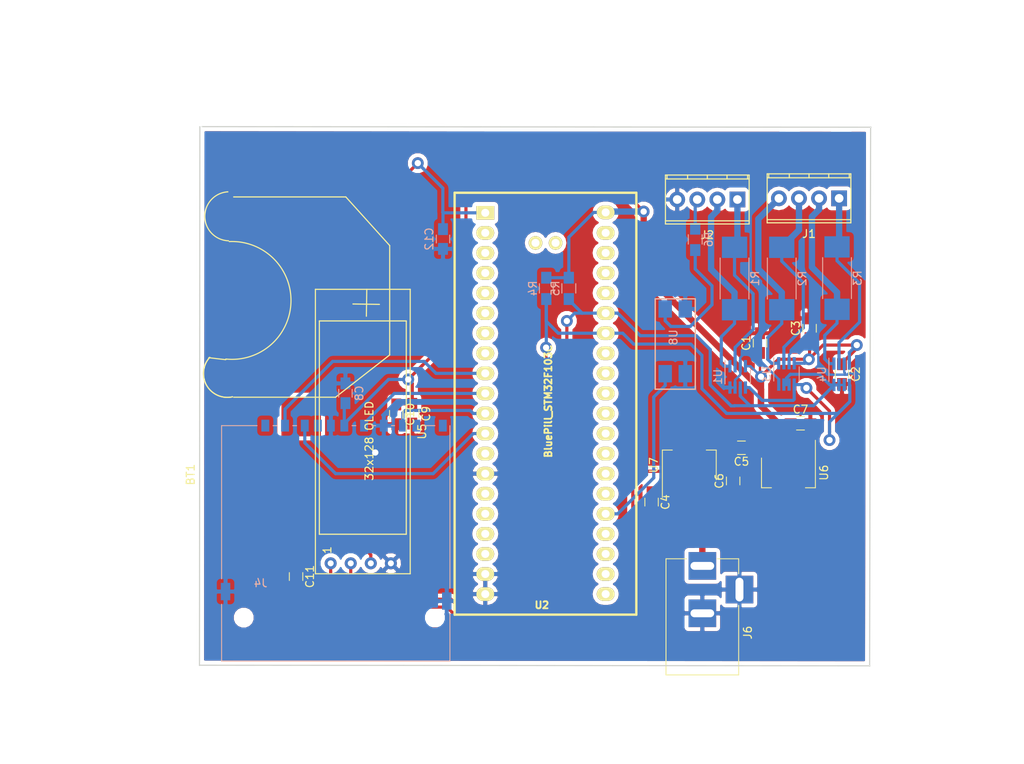
<source format=kicad_pcb>
(kicad_pcb (version 4) (host pcbnew 4.0.7)

  (general
    (links 93)
    (no_connects 6)
    (area 59.225 0.196683 188.850001 96.925001)
    (thickness 1.6)
    (drawings 8)
    (tracks 312)
    (zones 0)
    (modules 31)
    (nets 21)
  )

  (page A4)
  (layers
    (0 F.Cu signal)
    (31 B.Cu signal)
    (32 B.Adhes user hide)
    (33 F.Adhes user hide)
    (34 B.Paste user hide)
    (35 F.Paste user hide)
    (36 B.SilkS user)
    (37 F.SilkS user)
    (38 B.Mask user)
    (39 F.Mask user)
    (40 Dwgs.User user)
    (41 Cmts.User user)
    (42 Eco1.User user)
    (43 Eco2.User user)
    (44 Edge.Cuts user)
    (45 Margin user)
    (46 B.CrtYd user hide)
    (47 F.CrtYd user hide)
    (48 B.Fab user hide)
    (49 F.Fab user hide)
  )

  (setup
    (last_trace_width 0.4)
    (trace_clearance 0.3)
    (zone_clearance 0.508)
    (zone_45_only no)
    (trace_min 0.2)
    (segment_width 0.2)
    (edge_width 0.15)
    (via_size 1.5)
    (via_drill 0.8)
    (via_min_size 0.4)
    (via_min_drill 0.3)
    (uvia_size 0.3)
    (uvia_drill 0.1)
    (uvias_allowed no)
    (uvia_min_size 0.2)
    (uvia_min_drill 0.1)
    (pcb_text_width 0.3)
    (pcb_text_size 1.5 1.5)
    (mod_edge_width 0.15)
    (mod_text_size 1 1)
    (mod_text_width 0.15)
    (pad_size 3.5 3.5)
    (pad_drill 1)
    (pad_to_mask_clearance 0.2)
    (aux_axis_origin 84.475 84.4)
    (visible_elements 7FFFEFFF)
    (pcbplotparams
      (layerselection 0x01000_80000001)
      (usegerberextensions false)
      (excludeedgelayer true)
      (linewidth 0.100000)
      (plotframeref false)
      (viasonmask false)
      (mode 1)
      (useauxorigin true)
      (hpglpennumber 1)
      (hpglpenspeed 20)
      (hpglpendiameter 15)
      (hpglpenoverlay 2)
      (psnegative false)
      (psa4output false)
      (plotreference true)
      (plotvalue true)
      (plotinvisibletext false)
      (padsonsilk false)
      (subtractmaskfromsilk false)
      (outputformat 1)
      (mirror false)
      (drillshape 0)
      (scaleselection 1)
      (outputdirectory ""))
  )

  (net 0 "")
  (net 1 VCC)
  (net 2 GND)
  (net 3 +12V)
  (net 4 +5V)
  (net 5 "Net-(J1-Pad4)")
  (net 6 "Net-(J1-Pad1)")
  (net 7 "Net-(J1-Pad2)")
  (net 8 "Net-(J1-Pad3)")
  (net 9 "Net-(J2-Pad1)")
  (net 10 "Net-(J2-Pad2)")
  (net 11 TRIG)
  (net 12 MISO)
  (net 13 MOSI)
  (net 14 SCK)
  (net 15 CS)
  (net 16 SCL)
  (net 17 SDA)
  (net 18 "Net-(BT1-Pad1)")
  (net 19 "Net-(J2-Pad3)")
  (net 20 "Net-(R6-Pad1)")

  (net_class Default "This is the default net class."
    (clearance 0.3)
    (trace_width 0.4)
    (via_dia 1.5)
    (via_drill 0.8)
    (uvia_dia 0.3)
    (uvia_drill 0.1)
    (add_net +12V)
    (add_net +5V)
    (add_net CS)
    (add_net GND)
    (add_net MISO)
    (add_net MOSI)
    (add_net "Net-(BT1-Pad1)")
    (add_net "Net-(J1-Pad1)")
    (add_net "Net-(J1-Pad2)")
    (add_net "Net-(J1-Pad3)")
    (add_net "Net-(J1-Pad4)")
    (add_net "Net-(J2-Pad1)")
    (add_net "Net-(J2-Pad2)")
    (add_net "Net-(J2-Pad3)")
    (add_net "Net-(R6-Pad1)")
    (add_net SCK)
    (add_net SCL)
    (add_net SDA)
    (add_net TRIG)
    (add_net VCC)
  )

  (module Connectors:SD_Card_Receptacle (layer B.Cu) (tedit 54A89A84) (tstamp 5AB8EF83)
    (at 101.775 66.225 180)
    (path /5AB8E486)
    (attr smd)
    (fp_text reference J4 (at 9.56 -7.78 180) (layer B.SilkS)
      (effects (font (size 1 1) (thickness 0.15)) (justify mirror))
    )
    (fp_text value SD_Card (at -1.6 3.15 180) (layer B.Fab)
      (effects (font (size 1 1) (thickness 0.15)) (justify mirror))
    )
    (fp_line (start -15.1 -28.9) (end 15.1 -28.9) (layer B.CrtYd) (width 0.05))
    (fp_line (start 15.1 -28.9) (end 15.1 13.4) (layer B.CrtYd) (width 0.05))
    (fp_line (start 15.1 13.4) (end -15.1 13.4) (layer B.CrtYd) (width 0.05))
    (fp_line (start -15.1 13.4) (end -15.1 -28.9) (layer B.CrtYd) (width 0.05))
    (fp_line (start 7.5 12.15) (end 8 12.15) (layer B.SilkS) (width 0.12))
    (fp_line (start 5 12.15) (end 5.5 12.15) (layer B.SilkS) (width 0.12))
    (fp_line (start -2.5 12.15) (end -2 12.15) (layer B.SilkS) (width 0.12))
    (fp_line (start -5 12.15) (end -4.5 12.15) (layer B.SilkS) (width 0.12))
    (fp_line (start -7.4 12.15) (end -7 12.15) (layer B.SilkS) (width 0.12))
    (fp_line (start -12.5 12.15) (end -11.1 12.15) (layer B.SilkS) (width 0.12))
    (fp_line (start -14.4 -8.45) (end -14.4 12.15) (layer B.SilkS) (width 0.12))
    (fp_line (start 14.5 -7.25) (end 14.5 12.15) (layer B.SilkS) (width 0.12))
    (fp_line (start 14.5 12.15) (end 10 12.15) (layer B.SilkS) (width 0.12))
    (fp_line (start 14.5 -17.65) (end -14.4 -17.65) (layer B.SilkS) (width 0.12))
    (fp_line (start -14.4 -17.65) (end -14.4 -11.65) (layer B.SilkS) (width 0.12))
    (fp_line (start 14.5 -17.65) (end 14.5 -10.45) (layer B.SilkS) (width 0.12))
    (pad 1 smd rect (at 6.47 12.15 180) (size 1 1.5) (layers B.Cu B.Paste B.Mask)
      (net 15 CS))
    (pad 2 smd rect (at 3.97 12.15 180) (size 1 1.5) (layers B.Cu B.Paste B.Mask)
      (net 13 MOSI))
    (pad 3 smd rect (at 0.67 12.15 180) (size 1 1.5) (layers B.Cu B.Paste B.Mask)
      (net 2 GND))
    (pad 4 smd rect (at -1.03 12.15 180) (size 1 1.5) (layers B.Cu B.Paste B.Mask)
      (net 1 VCC))
    (pad 5 smd rect (at -3.53 12.15 180) (size 1 1.5) (layers B.Cu B.Paste B.Mask)
      (net 14 SCK))
    (pad 6 smd rect (at -6.03 12.15 180) (size 1 1.5) (layers B.Cu B.Paste B.Mask)
      (net 2 GND))
    (pad 7 smd rect (at -8.45 12.15 180) (size 1 1.5) (layers B.Cu B.Paste B.Mask)
      (net 12 MISO))
    (pad 8 smd rect (at -10.15 12.15 180) (size 1 1.5) (layers B.Cu B.Paste B.Mask))
    (pad 9 smd rect (at 8.97 12.15 180) (size 1 1.5) (layers B.Cu B.Paste B.Mask))
    (pad 10 smd rect (at 2.32 12.15 180) (size 1 1.5) (layers B.Cu B.Paste B.Mask))
    (pad 11 smd rect (at -13.5 12.15 180) (size 1 1.5) (layers B.Cu B.Paste B.Mask))
    (pad 12 smd rect (at 14 -8.85 180) (size 1.2 2.2) (layers B.Cu B.Paste B.Mask)
      (net 2 GND))
    (pad 13 smd rect (at -14 -10.05 180) (size 1.2 2.2) (layers B.Cu B.Paste B.Mask)
      (net 2 GND))
    (pad "" np_thru_hole circle (at 11.7 -12.15 180) (size 1.5 1.5) (drill 1.5) (layers *.Cu *.Mask))
    (pad "" np_thru_hole circle (at -12.5 -12.15 180) (size 1.5 1.5) (drill 1.5) (layers *.Cu *.Mask))
  )

  (module Resistors_SMD:R_2512_HandSoldering (layer B.Cu) (tedit 58E0A804) (tstamp 5AB8EF96)
    (at 158.175 35.45 90)
    (descr "Resistor SMD 2512, hand soldering")
    (tags "resistor 2512")
    (path /5AB3A2CC)
    (attr smd)
    (fp_text reference R2 (at 0 2.6 90) (layer B.SilkS)
      (effects (font (size 1 1) (thickness 0.15)) (justify mirror))
    )
    (fp_text value R (at 0 -2.75 90) (layer B.Fab)
      (effects (font (size 1 1) (thickness 0.15)) (justify mirror))
    )
    (fp_text user %R (at 0 0 90) (layer B.Fab)
      (effects (font (size 1 1) (thickness 0.15)) (justify mirror))
    )
    (fp_line (start -3.15 -1.6) (end -3.15 1.6) (layer B.Fab) (width 0.1))
    (fp_line (start 3.15 -1.6) (end -3.15 -1.6) (layer B.Fab) (width 0.1))
    (fp_line (start 3.15 1.6) (end 3.15 -1.6) (layer B.Fab) (width 0.1))
    (fp_line (start -3.15 1.6) (end 3.15 1.6) (layer B.Fab) (width 0.1))
    (fp_line (start 2.6 -1.82) (end -2.6 -1.82) (layer B.SilkS) (width 0.12))
    (fp_line (start -2.6 1.82) (end 2.6 1.82) (layer B.SilkS) (width 0.12))
    (fp_line (start -5.56 1.85) (end 5.55 1.85) (layer B.CrtYd) (width 0.05))
    (fp_line (start -5.56 1.85) (end -5.56 -1.85) (layer B.CrtYd) (width 0.05))
    (fp_line (start 5.55 -1.85) (end 5.55 1.85) (layer B.CrtYd) (width 0.05))
    (fp_line (start 5.55 -1.85) (end -5.56 -1.85) (layer B.CrtYd) (width 0.05))
    (pad 1 smd rect (at -3.95 0 90) (size 2.7 3.2) (layers B.Cu B.Paste B.Mask)
      (net 5 "Net-(J1-Pad4)"))
    (pad 2 smd rect (at 3.95 0 90) (size 2.7 3.2) (layers B.Cu B.Paste B.Mask)
      (net 8 "Net-(J1-Pad3)"))
    (model ${KISYS3DMOD}/Resistors_SMD.3dshapes/R_2512.wrl
      (at (xyz 0 0 0))
      (scale (xyz 1 1 1))
      (rotate (xyz 0 0 0))
    )
  )

  (module Capacitors_SMD:C_0805_HandSoldering (layer F.Cu) (tedit 58AA84A8) (tstamp 5AB8EF2A)
    (at 155.425 43.625 90)
    (descr "Capacitor SMD 0805, hand soldering")
    (tags "capacitor 0805")
    (path /5AB9579F)
    (attr smd)
    (fp_text reference C1 (at 0 -1.75 90) (layer F.SilkS)
      (effects (font (size 1 1) (thickness 0.15)))
    )
    (fp_text value 100n (at 0 1.75 90) (layer F.Fab)
      (effects (font (size 1 1) (thickness 0.15)))
    )
    (fp_text user %R (at 0 -1.75 90) (layer F.Fab)
      (effects (font (size 1 1) (thickness 0.15)))
    )
    (fp_line (start -1 0.62) (end -1 -0.62) (layer F.Fab) (width 0.1))
    (fp_line (start 1 0.62) (end -1 0.62) (layer F.Fab) (width 0.1))
    (fp_line (start 1 -0.62) (end 1 0.62) (layer F.Fab) (width 0.1))
    (fp_line (start -1 -0.62) (end 1 -0.62) (layer F.Fab) (width 0.1))
    (fp_line (start 0.5 -0.85) (end -0.5 -0.85) (layer F.SilkS) (width 0.12))
    (fp_line (start -0.5 0.85) (end 0.5 0.85) (layer F.SilkS) (width 0.12))
    (fp_line (start -2.25 -0.88) (end 2.25 -0.88) (layer F.CrtYd) (width 0.05))
    (fp_line (start -2.25 -0.88) (end -2.25 0.87) (layer F.CrtYd) (width 0.05))
    (fp_line (start 2.25 0.87) (end 2.25 -0.88) (layer F.CrtYd) (width 0.05))
    (fp_line (start 2.25 0.87) (end -2.25 0.87) (layer F.CrtYd) (width 0.05))
    (pad 1 smd rect (at -1.25 0 90) (size 1.5 1.25) (layers F.Cu F.Paste F.Mask)
      (net 1 VCC))
    (pad 2 smd rect (at 1.25 0 90) (size 1.5 1.25) (layers F.Cu F.Paste F.Mask)
      (net 2 GND))
    (model Capacitors_SMD.3dshapes/C_0805.wrl
      (at (xyz 0 0 0))
      (scale (xyz 1 1 1))
      (rotate (xyz 0 0 0))
    )
  )

  (module Capacitors_SMD:C_0805_HandSoldering (layer F.Cu) (tedit 58AA84A8) (tstamp 5AB8EF30)
    (at 165.8 47.55 270)
    (descr "Capacitor SMD 0805, hand soldering")
    (tags "capacitor 0805")
    (path /5AB3A2D2)
    (attr smd)
    (fp_text reference C2 (at 0 -1.75 270) (layer F.SilkS)
      (effects (font (size 1 1) (thickness 0.15)))
    )
    (fp_text value 100n (at 0 1.75 270) (layer F.Fab)
      (effects (font (size 1 1) (thickness 0.15)))
    )
    (fp_text user %R (at 0 -1.75 270) (layer F.Fab)
      (effects (font (size 1 1) (thickness 0.15)))
    )
    (fp_line (start -1 0.62) (end -1 -0.62) (layer F.Fab) (width 0.1))
    (fp_line (start 1 0.62) (end -1 0.62) (layer F.Fab) (width 0.1))
    (fp_line (start 1 -0.62) (end 1 0.62) (layer F.Fab) (width 0.1))
    (fp_line (start -1 -0.62) (end 1 -0.62) (layer F.Fab) (width 0.1))
    (fp_line (start 0.5 -0.85) (end -0.5 -0.85) (layer F.SilkS) (width 0.12))
    (fp_line (start -0.5 0.85) (end 0.5 0.85) (layer F.SilkS) (width 0.12))
    (fp_line (start -2.25 -0.88) (end 2.25 -0.88) (layer F.CrtYd) (width 0.05))
    (fp_line (start -2.25 -0.88) (end -2.25 0.87) (layer F.CrtYd) (width 0.05))
    (fp_line (start 2.25 0.87) (end 2.25 -0.88) (layer F.CrtYd) (width 0.05))
    (fp_line (start 2.25 0.87) (end -2.25 0.87) (layer F.CrtYd) (width 0.05))
    (pad 1 smd rect (at -1.25 0 270) (size 1.5 1.25) (layers F.Cu F.Paste F.Mask)
      (net 1 VCC))
    (pad 2 smd rect (at 1.25 0 270) (size 1.5 1.25) (layers F.Cu F.Paste F.Mask)
      (net 2 GND))
    (model Capacitors_SMD.3dshapes/C_0805.wrl
      (at (xyz 0 0 0))
      (scale (xyz 1 1 1))
      (rotate (xyz 0 0 0))
    )
  )

  (module Capacitors_SMD:C_0805_HandSoldering (layer F.Cu) (tedit 58AA84A8) (tstamp 5AB8EF36)
    (at 161.7 41.75 90)
    (descr "Capacitor SMD 0805, hand soldering")
    (tags "capacitor 0805")
    (path /5AB95888)
    (attr smd)
    (fp_text reference C3 (at 0 -1.75 90) (layer F.SilkS)
      (effects (font (size 1 1) (thickness 0.15)))
    )
    (fp_text value 100n (at 0 1.75 90) (layer F.Fab)
      (effects (font (size 1 1) (thickness 0.15)))
    )
    (fp_text user %R (at 0 -1.75 90) (layer F.Fab)
      (effects (font (size 1 1) (thickness 0.15)))
    )
    (fp_line (start -1 0.62) (end -1 -0.62) (layer F.Fab) (width 0.1))
    (fp_line (start 1 0.62) (end -1 0.62) (layer F.Fab) (width 0.1))
    (fp_line (start 1 -0.62) (end 1 0.62) (layer F.Fab) (width 0.1))
    (fp_line (start -1 -0.62) (end 1 -0.62) (layer F.Fab) (width 0.1))
    (fp_line (start 0.5 -0.85) (end -0.5 -0.85) (layer F.SilkS) (width 0.12))
    (fp_line (start -0.5 0.85) (end 0.5 0.85) (layer F.SilkS) (width 0.12))
    (fp_line (start -2.25 -0.88) (end 2.25 -0.88) (layer F.CrtYd) (width 0.05))
    (fp_line (start -2.25 -0.88) (end -2.25 0.87) (layer F.CrtYd) (width 0.05))
    (fp_line (start 2.25 0.87) (end 2.25 -0.88) (layer F.CrtYd) (width 0.05))
    (fp_line (start 2.25 0.87) (end -2.25 0.87) (layer F.CrtYd) (width 0.05))
    (pad 1 smd rect (at -1.25 0 90) (size 1.5 1.25) (layers F.Cu F.Paste F.Mask)
      (net 1 VCC))
    (pad 2 smd rect (at 1.25 0 90) (size 1.5 1.25) (layers F.Cu F.Paste F.Mask)
      (net 2 GND))
    (model Capacitors_SMD.3dshapes/C_0805.wrl
      (at (xyz 0 0 0))
      (scale (xyz 1 1 1))
      (rotate (xyz 0 0 0))
    )
  )

  (module Capacitors_SMD:C_0805_HandSoldering (layer F.Cu) (tedit 58AA84A8) (tstamp 5AB8EF3C)
    (at 141.7 63.75 270)
    (descr "Capacitor SMD 0805, hand soldering")
    (tags "capacitor 0805")
    (path /5AB3C6E1)
    (attr smd)
    (fp_text reference C4 (at 0 -1.75 270) (layer F.SilkS)
      (effects (font (size 1 1) (thickness 0.15)))
    )
    (fp_text value C (at 0 1.75 270) (layer F.Fab)
      (effects (font (size 1 1) (thickness 0.15)))
    )
    (fp_text user %R (at 0 -1.75 270) (layer F.Fab)
      (effects (font (size 1 1) (thickness 0.15)))
    )
    (fp_line (start -1 0.62) (end -1 -0.62) (layer F.Fab) (width 0.1))
    (fp_line (start 1 0.62) (end -1 0.62) (layer F.Fab) (width 0.1))
    (fp_line (start 1 -0.62) (end 1 0.62) (layer F.Fab) (width 0.1))
    (fp_line (start -1 -0.62) (end 1 -0.62) (layer F.Fab) (width 0.1))
    (fp_line (start 0.5 -0.85) (end -0.5 -0.85) (layer F.SilkS) (width 0.12))
    (fp_line (start -0.5 0.85) (end 0.5 0.85) (layer F.SilkS) (width 0.12))
    (fp_line (start -2.25 -0.88) (end 2.25 -0.88) (layer F.CrtYd) (width 0.05))
    (fp_line (start -2.25 -0.88) (end -2.25 0.87) (layer F.CrtYd) (width 0.05))
    (fp_line (start 2.25 0.87) (end 2.25 -0.88) (layer F.CrtYd) (width 0.05))
    (fp_line (start 2.25 0.87) (end -2.25 0.87) (layer F.CrtYd) (width 0.05))
    (pad 1 smd rect (at -1.25 0 270) (size 1.5 1.25) (layers F.Cu F.Paste F.Mask)
      (net 3 +12V))
    (pad 2 smd rect (at 1.25 0 270) (size 1.5 1.25) (layers F.Cu F.Paste F.Mask)
      (net 2 GND))
    (model Capacitors_SMD.3dshapes/C_0805.wrl
      (at (xyz 0 0 0))
      (scale (xyz 1 1 1))
      (rotate (xyz 0 0 0))
    )
  )

  (module Capacitors_SMD:C_0805_HandSoldering (layer F.Cu) (tedit 58AA84A8) (tstamp 5AB8EF42)
    (at 153.075 56.875 180)
    (descr "Capacitor SMD 0805, hand soldering")
    (tags "capacitor 0805")
    (path /5AB3C745)
    (attr smd)
    (fp_text reference C5 (at 0 -1.75 180) (layer F.SilkS)
      (effects (font (size 1 1) (thickness 0.15)))
    )
    (fp_text value C (at 0 1.75 180) (layer F.Fab)
      (effects (font (size 1 1) (thickness 0.15)))
    )
    (fp_text user %R (at 0 -1.75 180) (layer F.Fab)
      (effects (font (size 1 1) (thickness 0.15)))
    )
    (fp_line (start -1 0.62) (end -1 -0.62) (layer F.Fab) (width 0.1))
    (fp_line (start 1 0.62) (end -1 0.62) (layer F.Fab) (width 0.1))
    (fp_line (start 1 -0.62) (end 1 0.62) (layer F.Fab) (width 0.1))
    (fp_line (start -1 -0.62) (end 1 -0.62) (layer F.Fab) (width 0.1))
    (fp_line (start 0.5 -0.85) (end -0.5 -0.85) (layer F.SilkS) (width 0.12))
    (fp_line (start -0.5 0.85) (end 0.5 0.85) (layer F.SilkS) (width 0.12))
    (fp_line (start -2.25 -0.88) (end 2.25 -0.88) (layer F.CrtYd) (width 0.05))
    (fp_line (start -2.25 -0.88) (end -2.25 0.87) (layer F.CrtYd) (width 0.05))
    (fp_line (start 2.25 0.87) (end 2.25 -0.88) (layer F.CrtYd) (width 0.05))
    (fp_line (start 2.25 0.87) (end -2.25 0.87) (layer F.CrtYd) (width 0.05))
    (pad 1 smd rect (at -1.25 0 180) (size 1.5 1.25) (layers F.Cu F.Paste F.Mask)
      (net 4 +5V))
    (pad 2 smd rect (at 1.25 0 180) (size 1.5 1.25) (layers F.Cu F.Paste F.Mask)
      (net 2 GND))
    (model Capacitors_SMD.3dshapes/C_0805.wrl
      (at (xyz 0 0 0))
      (scale (xyz 1 1 1))
      (rotate (xyz 0 0 0))
    )
  )

  (module Capacitors_SMD:C_0805_HandSoldering (layer F.Cu) (tedit 58AA84A8) (tstamp 5AB8EF48)
    (at 152.025 61.075 90)
    (descr "Capacitor SMD 0805, hand soldering")
    (tags "capacitor 0805")
    (path /5AB3C7B7)
    (attr smd)
    (fp_text reference C6 (at 0 -1.75 90) (layer F.SilkS)
      (effects (font (size 1 1) (thickness 0.15)))
    )
    (fp_text value C (at 0 1.75 90) (layer F.Fab)
      (effects (font (size 1 1) (thickness 0.15)))
    )
    (fp_text user %R (at 0 -1.75 90) (layer F.Fab)
      (effects (font (size 1 1) (thickness 0.15)))
    )
    (fp_line (start -1 0.62) (end -1 -0.62) (layer F.Fab) (width 0.1))
    (fp_line (start 1 0.62) (end -1 0.62) (layer F.Fab) (width 0.1))
    (fp_line (start 1 -0.62) (end 1 0.62) (layer F.Fab) (width 0.1))
    (fp_line (start -1 -0.62) (end 1 -0.62) (layer F.Fab) (width 0.1))
    (fp_line (start 0.5 -0.85) (end -0.5 -0.85) (layer F.SilkS) (width 0.12))
    (fp_line (start -0.5 0.85) (end 0.5 0.85) (layer F.SilkS) (width 0.12))
    (fp_line (start -2.25 -0.88) (end 2.25 -0.88) (layer F.CrtYd) (width 0.05))
    (fp_line (start -2.25 -0.88) (end -2.25 0.87) (layer F.CrtYd) (width 0.05))
    (fp_line (start 2.25 0.87) (end 2.25 -0.88) (layer F.CrtYd) (width 0.05))
    (fp_line (start 2.25 0.87) (end -2.25 0.87) (layer F.CrtYd) (width 0.05))
    (pad 1 smd rect (at -1.25 0 90) (size 1.5 1.25) (layers F.Cu F.Paste F.Mask)
      (net 4 +5V))
    (pad 2 smd rect (at 1.25 0 90) (size 1.5 1.25) (layers F.Cu F.Paste F.Mask)
      (net 2 GND))
    (model Capacitors_SMD.3dshapes/C_0805.wrl
      (at (xyz 0 0 0))
      (scale (xyz 1 1 1))
      (rotate (xyz 0 0 0))
    )
  )

  (module Capacitors_SMD:C_0805_HandSoldering (layer F.Cu) (tedit 58AA84A8) (tstamp 5AB8EF4E)
    (at 160.55 53.775)
    (descr "Capacitor SMD 0805, hand soldering")
    (tags "capacitor 0805")
    (path /5AB3C80E)
    (attr smd)
    (fp_text reference C7 (at 0 -1.75) (layer F.SilkS)
      (effects (font (size 1 1) (thickness 0.15)))
    )
    (fp_text value C (at 0 1.75) (layer F.Fab)
      (effects (font (size 1 1) (thickness 0.15)))
    )
    (fp_text user %R (at 0 -1.75) (layer F.Fab)
      (effects (font (size 1 1) (thickness 0.15)))
    )
    (fp_line (start -1 0.62) (end -1 -0.62) (layer F.Fab) (width 0.1))
    (fp_line (start 1 0.62) (end -1 0.62) (layer F.Fab) (width 0.1))
    (fp_line (start 1 -0.62) (end 1 0.62) (layer F.Fab) (width 0.1))
    (fp_line (start -1 -0.62) (end 1 -0.62) (layer F.Fab) (width 0.1))
    (fp_line (start 0.5 -0.85) (end -0.5 -0.85) (layer F.SilkS) (width 0.12))
    (fp_line (start -0.5 0.85) (end 0.5 0.85) (layer F.SilkS) (width 0.12))
    (fp_line (start -2.25 -0.88) (end 2.25 -0.88) (layer F.CrtYd) (width 0.05))
    (fp_line (start -2.25 -0.88) (end -2.25 0.87) (layer F.CrtYd) (width 0.05))
    (fp_line (start 2.25 0.87) (end 2.25 -0.88) (layer F.CrtYd) (width 0.05))
    (fp_line (start 2.25 0.87) (end -2.25 0.87) (layer F.CrtYd) (width 0.05))
    (pad 1 smd rect (at -1.25 0) (size 1.5 1.25) (layers F.Cu F.Paste F.Mask)
      (net 1 VCC))
    (pad 2 smd rect (at 1.25 0) (size 1.5 1.25) (layers F.Cu F.Paste F.Mask)
      (net 2 GND))
    (model Capacitors_SMD.3dshapes/C_0805.wrl
      (at (xyz 0 0 0))
      (scale (xyz 1 1 1))
      (rotate (xyz 0 0 0))
    )
  )

  (module Capacitors_SMD:C_0805_HandSoldering (layer B.Cu) (tedit 58AA84A8) (tstamp 5AB8EF54)
    (at 102.95 49.975 90)
    (descr "Capacitor SMD 0805, hand soldering")
    (tags "capacitor 0805")
    (path /5AB92202)
    (attr smd)
    (fp_text reference C8 (at 0 1.75 90) (layer B.SilkS)
      (effects (font (size 1 1) (thickness 0.15)) (justify mirror))
    )
    (fp_text value 1U (at 0 -1.75 90) (layer B.Fab)
      (effects (font (size 1 1) (thickness 0.15)) (justify mirror))
    )
    (fp_text user %R (at 0 1.75 90) (layer B.Fab)
      (effects (font (size 1 1) (thickness 0.15)) (justify mirror))
    )
    (fp_line (start -1 -0.62) (end -1 0.62) (layer B.Fab) (width 0.1))
    (fp_line (start 1 -0.62) (end -1 -0.62) (layer B.Fab) (width 0.1))
    (fp_line (start 1 0.62) (end 1 -0.62) (layer B.Fab) (width 0.1))
    (fp_line (start -1 0.62) (end 1 0.62) (layer B.Fab) (width 0.1))
    (fp_line (start 0.5 0.85) (end -0.5 0.85) (layer B.SilkS) (width 0.12))
    (fp_line (start -0.5 -0.85) (end 0.5 -0.85) (layer B.SilkS) (width 0.12))
    (fp_line (start -2.25 0.88) (end 2.25 0.88) (layer B.CrtYd) (width 0.05))
    (fp_line (start -2.25 0.88) (end -2.25 -0.87) (layer B.CrtYd) (width 0.05))
    (fp_line (start 2.25 -0.87) (end 2.25 0.88) (layer B.CrtYd) (width 0.05))
    (fp_line (start 2.25 -0.87) (end -2.25 -0.87) (layer B.CrtYd) (width 0.05))
    (pad 1 smd rect (at -1.25 0 90) (size 1.5 1.25) (layers B.Cu B.Paste B.Mask)
      (net 1 VCC))
    (pad 2 smd rect (at 1.25 0 90) (size 1.5 1.25) (layers B.Cu B.Paste B.Mask)
      (net 2 GND))
    (model Capacitors_SMD.3dshapes/C_0805.wrl
      (at (xyz 0 0 0))
      (scale (xyz 1 1 1))
      (rotate (xyz 0 0 0))
    )
  )

  (module Capacitors_SMD:C_0805_HandSoldering (layer F.Cu) (tedit 58AA84A8) (tstamp 5AB8EF5A)
    (at 111.411532 52.565772 270)
    (descr "Capacitor SMD 0805, hand soldering")
    (tags "capacitor 0805")
    (path /5AB93978)
    (attr smd)
    (fp_text reference C9 (at 0 -1.75 270) (layer F.SilkS)
      (effects (font (size 1 1) (thickness 0.15)))
    )
    (fp_text value 100n (at 0 1.75 270) (layer F.Fab)
      (effects (font (size 1 1) (thickness 0.15)))
    )
    (fp_text user %R (at 0 -1.75 270) (layer F.Fab)
      (effects (font (size 1 1) (thickness 0.15)))
    )
    (fp_line (start -1 0.62) (end -1 -0.62) (layer F.Fab) (width 0.1))
    (fp_line (start 1 0.62) (end -1 0.62) (layer F.Fab) (width 0.1))
    (fp_line (start 1 -0.62) (end 1 0.62) (layer F.Fab) (width 0.1))
    (fp_line (start -1 -0.62) (end 1 -0.62) (layer F.Fab) (width 0.1))
    (fp_line (start 0.5 -0.85) (end -0.5 -0.85) (layer F.SilkS) (width 0.12))
    (fp_line (start -0.5 0.85) (end 0.5 0.85) (layer F.SilkS) (width 0.12))
    (fp_line (start -2.25 -0.88) (end 2.25 -0.88) (layer F.CrtYd) (width 0.05))
    (fp_line (start -2.25 -0.88) (end -2.25 0.87) (layer F.CrtYd) (width 0.05))
    (fp_line (start 2.25 0.87) (end 2.25 -0.88) (layer F.CrtYd) (width 0.05))
    (fp_line (start 2.25 0.87) (end -2.25 0.87) (layer F.CrtYd) (width 0.05))
    (pad 1 smd rect (at -1.25 0 270) (size 1.5 1.25) (layers F.Cu F.Paste F.Mask)
      (net 1 VCC))
    (pad 2 smd rect (at 1.25 0 270) (size 1.5 1.25) (layers F.Cu F.Paste F.Mask)
      (net 2 GND))
    (model Capacitors_SMD.3dshapes/C_0805.wrl
      (at (xyz 0 0 0))
      (scale (xyz 1 1 1))
      (rotate (xyz 0 0 0))
    )
  )

  (module Capacitors_SMD:C_0805_HandSoldering (layer F.Cu) (tedit 58AA84A8) (tstamp 5AB8EF60)
    (at 109.386532 52.640772 270)
    (descr "Capacitor SMD 0805, hand soldering")
    (tags "capacitor 0805")
    (path /5AB93F3A)
    (attr smd)
    (fp_text reference C10 (at 0 -1.75 270) (layer F.SilkS)
      (effects (font (size 1 1) (thickness 0.15)))
    )
    (fp_text value 10U (at 0 1.75 270) (layer F.Fab)
      (effects (font (size 1 1) (thickness 0.15)))
    )
    (fp_text user %R (at 0 -1.75 270) (layer F.Fab)
      (effects (font (size 1 1) (thickness 0.15)))
    )
    (fp_line (start -1 0.62) (end -1 -0.62) (layer F.Fab) (width 0.1))
    (fp_line (start 1 0.62) (end -1 0.62) (layer F.Fab) (width 0.1))
    (fp_line (start 1 -0.62) (end 1 0.62) (layer F.Fab) (width 0.1))
    (fp_line (start -1 -0.62) (end 1 -0.62) (layer F.Fab) (width 0.1))
    (fp_line (start 0.5 -0.85) (end -0.5 -0.85) (layer F.SilkS) (width 0.12))
    (fp_line (start -0.5 0.85) (end 0.5 0.85) (layer F.SilkS) (width 0.12))
    (fp_line (start -2.25 -0.88) (end 2.25 -0.88) (layer F.CrtYd) (width 0.05))
    (fp_line (start -2.25 -0.88) (end -2.25 0.87) (layer F.CrtYd) (width 0.05))
    (fp_line (start 2.25 0.87) (end 2.25 -0.88) (layer F.CrtYd) (width 0.05))
    (fp_line (start 2.25 0.87) (end -2.25 0.87) (layer F.CrtYd) (width 0.05))
    (pad 1 smd rect (at -1.25 0 270) (size 1.5 1.25) (layers F.Cu F.Paste F.Mask)
      (net 1 VCC))
    (pad 2 smd rect (at 1.25 0 270) (size 1.5 1.25) (layers F.Cu F.Paste F.Mask)
      (net 2 GND))
    (model Capacitors_SMD.3dshapes/C_0805.wrl
      (at (xyz 0 0 0))
      (scale (xyz 1 1 1))
      (rotate (xyz 0 0 0))
    )
  )

  (module TerminalBlock_Phoenix:TerminalBlock_Phoenix_MPT-2.54mm_4pol (layer F.Cu) (tedit 59FF0755) (tstamp 5AB8EF68)
    (at 165.44 25.3 180)
    (descr "4-way 2.54mm pitch terminal block, Phoenix MPT series")
    (path /5AB41198)
    (fp_text reference J1 (at 3.81 -4.50088 180) (layer F.SilkS)
      (effects (font (size 1 1) (thickness 0.15)))
    )
    (fp_text value "shunt 1 + 2" (at 3.81 4.50088 180) (layer F.Fab)
      (effects (font (size 1 1) (thickness 0.15)))
    )
    (fp_text user %R (at 3.81 0 180) (layer F.Fab)
      (effects (font (size 1 1) (thickness 0.15)))
    )
    (fp_line (start -1.78 -3.3) (end 9.4 -3.3) (layer F.CrtYd) (width 0.05))
    (fp_line (start -1.78 3.3) (end -1.78 -3.3) (layer F.CrtYd) (width 0.05))
    (fp_line (start 9.4 3.3) (end -1.78 3.3) (layer F.CrtYd) (width 0.05))
    (fp_line (start 9.4 -3.3) (end 9.4 3.3) (layer F.CrtYd) (width 0.05))
    (fp_line (start 9.11098 -3.0988) (end -1.49098 -3.0988) (layer F.SilkS) (width 0.15))
    (fp_line (start -1.49098 -2.70002) (end 9.11098 -2.70002) (layer F.SilkS) (width 0.15))
    (fp_line (start -1.49098 2.60096) (end 9.11098 2.60096) (layer F.SilkS) (width 0.15))
    (fp_line (start 9.11098 3.0988) (end -1.49098 3.0988) (layer F.SilkS) (width 0.15))
    (fp_line (start 6.30682 2.60096) (end 6.30682 3.0988) (layer F.SilkS) (width 0.15))
    (fp_line (start 3.81 2.60096) (end 3.81 3.0988) (layer F.SilkS) (width 0.15))
    (fp_line (start -1.28778 3.0988) (end -1.28778 2.60096) (layer F.SilkS) (width 0.15))
    (fp_line (start 8.91032 2.60096) (end 8.91032 3.0988) (layer F.SilkS) (width 0.15))
    (fp_line (start 1.31318 3.0988) (end 1.31318 2.60096) (layer F.SilkS) (width 0.15))
    (fp_line (start 9.10844 3.0988) (end 9.10844 -3.0988) (layer F.SilkS) (width 0.15))
    (fp_line (start -1.4859 -3.0988) (end -1.4859 3.0988) (layer F.SilkS) (width 0.15))
    (pad 4 thru_hole oval (at 7.62 0) (size 1.99898 1.99898) (drill 1.09728) (layers *.Cu *.Mask)
      (net 5 "Net-(J1-Pad4)"))
    (pad 1 thru_hole rect (at 0 0) (size 1.99898 1.99898) (drill 1.09728) (layers *.Cu *.Mask)
      (net 6 "Net-(J1-Pad1)"))
    (pad 2 thru_hole oval (at 2.54 0) (size 1.99898 1.99898) (drill 1.09728) (layers *.Cu *.Mask)
      (net 7 "Net-(J1-Pad2)"))
    (pad 3 thru_hole oval (at 5.08 0) (size 1.99898 1.99898) (drill 1.09728) (layers *.Cu *.Mask)
      (net 8 "Net-(J1-Pad3)"))
    (model ${KISYS3DMOD}/TerminalBlock_Phoenix.3dshapes/TerminalBlock_Phoenix_MPT-2.54mm_4pol.wrl
      (at (xyz 0.15 0 0))
      (scale (xyz 1 1 1))
      (rotate (xyz 0 0 0))
    )
  )

  (module TerminalBlock_Phoenix:TerminalBlock_Phoenix_MPT-2.54mm_4pol (layer F.Cu) (tedit 59FF0755) (tstamp 5AB8EF70)
    (at 152.565 25.45 180)
    (descr "4-way 2.54mm pitch terminal block, Phoenix MPT series")
    (path /5AB41121)
    (fp_text reference J2 (at 3.81 -4.50088 180) (layer F.SilkS)
      (effects (font (size 1 1) (thickness 0.15)))
    )
    (fp_text value "Trig and shunt1" (at 3.81 4.50088 180) (layer F.Fab)
      (effects (font (size 1 1) (thickness 0.15)))
    )
    (fp_text user %R (at 3.81 0 180) (layer F.Fab)
      (effects (font (size 1 1) (thickness 0.15)))
    )
    (fp_line (start -1.78 -3.3) (end 9.4 -3.3) (layer F.CrtYd) (width 0.05))
    (fp_line (start -1.78 3.3) (end -1.78 -3.3) (layer F.CrtYd) (width 0.05))
    (fp_line (start 9.4 3.3) (end -1.78 3.3) (layer F.CrtYd) (width 0.05))
    (fp_line (start 9.4 -3.3) (end 9.4 3.3) (layer F.CrtYd) (width 0.05))
    (fp_line (start 9.11098 -3.0988) (end -1.49098 -3.0988) (layer F.SilkS) (width 0.15))
    (fp_line (start -1.49098 -2.70002) (end 9.11098 -2.70002) (layer F.SilkS) (width 0.15))
    (fp_line (start -1.49098 2.60096) (end 9.11098 2.60096) (layer F.SilkS) (width 0.15))
    (fp_line (start 9.11098 3.0988) (end -1.49098 3.0988) (layer F.SilkS) (width 0.15))
    (fp_line (start 6.30682 2.60096) (end 6.30682 3.0988) (layer F.SilkS) (width 0.15))
    (fp_line (start 3.81 2.60096) (end 3.81 3.0988) (layer F.SilkS) (width 0.15))
    (fp_line (start -1.28778 3.0988) (end -1.28778 2.60096) (layer F.SilkS) (width 0.15))
    (fp_line (start 8.91032 2.60096) (end 8.91032 3.0988) (layer F.SilkS) (width 0.15))
    (fp_line (start 1.31318 3.0988) (end 1.31318 2.60096) (layer F.SilkS) (width 0.15))
    (fp_line (start 9.10844 3.0988) (end 9.10844 -3.0988) (layer F.SilkS) (width 0.15))
    (fp_line (start -1.4859 -3.0988) (end -1.4859 3.0988) (layer F.SilkS) (width 0.15))
    (pad 4 thru_hole oval (at 7.62 0) (size 1.99898 1.99898) (drill 1.09728) (layers *.Cu *.Mask)
      (net 2 GND))
    (pad 1 thru_hole rect (at 0 0) (size 1.99898 1.99898) (drill 1.09728) (layers *.Cu *.Mask)
      (net 9 "Net-(J2-Pad1)"))
    (pad 2 thru_hole oval (at 2.54 0) (size 1.99898 1.99898) (drill 1.09728) (layers *.Cu *.Mask)
      (net 10 "Net-(J2-Pad2)"))
    (pad 3 thru_hole oval (at 5.08 0) (size 1.99898 1.99898) (drill 1.09728) (layers *.Cu *.Mask)
      (net 19 "Net-(J2-Pad3)"))
    (model ${KISYS3DMOD}/TerminalBlock_Phoenix.3dshapes/TerminalBlock_Phoenix_MPT-2.54mm_4pol.wrl
      (at (xyz 0.15 0 0))
      (scale (xyz 1 1 1))
      (rotate (xyz 0 0 0))
    )
  )

  (module Connectors:BARREL_JACK (layer F.Cu) (tedit 5861378E) (tstamp 5AB8EF8A)
    (at 148.125 71.825 90)
    (descr "DC Barrel Jack")
    (tags "Power Jack")
    (path /5AB3BC77)
    (fp_text reference J6 (at -8.45 5.75 270) (layer F.SilkS)
      (effects (font (size 1 1) (thickness 0.15)))
    )
    (fp_text value Barrel_Jack (at -6.2 -5.5 90) (layer F.Fab)
      (effects (font (size 1 1) (thickness 0.15)))
    )
    (fp_line (start 1 -4.5) (end 1 -4.75) (layer F.CrtYd) (width 0.05))
    (fp_line (start 1 -4.75) (end -14 -4.75) (layer F.CrtYd) (width 0.05))
    (fp_line (start 1 -4.5) (end 1 -2) (layer F.CrtYd) (width 0.05))
    (fp_line (start 1 -2) (end 2 -2) (layer F.CrtYd) (width 0.05))
    (fp_line (start 2 -2) (end 2 2) (layer F.CrtYd) (width 0.05))
    (fp_line (start 2 2) (end 1 2) (layer F.CrtYd) (width 0.05))
    (fp_line (start 1 2) (end 1 4.75) (layer F.CrtYd) (width 0.05))
    (fp_line (start 1 4.75) (end -1 4.75) (layer F.CrtYd) (width 0.05))
    (fp_line (start -1 4.75) (end -1 6.75) (layer F.CrtYd) (width 0.05))
    (fp_line (start -1 6.75) (end -5 6.75) (layer F.CrtYd) (width 0.05))
    (fp_line (start -5 6.75) (end -5 4.75) (layer F.CrtYd) (width 0.05))
    (fp_line (start -5 4.75) (end -14 4.75) (layer F.CrtYd) (width 0.05))
    (fp_line (start -14 4.75) (end -14 -4.75) (layer F.CrtYd) (width 0.05))
    (fp_line (start -5 4.6) (end -13.8 4.6) (layer F.SilkS) (width 0.12))
    (fp_line (start -13.8 4.6) (end -13.8 -4.6) (layer F.SilkS) (width 0.12))
    (fp_line (start 0.9 1.9) (end 0.9 4.6) (layer F.SilkS) (width 0.12))
    (fp_line (start 0.9 4.6) (end -1 4.6) (layer F.SilkS) (width 0.12))
    (fp_line (start -13.8 -4.6) (end 0.9 -4.6) (layer F.SilkS) (width 0.12))
    (fp_line (start 0.9 -4.6) (end 0.9 -2) (layer F.SilkS) (width 0.12))
    (fp_line (start -10.2 -4.5) (end -10.2 4.5) (layer F.Fab) (width 0.1))
    (fp_line (start -13.7 -4.5) (end -13.7 4.5) (layer F.Fab) (width 0.1))
    (fp_line (start -13.7 4.5) (end 0.8 4.5) (layer F.Fab) (width 0.1))
    (fp_line (start 0.8 4.5) (end 0.8 -4.5) (layer F.Fab) (width 0.1))
    (fp_line (start 0.8 -4.5) (end -13.7 -4.5) (layer F.Fab) (width 0.1))
    (pad 1 thru_hole rect (at 0 0 90) (size 3.5 3.5) (drill oval 1 3) (layers *.Cu *.Mask)
      (net 3 +12V))
    (pad 2 thru_hole rect (at -6 0 90) (size 3.5 3.5) (drill oval 1 3) (layers *.Cu *.Mask)
      (net 2 GND))
    (pad 3 thru_hole rect (at -3 4.7 90) (size 3.5 3.5) (drill oval 3 1) (layers *.Cu *.Mask)
      (net 2 GND))
  )

  (module Resistors_SMD:R_2512_HandSoldering (layer B.Cu) (tedit 58E0A804) (tstamp 5AB8EF90)
    (at 152.2 35.45 90)
    (descr "Resistor SMD 2512, hand soldering")
    (tags "resistor 2512")
    (path /5AB399D9)
    (attr smd)
    (fp_text reference R1 (at 0 2.6 90) (layer B.SilkS)
      (effects (font (size 1 1) (thickness 0.15)) (justify mirror))
    )
    (fp_text value R (at 0 -2.75 90) (layer B.Fab)
      (effects (font (size 1 1) (thickness 0.15)) (justify mirror))
    )
    (fp_text user %R (at 0 0 90) (layer B.Fab)
      (effects (font (size 1 1) (thickness 0.15)) (justify mirror))
    )
    (fp_line (start -3.15 -1.6) (end -3.15 1.6) (layer B.Fab) (width 0.1))
    (fp_line (start 3.15 -1.6) (end -3.15 -1.6) (layer B.Fab) (width 0.1))
    (fp_line (start 3.15 1.6) (end 3.15 -1.6) (layer B.Fab) (width 0.1))
    (fp_line (start -3.15 1.6) (end 3.15 1.6) (layer B.Fab) (width 0.1))
    (fp_line (start 2.6 -1.82) (end -2.6 -1.82) (layer B.SilkS) (width 0.12))
    (fp_line (start -2.6 1.82) (end 2.6 1.82) (layer B.SilkS) (width 0.12))
    (fp_line (start -5.56 1.85) (end 5.55 1.85) (layer B.CrtYd) (width 0.05))
    (fp_line (start -5.56 1.85) (end -5.56 -1.85) (layer B.CrtYd) (width 0.05))
    (fp_line (start 5.55 -1.85) (end 5.55 1.85) (layer B.CrtYd) (width 0.05))
    (fp_line (start 5.55 -1.85) (end -5.56 -1.85) (layer B.CrtYd) (width 0.05))
    (pad 1 smd rect (at -3.95 0 90) (size 2.7 3.2) (layers B.Cu B.Paste B.Mask)
      (net 10 "Net-(J2-Pad2)"))
    (pad 2 smd rect (at 3.95 0 90) (size 2.7 3.2) (layers B.Cu B.Paste B.Mask)
      (net 9 "Net-(J2-Pad1)"))
    (model ${KISYS3DMOD}/Resistors_SMD.3dshapes/R_2512.wrl
      (at (xyz 0 0 0))
      (scale (xyz 1 1 1))
      (rotate (xyz 0 0 0))
    )
  )

  (module Resistors_SMD:R_2512_HandSoldering (layer B.Cu) (tedit 58E0A804) (tstamp 5AB8EF9C)
    (at 165.175 35.4 90)
    (descr "Resistor SMD 2512, hand soldering")
    (tags "resistor 2512")
    (path /5AB3A379)
    (attr smd)
    (fp_text reference R3 (at 0 2.6 90) (layer B.SilkS)
      (effects (font (size 1 1) (thickness 0.15)) (justify mirror))
    )
    (fp_text value R (at 0 -2.75 90) (layer B.Fab)
      (effects (font (size 1 1) (thickness 0.15)) (justify mirror))
    )
    (fp_text user %R (at 0 0 90) (layer B.Fab)
      (effects (font (size 1 1) (thickness 0.15)) (justify mirror))
    )
    (fp_line (start -3.15 -1.6) (end -3.15 1.6) (layer B.Fab) (width 0.1))
    (fp_line (start 3.15 -1.6) (end -3.15 -1.6) (layer B.Fab) (width 0.1))
    (fp_line (start 3.15 1.6) (end 3.15 -1.6) (layer B.Fab) (width 0.1))
    (fp_line (start -3.15 1.6) (end 3.15 1.6) (layer B.Fab) (width 0.1))
    (fp_line (start 2.6 -1.82) (end -2.6 -1.82) (layer B.SilkS) (width 0.12))
    (fp_line (start -2.6 1.82) (end 2.6 1.82) (layer B.SilkS) (width 0.12))
    (fp_line (start -5.56 1.85) (end 5.55 1.85) (layer B.CrtYd) (width 0.05))
    (fp_line (start -5.56 1.85) (end -5.56 -1.85) (layer B.CrtYd) (width 0.05))
    (fp_line (start 5.55 -1.85) (end 5.55 1.85) (layer B.CrtYd) (width 0.05))
    (fp_line (start 5.55 -1.85) (end -5.56 -1.85) (layer B.CrtYd) (width 0.05))
    (pad 1 smd rect (at -3.95 0 90) (size 2.7 3.2) (layers B.Cu B.Paste B.Mask)
      (net 7 "Net-(J1-Pad2)"))
    (pad 2 smd rect (at 3.95 0 90) (size 2.7 3.2) (layers B.Cu B.Paste B.Mask)
      (net 6 "Net-(J1-Pad1)"))
    (model ${KISYS3DMOD}/Resistors_SMD.3dshapes/R_2512.wrl
      (at (xyz 0 0 0))
      (scale (xyz 1 1 1))
      (rotate (xyz 0 0 0))
    )
  )

  (module Resistors_SMD:R_0805_HandSoldering (layer B.Cu) (tedit 58E0A804) (tstamp 5AB8EFA2)
    (at 128.375 36.7 270)
    (descr "Resistor SMD 0805, hand soldering")
    (tags "resistor 0805")
    (path /5AB92B1E)
    (attr smd)
    (fp_text reference R4 (at 0 1.7 270) (layer B.SilkS)
      (effects (font (size 1 1) (thickness 0.15)) (justify mirror))
    )
    (fp_text value 1K (at 0 -1.75 270) (layer B.Fab)
      (effects (font (size 1 1) (thickness 0.15)) (justify mirror))
    )
    (fp_text user %R (at 0 0 270) (layer B.Fab)
      (effects (font (size 0.5 0.5) (thickness 0.075)) (justify mirror))
    )
    (fp_line (start -1 -0.62) (end -1 0.62) (layer B.Fab) (width 0.1))
    (fp_line (start 1 -0.62) (end -1 -0.62) (layer B.Fab) (width 0.1))
    (fp_line (start 1 0.62) (end 1 -0.62) (layer B.Fab) (width 0.1))
    (fp_line (start -1 0.62) (end 1 0.62) (layer B.Fab) (width 0.1))
    (fp_line (start 0.6 -0.88) (end -0.6 -0.88) (layer B.SilkS) (width 0.12))
    (fp_line (start -0.6 0.88) (end 0.6 0.88) (layer B.SilkS) (width 0.12))
    (fp_line (start -2.35 0.9) (end 2.35 0.9) (layer B.CrtYd) (width 0.05))
    (fp_line (start -2.35 0.9) (end -2.35 -0.9) (layer B.CrtYd) (width 0.05))
    (fp_line (start 2.35 -0.9) (end 2.35 0.9) (layer B.CrtYd) (width 0.05))
    (fp_line (start 2.35 -0.9) (end -2.35 -0.9) (layer B.CrtYd) (width 0.05))
    (pad 1 smd rect (at -1.35 0 270) (size 1.5 1.3) (layers B.Cu B.Paste B.Mask)
      (net 1 VCC))
    (pad 2 smd rect (at 1.35 0 270) (size 1.5 1.3) (layers B.Cu B.Paste B.Mask)
      (net 16 SCL))
    (model ${KISYS3DMOD}/Resistors_SMD.3dshapes/R_0805.wrl
      (at (xyz 0 0 0))
      (scale (xyz 1 1 1))
      (rotate (xyz 0 0 0))
    )
  )

  (module Resistors_SMD:R_0805_HandSoldering (layer B.Cu) (tedit 58E0A804) (tstamp 5AB8EFA8)
    (at 131.225 36.7 270)
    (descr "Resistor SMD 0805, hand soldering")
    (tags "resistor 0805")
    (path /5AB92FC9)
    (attr smd)
    (fp_text reference R5 (at 0 1.7 270) (layer B.SilkS)
      (effects (font (size 1 1) (thickness 0.15)) (justify mirror))
    )
    (fp_text value 1K (at 0 -1.75 270) (layer B.Fab)
      (effects (font (size 1 1) (thickness 0.15)) (justify mirror))
    )
    (fp_text user %R (at 0 0 270) (layer B.Fab)
      (effects (font (size 0.5 0.5) (thickness 0.075)) (justify mirror))
    )
    (fp_line (start -1 -0.62) (end -1 0.62) (layer B.Fab) (width 0.1))
    (fp_line (start 1 -0.62) (end -1 -0.62) (layer B.Fab) (width 0.1))
    (fp_line (start 1 0.62) (end 1 -0.62) (layer B.Fab) (width 0.1))
    (fp_line (start -1 0.62) (end 1 0.62) (layer B.Fab) (width 0.1))
    (fp_line (start 0.6 -0.88) (end -0.6 -0.88) (layer B.SilkS) (width 0.12))
    (fp_line (start -0.6 0.88) (end 0.6 0.88) (layer B.SilkS) (width 0.12))
    (fp_line (start -2.35 0.9) (end 2.35 0.9) (layer B.CrtYd) (width 0.05))
    (fp_line (start -2.35 0.9) (end -2.35 -0.9) (layer B.CrtYd) (width 0.05))
    (fp_line (start 2.35 -0.9) (end 2.35 0.9) (layer B.CrtYd) (width 0.05))
    (fp_line (start 2.35 -0.9) (end -2.35 -0.9) (layer B.CrtYd) (width 0.05))
    (pad 1 smd rect (at -1.35 0 270) (size 1.5 1.3) (layers B.Cu B.Paste B.Mask)
      (net 1 VCC))
    (pad 2 smd rect (at 1.35 0 270) (size 1.5 1.3) (layers B.Cu B.Paste B.Mask)
      (net 17 SDA))
    (model ${KISYS3DMOD}/Resistors_SMD.3dshapes/R_0805.wrl
      (at (xyz 0 0 0))
      (scale (xyz 1 1 1))
      (rotate (xyz 0 0 0))
    )
  )

  (module Resistors_SMD:R_0805_HandSoldering (layer B.Cu) (tedit 58E0A804) (tstamp 5AB8EFAE)
    (at 147.225 30.5 90)
    (descr "Resistor SMD 0805, hand soldering")
    (tags "resistor 0805")
    (path /5AB8F842)
    (attr smd)
    (fp_text reference R6 (at 0 1.7 90) (layer B.SilkS)
      (effects (font (size 1 1) (thickness 0.15)) (justify mirror))
    )
    (fp_text value 230R (at 0 -1.75 90) (layer B.Fab)
      (effects (font (size 1 1) (thickness 0.15)) (justify mirror))
    )
    (fp_text user %R (at 0 0 90) (layer B.Fab)
      (effects (font (size 0.5 0.5) (thickness 0.075)) (justify mirror))
    )
    (fp_line (start -1 -0.62) (end -1 0.62) (layer B.Fab) (width 0.1))
    (fp_line (start 1 -0.62) (end -1 -0.62) (layer B.Fab) (width 0.1))
    (fp_line (start 1 0.62) (end 1 -0.62) (layer B.Fab) (width 0.1))
    (fp_line (start -1 0.62) (end 1 0.62) (layer B.Fab) (width 0.1))
    (fp_line (start 0.6 -0.88) (end -0.6 -0.88) (layer B.SilkS) (width 0.12))
    (fp_line (start -0.6 0.88) (end 0.6 0.88) (layer B.SilkS) (width 0.12))
    (fp_line (start -2.35 0.9) (end 2.35 0.9) (layer B.CrtYd) (width 0.05))
    (fp_line (start -2.35 0.9) (end -2.35 -0.9) (layer B.CrtYd) (width 0.05))
    (fp_line (start 2.35 -0.9) (end 2.35 0.9) (layer B.CrtYd) (width 0.05))
    (fp_line (start 2.35 -0.9) (end -2.35 -0.9) (layer B.CrtYd) (width 0.05))
    (pad 1 smd rect (at -1.35 0 90) (size 1.5 1.3) (layers B.Cu B.Paste B.Mask)
      (net 20 "Net-(R6-Pad1)"))
    (pad 2 smd rect (at 1.35 0 90) (size 1.5 1.3) (layers B.Cu B.Paste B.Mask)
      (net 19 "Net-(J2-Pad3)"))
    (model ${KISYS3DMOD}/Resistors_SMD.3dshapes/R_0805.wrl
      (at (xyz 0 0 0))
      (scale (xyz 1 1 1))
      (rotate (xyz 0 0 0))
    )
  )

  (module TO_SOT_Packages_SMD:SOT-23-8_Handsoldering (layer B.Cu) (tedit 58CE4E7E) (tstamp 5AB8EFC0)
    (at 152.6 47.9 270)
    (descr "8-pin SOT-23 package, Handsoldering, http://www.analog.com/media/en/package-pcb-resources/package/pkg_pdf/sot-23rj/rj_8.pdf")
    (tags "SOT-23-8 Handsoldering")
    (path /5AB398E0)
    (attr smd)
    (fp_text reference U1 (at 0 2.5 270) (layer B.SilkS)
      (effects (font (size 1 1) (thickness 0.15)) (justify mirror))
    )
    (fp_text value INA219AIDCNR (at 0 -2.5 270) (layer B.Fab)
      (effects (font (size 1 1) (thickness 0.15)) (justify mirror))
    )
    (fp_text user %R (at 0 0 540) (layer B.Fab)
      (effects (font (size 0.5 0.5) (thickness 0.075)) (justify mirror))
    )
    (fp_line (start -0.9 -1.61) (end 0.9 -1.61) (layer B.SilkS) (width 0.12))
    (fp_line (start 0.9 1.61) (end -2.05 1.61) (layer B.SilkS) (width 0.12))
    (fp_line (start -2.4 -1.8) (end -2.4 1.8) (layer B.CrtYd) (width 0.05))
    (fp_line (start 2.4 -1.8) (end -2.4 -1.8) (layer B.CrtYd) (width 0.05))
    (fp_line (start 2.4 1.8) (end 2.4 -1.8) (layer B.CrtYd) (width 0.05))
    (fp_line (start -2.4 1.8) (end 2.4 1.8) (layer B.CrtYd) (width 0.05))
    (fp_line (start -0.9 0.9) (end -0.25 1.55) (layer B.Fab) (width 0.1))
    (fp_line (start 0.9 1.55) (end -0.25 1.55) (layer B.Fab) (width 0.1))
    (fp_line (start -0.9 0.9) (end -0.9 -1.55) (layer B.Fab) (width 0.1))
    (fp_line (start 0.9 -1.55) (end -0.9 -1.55) (layer B.Fab) (width 0.1))
    (fp_line (start 0.9 1.55) (end 0.9 -1.55) (layer B.Fab) (width 0.1))
    (pad 1 smd rect (at -1.35 0.98 270) (size 1.56 0.4) (layers B.Cu B.Paste B.Mask)
      (net 10 "Net-(J2-Pad2)"))
    (pad 2 smd rect (at -1.35 0.33 270) (size 1.56 0.4) (layers B.Cu B.Paste B.Mask)
      (net 9 "Net-(J2-Pad1)"))
    (pad 3 smd rect (at -1.35 -0.33 270) (size 1.56 0.4) (layers B.Cu B.Paste B.Mask)
      (net 2 GND))
    (pad 4 smd rect (at -1.35 -0.98 270) (size 1.56 0.4) (layers B.Cu B.Paste B.Mask)
      (net 1 VCC))
    (pad 5 smd rect (at 1.35 -0.98 270) (size 1.56 0.4) (layers B.Cu B.Paste B.Mask)
      (net 16 SCL))
    (pad 6 smd rect (at 1.35 -0.33 270) (size 1.56 0.4) (layers B.Cu B.Paste B.Mask)
      (net 17 SDA))
    (pad 7 smd rect (at 1.35 0.33 270) (size 1.56 0.4) (layers B.Cu B.Paste B.Mask)
      (net 2 GND))
    (pad 8 smd rect (at 1.35 0.98 270) (size 1.56 0.4) (layers B.Cu B.Paste B.Mask)
      (net 2 GND))
    (model ${KISYS3DMOD}/TO_SOT_Packages_SMD.3dshapes\SOT-23-8.wrl
      (at (xyz 0 0 0))
      (scale (xyz 1 1 1))
      (rotate (xyz 0 0 0))
    )
  )

  (module Libs:BluePill_STM32F103C locked (layer F.Cu) (tedit 59B4EF3F) (tstamp 5AB8EFEE)
    (at 120.65 27.1858)
    (descr "STM32F103C8 BluePill board")
    (path /5AB39CFF)
    (fp_text reference U2 (at 7.1628 49.6062 180) (layer F.SilkS)
      (effects (font (size 0.889 0.889) (thickness 0.3048)))
    )
    (fp_text value BluePill_STM32F103C (at 7.9756 23.7998 90) (layer F.SilkS)
      (effects (font (size 0.889 0.889) (thickness 0.22225)))
    )
    (fp_line (start 19.12 -2.59) (end 19.12 50.81) (layer F.SilkS) (width 0.3048))
    (fp_line (start 19.12 50.81) (end -3.88 50.81) (layer F.SilkS) (width 0.3048))
    (fp_line (start -3.88 50.81) (end -3.88 -2.59) (layer F.SilkS) (width 0.3048))
    (fp_line (start -3.88 -2.59) (end 19.12 -2.59) (layer F.SilkS) (width 0.3048))
    (pad 1 thru_hole rect (at 0 -0.0508 270) (size 1.7272 2.25) (drill 1.016) (layers *.Cu *.Mask F.SilkS)
      (net 18 "Net-(BT1-Pad1)"))
    (pad 2 thru_hole oval (at 0 2.4892 270) (size 1.7272 2.25) (drill 1.016) (layers *.Cu *.Mask F.SilkS))
    (pad 3 thru_hole oval (at 0 5.0292 270) (size 1.7272 2.25) (drill 1.016) (layers *.Cu *.Mask F.SilkS))
    (pad 4 thru_hole oval (at 0 7.5692 270) (size 1.7272 2.25) (drill 1.016) (layers *.Cu *.Mask F.SilkS))
    (pad 5 thru_hole oval (at 0 10.1092 270) (size 1.7272 2.25) (drill 1.016) (layers *.Cu *.Mask F.SilkS))
    (pad 6 thru_hole oval (at 0 12.6492 270) (size 1.7272 2.25) (drill 1.016) (layers *.Cu *.Mask F.SilkS))
    (pad 7 thru_hole oval (at 0 15.1892 270) (size 1.7272 2.25) (drill 1.016) (layers *.Cu *.Mask F.SilkS))
    (pad 8 thru_hole oval (at 0 17.7292 270) (size 1.7272 2.25) (drill 1.016) (layers *.Cu *.Mask F.SilkS))
    (pad 9 thru_hole oval (at 0 20.2692 270) (size 1.7272 2.25) (drill 1.016) (layers *.Cu *.Mask F.SilkS)
      (net 15 CS))
    (pad 10 thru_hole oval (at 0 22.8092 270) (size 1.7272 2.25) (drill 1.016) (layers *.Cu *.Mask F.SilkS)
      (net 14 SCK))
    (pad 11 thru_hole oval (at 0 25.3492 270) (size 1.7272 2.25) (drill 1.016) (layers *.Cu *.Mask F.SilkS)
      (net 12 MISO))
    (pad 12 thru_hole oval (at 0 27.8892 270) (size 1.7272 2.25) (drill 1.016) (layers *.Cu *.Mask F.SilkS)
      (net 13 MOSI))
    (pad 13 thru_hole oval (at 0 30.4292 270) (size 1.7272 2.25) (drill 1.016) (layers *.Cu *.Mask F.SilkS))
    (pad 14 thru_hole oval (at 0 32.9692 270) (size 1.7272 2.25) (drill 1.016) (layers *.Cu *.Mask F.SilkS)
      (net 2 GND))
    (pad 15 thru_hole oval (at 0 35.5092 270) (size 1.7272 2.25) (drill 1.016) (layers *.Cu *.Mask F.SilkS))
    (pad 16 thru_hole oval (at 0 38.0492 270) (size 1.7272 2.25) (drill 1.016) (layers *.Cu *.Mask F.SilkS))
    (pad 17 thru_hole oval (at 0 40.5892 270) (size 1.7272 2.25) (drill 1.016) (layers *.Cu *.Mask F.SilkS))
    (pad 18 thru_hole oval (at 0 43.1292 270) (size 1.7272 2.25) (drill 1.016) (layers *.Cu *.Mask F.SilkS)
      (net 1 VCC))
    (pad 19 thru_hole oval (at 0 45.6692 270) (size 1.7272 2.25) (drill 1.016) (layers *.Cu *.Mask F.SilkS)
      (net 2 GND))
    (pad 20 thru_hole oval (at 0 48.2092 270) (size 1.7272 2.25) (drill 1.016) (layers *.Cu *.Mask F.SilkS)
      (net 2 GND))
    (pad 21 thru_hole oval (at 15.24 48.2092 90) (size 1.7272 2.25) (drill 1.016) (layers *.Cu *.Mask F.SilkS))
    (pad 22 thru_hole oval (at 15.24 45.6692 90) (size 1.7272 2.25) (drill 1.016) (layers *.Cu *.Mask F.SilkS))
    (pad 23 thru_hole oval (at 15.24 43.1292 90) (size 1.7272 2.25) (drill 1.016) (layers *.Cu *.Mask F.SilkS))
    (pad 24 thru_hole oval (at 15.24 40.5892 90) (size 1.7272 2.25) (drill 1.016) (layers *.Cu *.Mask F.SilkS))
    (pad 25 thru_hole oval (at 15.24 38.0492 90) (size 1.7272 2.25) (drill 1.016) (layers *.Cu *.Mask F.SilkS)
      (net 11 TRIG))
    (pad 26 thru_hole oval (at 15.24 35.5092 90) (size 1.7272 2.25) (drill 1.016) (layers *.Cu *.Mask F.SilkS))
    (pad 27 thru_hole oval (at 15.24 32.9692 90) (size 1.7272 2.25) (drill 1.016) (layers *.Cu *.Mask F.SilkS))
    (pad 28 thru_hole oval (at 15.24 30.4292 90) (size 1.7272 2.25) (drill 1.016) (layers *.Cu *.Mask F.SilkS))
    (pad 29 thru_hole oval (at 15.24 27.8892 90) (size 1.7272 2.25) (drill 1.016) (layers *.Cu *.Mask F.SilkS))
    (pad 30 thru_hole oval (at 15.24 25.3492 90) (size 1.7272 2.25) (drill 1.016) (layers *.Cu *.Mask F.SilkS))
    (pad 31 thru_hole oval (at 15.24 22.8092 90) (size 1.7272 2.25) (drill 1.016) (layers *.Cu *.Mask F.SilkS))
    (pad 32 thru_hole oval (at 15.24 20.2692 90) (size 1.7272 2.25) (drill 1.016) (layers *.Cu *.Mask F.SilkS))
    (pad 33 thru_hole oval (at 15.24 17.7292 90) (size 1.7272 2.25) (drill 1.016) (layers *.Cu *.Mask F.SilkS))
    (pad 34 thru_hole oval (at 15.24 15.1892 90) (size 1.7272 2.25) (drill 1.016) (layers *.Cu *.Mask F.SilkS)
      (net 16 SCL))
    (pad 35 thru_hole oval (at 15.24 12.6492 90) (size 1.7272 2.25) (drill 1.016) (layers *.Cu *.Mask F.SilkS)
      (net 17 SDA))
    (pad 36 thru_hole oval (at 15.24 10.1092 90) (size 1.7272 2.25) (drill 1.016) (layers *.Cu *.Mask F.SilkS))
    (pad 37 thru_hole oval (at 15.24 7.5692 90) (size 1.7272 2.25) (drill 1.016) (layers *.Cu *.Mask F.SilkS))
    (pad 38 thru_hole oval (at 15.24 5.0292 90) (size 1.7272 2.25) (drill 1.016) (layers *.Cu *.Mask F.SilkS))
    (pad 39 thru_hole oval (at 15.24 2.4892 90) (size 1.7272 2.25) (drill 1.016) (layers *.Cu *.Mask F.SilkS))
    (pad 40 thru_hole oval (at 15.24 -0.1016 90) (size 1.7272 2.25) (drill 1.016) (layers *.Cu *.Mask F.SilkS)
      (net 1 VCC))
    (pad 41 thru_hole oval (at 8.9 3.7592 90) (size 1.7272 1.7272) (drill 1.016) (layers *.Cu *.Mask F.SilkS))
    (pad 42 thru_hole oval (at 6.36 3.7592 90) (size 1.7272 1.7272) (drill 1.016) (layers *.Cu *.Mask F.SilkS))
  )

  (module TO_SOT_Packages_SMD:SOT-23-8_Handsoldering (layer B.Cu) (tedit 58CE4E7E) (tstamp 5AB8EFFA)
    (at 158.775 47.525 270)
    (descr "8-pin SOT-23 package, Handsoldering, http://www.analog.com/media/en/package-pcb-resources/package/pkg_pdf/sot-23rj/rj_8.pdf")
    (tags "SOT-23-8 Handsoldering")
    (path /5AB3A2C6)
    (attr smd)
    (fp_text reference U3 (at 0 2.5 270) (layer B.SilkS)
      (effects (font (size 1 1) (thickness 0.15)) (justify mirror))
    )
    (fp_text value INA219AIDCNR (at 0 -2.5 270) (layer B.Fab)
      (effects (font (size 1 1) (thickness 0.15)) (justify mirror))
    )
    (fp_text user %R (at 0 0 540) (layer B.Fab)
      (effects (font (size 0.5 0.5) (thickness 0.075)) (justify mirror))
    )
    (fp_line (start -0.9 -1.61) (end 0.9 -1.61) (layer B.SilkS) (width 0.12))
    (fp_line (start 0.9 1.61) (end -2.05 1.61) (layer B.SilkS) (width 0.12))
    (fp_line (start -2.4 -1.8) (end -2.4 1.8) (layer B.CrtYd) (width 0.05))
    (fp_line (start 2.4 -1.8) (end -2.4 -1.8) (layer B.CrtYd) (width 0.05))
    (fp_line (start 2.4 1.8) (end 2.4 -1.8) (layer B.CrtYd) (width 0.05))
    (fp_line (start -2.4 1.8) (end 2.4 1.8) (layer B.CrtYd) (width 0.05))
    (fp_line (start -0.9 0.9) (end -0.25 1.55) (layer B.Fab) (width 0.1))
    (fp_line (start 0.9 1.55) (end -0.25 1.55) (layer B.Fab) (width 0.1))
    (fp_line (start -0.9 0.9) (end -0.9 -1.55) (layer B.Fab) (width 0.1))
    (fp_line (start 0.9 -1.55) (end -0.9 -1.55) (layer B.Fab) (width 0.1))
    (fp_line (start 0.9 1.55) (end 0.9 -1.55) (layer B.Fab) (width 0.1))
    (pad 1 smd rect (at -1.35 0.98 270) (size 1.56 0.4) (layers B.Cu B.Paste B.Mask)
      (net 5 "Net-(J1-Pad4)"))
    (pad 2 smd rect (at -1.35 0.33 270) (size 1.56 0.4) (layers B.Cu B.Paste B.Mask)
      (net 8 "Net-(J1-Pad3)"))
    (pad 3 smd rect (at -1.35 -0.33 270) (size 1.56 0.4) (layers B.Cu B.Paste B.Mask)
      (net 2 GND))
    (pad 4 smd rect (at -1.35 -0.98 270) (size 1.56 0.4) (layers B.Cu B.Paste B.Mask)
      (net 1 VCC))
    (pad 5 smd rect (at 1.35 -0.98 270) (size 1.56 0.4) (layers B.Cu B.Paste B.Mask)
      (net 16 SCL))
    (pad 6 smd rect (at 1.35 -0.33 270) (size 1.56 0.4) (layers B.Cu B.Paste B.Mask)
      (net 17 SDA))
    (pad 7 smd rect (at 1.35 0.33 270) (size 1.56 0.4) (layers B.Cu B.Paste B.Mask)
      (net 17 SDA))
    (pad 8 smd rect (at 1.35 0.98 270) (size 1.56 0.4) (layers B.Cu B.Paste B.Mask)
      (net 2 GND))
    (model ${KISYS3DMOD}/TO_SOT_Packages_SMD.3dshapes\SOT-23-8.wrl
      (at (xyz 0 0 0))
      (scale (xyz 1 1 1))
      (rotate (xyz 0 0 0))
    )
  )

  (module TO_SOT_Packages_SMD:SOT-23-8_Handsoldering (layer B.Cu) (tedit 58CE4E7E) (tstamp 5AB8F006)
    (at 165.755 47.575 270)
    (descr "8-pin SOT-23 package, Handsoldering, http://www.analog.com/media/en/package-pcb-resources/package/pkg_pdf/sot-23rj/rj_8.pdf")
    (tags "SOT-23-8 Handsoldering")
    (path /5AB3A373)
    (attr smd)
    (fp_text reference U4 (at 0 2.5 270) (layer B.SilkS)
      (effects (font (size 1 1) (thickness 0.15)) (justify mirror))
    )
    (fp_text value INA219AIDCNR (at 0 -2.5 270) (layer B.Fab)
      (effects (font (size 1 1) (thickness 0.15)) (justify mirror))
    )
    (fp_text user %R (at 0 0 540) (layer B.Fab)
      (effects (font (size 0.5 0.5) (thickness 0.075)) (justify mirror))
    )
    (fp_line (start -0.9 -1.61) (end 0.9 -1.61) (layer B.SilkS) (width 0.12))
    (fp_line (start 0.9 1.61) (end -2.05 1.61) (layer B.SilkS) (width 0.12))
    (fp_line (start -2.4 -1.8) (end -2.4 1.8) (layer B.CrtYd) (width 0.05))
    (fp_line (start 2.4 -1.8) (end -2.4 -1.8) (layer B.CrtYd) (width 0.05))
    (fp_line (start 2.4 1.8) (end 2.4 -1.8) (layer B.CrtYd) (width 0.05))
    (fp_line (start -2.4 1.8) (end 2.4 1.8) (layer B.CrtYd) (width 0.05))
    (fp_line (start -0.9 0.9) (end -0.25 1.55) (layer B.Fab) (width 0.1))
    (fp_line (start 0.9 1.55) (end -0.25 1.55) (layer B.Fab) (width 0.1))
    (fp_line (start -0.9 0.9) (end -0.9 -1.55) (layer B.Fab) (width 0.1))
    (fp_line (start 0.9 -1.55) (end -0.9 -1.55) (layer B.Fab) (width 0.1))
    (fp_line (start 0.9 1.55) (end 0.9 -1.55) (layer B.Fab) (width 0.1))
    (pad 1 smd rect (at -1.35 0.98 270) (size 1.56 0.4) (layers B.Cu B.Paste B.Mask)
      (net 7 "Net-(J1-Pad2)"))
    (pad 2 smd rect (at -1.35 0.33 270) (size 1.56 0.4) (layers B.Cu B.Paste B.Mask)
      (net 6 "Net-(J1-Pad1)"))
    (pad 3 smd rect (at -1.35 -0.33 270) (size 1.56 0.4) (layers B.Cu B.Paste B.Mask)
      (net 2 GND))
    (pad 4 smd rect (at -1.35 -0.98 270) (size 1.56 0.4) (layers B.Cu B.Paste B.Mask)
      (net 1 VCC))
    (pad 5 smd rect (at 1.35 -0.98 270) (size 1.56 0.4) (layers B.Cu B.Paste B.Mask)
      (net 16 SCL))
    (pad 6 smd rect (at 1.35 -0.33 270) (size 1.56 0.4) (layers B.Cu B.Paste B.Mask)
      (net 17 SDA))
    (pad 7 smd rect (at 1.35 0.33 270) (size 1.56 0.4) (layers B.Cu B.Paste B.Mask)
      (net 17 SDA))
    (pad 8 smd rect (at 1.35 0.98 270) (size 1.56 0.4) (layers B.Cu B.Paste B.Mask)
      (net 17 SDA))
    (model ${KISYS3DMOD}/TO_SOT_Packages_SMD.3dshapes\SOT-23-8.wrl
      (at (xyz 0 0 0))
      (scale (xyz 1 1 1))
      (rotate (xyz 0 0 0))
    )
  )

  (module Libs:OLED_128x32_I2C (layer F.Cu) (tedit 5A5CF860) (tstamp 5AB8F00E)
    (at 104.65 53.82 90)
    (path /5AB4015E)
    (fp_text reference U5 (at -1 8 90) (layer F.SilkS)
      (effects (font (size 1 1) (thickness 0.15)))
    )
    (fp_text value OLED_128x32_i2c (at 1 -7.5 90) (layer F.Fab)
      (effects (font (size 1 1) (thickness 0.15)))
    )
    (fp_text user 1 (at -16 -4 90) (layer F.SilkS)
      (effects (font (size 1 1) (thickness 0.15)))
    )
    (fp_text user "32x128 OLED" (at -2.18 1.32 90) (layer F.SilkS)
      (effects (font (size 1 1) (thickness 0.15)))
    )
    (fp_line (start -14 6) (end 13 6) (layer F.SilkS) (width 0.15))
    (fp_line (start 13 6) (end 13 -5) (layer F.SilkS) (width 0.15))
    (fp_line (start 13 -5) (end -14 -5) (layer F.SilkS) (width 0.15))
    (fp_line (start -14 -5) (end -14 6) (layer F.SilkS) (width 0.15))
    (fp_line (start -19 -5.5) (end -19 6.5) (layer F.SilkS) (width 0.15))
    (fp_line (start -19 6.5) (end 17 6.5) (layer F.SilkS) (width 0.15))
    (fp_line (start 17 6.5) (end 17 -5.5) (layer F.SilkS) (width 0.15))
    (fp_line (start 17 -5.5) (end -19 -5.5) (layer F.SilkS) (width 0.15))
    (pad 1 thru_hole circle (at -17.68 -3.57 90) (size 1.524 1.524) (drill 0.762) (layers *.Cu *.Mask)
      (net 17 SDA))
    (pad 2 thru_hole circle (at -17.68 -1.03 90) (size 1.524 1.524) (drill 0.762) (layers *.Cu *.Mask)
      (net 16 SCL))
    (pad 3 thru_hole circle (at -17.68 1.51 90) (size 1.524 1.524) (drill 0.762) (layers *.Cu *.Mask)
      (net 4 +5V))
    (pad 4 thru_hole circle (at -17.68 4.05 90) (size 1.524 1.524) (drill 0.762) (layers *.Cu *.Mask)
      (net 2 GND))
  )

  (module TO_SOT_Packages_SMD:SOT-223 (layer F.Cu) (tedit 58CE4E7E) (tstamp 5AB8F016)
    (at 159.025 60.025 270)
    (descr "module CMS SOT223 4 pins")
    (tags "CMS SOT")
    (path /5AB3C344)
    (attr smd)
    (fp_text reference U6 (at 0 -4.5 270) (layer F.SilkS)
      (effects (font (size 1 1) (thickness 0.15)))
    )
    (fp_text value AMS117-3.3 (at 0 4.5 270) (layer F.Fab)
      (effects (font (size 1 1) (thickness 0.15)))
    )
    (fp_text user %R (at 0 0 360) (layer F.Fab)
      (effects (font (size 0.8 0.8) (thickness 0.12)))
    )
    (fp_line (start -1.85 -2.3) (end -0.8 -3.35) (layer F.Fab) (width 0.1))
    (fp_line (start 1.91 3.41) (end 1.91 2.15) (layer F.SilkS) (width 0.12))
    (fp_line (start 1.91 -3.41) (end 1.91 -2.15) (layer F.SilkS) (width 0.12))
    (fp_line (start 4.4 -3.6) (end -4.4 -3.6) (layer F.CrtYd) (width 0.05))
    (fp_line (start 4.4 3.6) (end 4.4 -3.6) (layer F.CrtYd) (width 0.05))
    (fp_line (start -4.4 3.6) (end 4.4 3.6) (layer F.CrtYd) (width 0.05))
    (fp_line (start -4.4 -3.6) (end -4.4 3.6) (layer F.CrtYd) (width 0.05))
    (fp_line (start -1.85 -2.3) (end -1.85 3.35) (layer F.Fab) (width 0.1))
    (fp_line (start -1.85 3.41) (end 1.91 3.41) (layer F.SilkS) (width 0.12))
    (fp_line (start -0.8 -3.35) (end 1.85 -3.35) (layer F.Fab) (width 0.1))
    (fp_line (start -4.1 -3.41) (end 1.91 -3.41) (layer F.SilkS) (width 0.12))
    (fp_line (start -1.85 3.35) (end 1.85 3.35) (layer F.Fab) (width 0.1))
    (fp_line (start 1.85 -3.35) (end 1.85 3.35) (layer F.Fab) (width 0.1))
    (pad 4 smd rect (at 3.15 0 270) (size 2 3.8) (layers F.Cu F.Paste F.Mask)
      (net 1 VCC))
    (pad 2 smd rect (at -3.15 0 270) (size 2 1.5) (layers F.Cu F.Paste F.Mask)
      (net 1 VCC))
    (pad 3 smd rect (at -3.15 2.3 270) (size 2 1.5) (layers F.Cu F.Paste F.Mask)
      (net 4 +5V))
    (pad 1 smd rect (at -3.15 -2.3 270) (size 2 1.5) (layers F.Cu F.Paste F.Mask)
      (net 2 GND))
    (model ${KISYS3DMOD}/TO_SOT_Packages_SMD.3dshapes/SOT-223.wrl
      (at (xyz 0 0 0))
      (scale (xyz 1 1 1))
      (rotate (xyz 0 0 0))
    )
  )

  (module TO_SOT_Packages_SMD:SOT-223-3_TabPin2 (layer F.Cu) (tedit 58CE4E7E) (tstamp 5AB8F01E)
    (at 146.475 59.075 90)
    (descr "module CMS SOT223 4 pins")
    (tags "CMS SOT")
    (path /5AB3F949)
    (attr smd)
    (fp_text reference U7 (at 0 -4.5 90) (layer F.SilkS)
      (effects (font (size 1 1) (thickness 0.15)))
    )
    (fp_text value LM2937 (at 0 4.5 90) (layer F.Fab)
      (effects (font (size 1 1) (thickness 0.15)))
    )
    (fp_text user %R (at 0 0 180) (layer F.Fab)
      (effects (font (size 0.8 0.8) (thickness 0.12)))
    )
    (fp_line (start 1.91 3.41) (end 1.91 2.15) (layer F.SilkS) (width 0.12))
    (fp_line (start 1.91 -3.41) (end 1.91 -2.15) (layer F.SilkS) (width 0.12))
    (fp_line (start 4.4 -3.6) (end -4.4 -3.6) (layer F.CrtYd) (width 0.05))
    (fp_line (start 4.4 3.6) (end 4.4 -3.6) (layer F.CrtYd) (width 0.05))
    (fp_line (start -4.4 3.6) (end 4.4 3.6) (layer F.CrtYd) (width 0.05))
    (fp_line (start -4.4 -3.6) (end -4.4 3.6) (layer F.CrtYd) (width 0.05))
    (fp_line (start -1.85 -2.35) (end -0.85 -3.35) (layer F.Fab) (width 0.1))
    (fp_line (start -1.85 -2.35) (end -1.85 3.35) (layer F.Fab) (width 0.1))
    (fp_line (start -1.85 3.41) (end 1.91 3.41) (layer F.SilkS) (width 0.12))
    (fp_line (start -0.85 -3.35) (end 1.85 -3.35) (layer F.Fab) (width 0.1))
    (fp_line (start -4.1 -3.41) (end 1.91 -3.41) (layer F.SilkS) (width 0.12))
    (fp_line (start -1.85 3.35) (end 1.85 3.35) (layer F.Fab) (width 0.1))
    (fp_line (start 1.85 -3.35) (end 1.85 3.35) (layer F.Fab) (width 0.1))
    (pad 2 smd rect (at 3.15 0 90) (size 2 3.8) (layers F.Cu F.Paste F.Mask)
      (net 2 GND))
    (pad 2 smd rect (at -3.15 0 90) (size 2 1.5) (layers F.Cu F.Paste F.Mask)
      (net 2 GND))
    (pad 3 smd rect (at -3.15 2.3 90) (size 2 1.5) (layers F.Cu F.Paste F.Mask)
      (net 4 +5V))
    (pad 1 smd rect (at -3.15 -2.3 90) (size 2 1.5) (layers F.Cu F.Paste F.Mask)
      (net 3 +12V))
    (model ${KISYS3DMOD}/TO_SOT_Packages_SMD.3dshapes/SOT-223.wrl
      (at (xyz 0 0 0))
      (scale (xyz 1 1 1))
      (rotate (xyz 0 0 0))
    )
  )

  (module Capacitors_SMD:C_0805_HandSoldering (layer F.Cu) (tedit 58AA84A8) (tstamp 5AB8FA33)
    (at 96.7 73.175 270)
    (descr "Capacitor SMD 0805, hand soldering")
    (tags "capacitor 0805")
    (path /5AB95AEC)
    (attr smd)
    (fp_text reference C11 (at 0 -1.75 270) (layer F.SilkS)
      (effects (font (size 1 1) (thickness 0.15)))
    )
    (fp_text value 100n (at 0 1.75 270) (layer F.Fab)
      (effects (font (size 1 1) (thickness 0.15)))
    )
    (fp_text user %R (at 0 -1.75 270) (layer F.Fab)
      (effects (font (size 1 1) (thickness 0.15)))
    )
    (fp_line (start -1 0.62) (end -1 -0.62) (layer F.Fab) (width 0.1))
    (fp_line (start 1 0.62) (end -1 0.62) (layer F.Fab) (width 0.1))
    (fp_line (start 1 -0.62) (end 1 0.62) (layer F.Fab) (width 0.1))
    (fp_line (start -1 -0.62) (end 1 -0.62) (layer F.Fab) (width 0.1))
    (fp_line (start 0.5 -0.85) (end -0.5 -0.85) (layer F.SilkS) (width 0.12))
    (fp_line (start -0.5 0.85) (end 0.5 0.85) (layer F.SilkS) (width 0.12))
    (fp_line (start -2.25 -0.88) (end 2.25 -0.88) (layer F.CrtYd) (width 0.05))
    (fp_line (start -2.25 -0.88) (end -2.25 0.87) (layer F.CrtYd) (width 0.05))
    (fp_line (start 2.25 0.87) (end 2.25 -0.88) (layer F.CrtYd) (width 0.05))
    (fp_line (start 2.25 0.87) (end -2.25 0.87) (layer F.CrtYd) (width 0.05))
    (pad 1 smd rect (at -1.25 0 270) (size 1.5 1.25) (layers F.Cu F.Paste F.Mask)
      (net 4 +5V))
    (pad 2 smd rect (at 1.25 0 270) (size 1.5 1.25) (layers F.Cu F.Paste F.Mask)
      (net 2 GND))
    (model Capacitors_SMD.3dshapes/C_0805.wrl
      (at (xyz 0 0 0))
      (scale (xyz 1 1 1))
      (rotate (xyz 0 0 0))
    )
  )

  (module Capacitors_SMD:C_0805_HandSoldering (layer B.Cu) (tedit 58AA84A8) (tstamp 5AB8FA8D)
    (at 115.3 30.45 270)
    (descr "Capacitor SMD 0805, hand soldering")
    (tags "capacitor 0805")
    (path /5AB96C43)
    (attr smd)
    (fp_text reference C12 (at 0 1.75 270) (layer B.SilkS)
      (effects (font (size 1 1) (thickness 0.15)) (justify mirror))
    )
    (fp_text value 100n (at 0 -1.75 270) (layer B.Fab)
      (effects (font (size 1 1) (thickness 0.15)) (justify mirror))
    )
    (fp_text user %R (at 0 1.75 270) (layer B.Fab)
      (effects (font (size 1 1) (thickness 0.15)) (justify mirror))
    )
    (fp_line (start -1 -0.62) (end -1 0.62) (layer B.Fab) (width 0.1))
    (fp_line (start 1 -0.62) (end -1 -0.62) (layer B.Fab) (width 0.1))
    (fp_line (start 1 0.62) (end 1 -0.62) (layer B.Fab) (width 0.1))
    (fp_line (start -1 0.62) (end 1 0.62) (layer B.Fab) (width 0.1))
    (fp_line (start 0.5 0.85) (end -0.5 0.85) (layer B.SilkS) (width 0.12))
    (fp_line (start -0.5 -0.85) (end 0.5 -0.85) (layer B.SilkS) (width 0.12))
    (fp_line (start -2.25 0.88) (end 2.25 0.88) (layer B.CrtYd) (width 0.05))
    (fp_line (start -2.25 0.88) (end -2.25 -0.87) (layer B.CrtYd) (width 0.05))
    (fp_line (start 2.25 -0.87) (end 2.25 0.88) (layer B.CrtYd) (width 0.05))
    (fp_line (start 2.25 -0.87) (end -2.25 -0.87) (layer B.CrtYd) (width 0.05))
    (pad 1 smd rect (at -1.25 0 270) (size 1.5 1.25) (layers B.Cu B.Paste B.Mask)
      (net 18 "Net-(BT1-Pad1)"))
    (pad 2 smd rect (at 1.25 0 270) (size 1.5 1.25) (layers B.Cu B.Paste B.Mask)
      (net 2 GND))
    (model Capacitors_SMD.3dshapes/C_0805.wrl
      (at (xyz 0 0 0))
      (scale (xyz 1 1 1))
      (rotate (xyz 0 0 0))
    )
  )

  (module Libs:817opto (layer B.Cu) (tedit 5A075339) (tstamp 5AB8FF33)
    (at 143.425 39.3 270)
    (path /5AB8EDBD)
    (fp_text reference U8 (at 3.6 -1.04 270) (layer B.SilkS)
      (effects (font (size 1 1) (thickness 0.15)) (justify mirror))
    )
    (fp_text value PC817 (at 3.81 -5.08 270) (layer B.Fab)
      (effects (font (size 1 1) (thickness 0.15)) (justify mirror))
    )
    (fp_line (start 0 1.27) (end 10.16 1.27) (layer B.SilkS) (width 0.15))
    (fp_line (start 10.16 1.27) (end 10.16 -3.81) (layer B.SilkS) (width 0.15))
    (fp_line (start 10.16 -3.81) (end -1.27 -3.81) (layer B.SilkS) (width 0.15))
    (fp_line (start -1.27 -3.81) (end -1.27 1.27) (layer B.SilkS) (width 0.15))
    (fp_line (start -1.27 1.27) (end 0 1.27) (layer B.SilkS) (width 0.15))
    (fp_line (start -1.27 1.27) (end 10.16 1.27) (layer F.SilkS) (width 0.15))
    (fp_line (start 10.16 1.27) (end 10.16 -3.81) (layer F.SilkS) (width 0.15))
    (fp_line (start 10.16 -3.81) (end -1.27 -3.81) (layer F.SilkS) (width 0.15))
    (fp_line (start -1.27 -3.81) (end -1.27 1.27) (layer F.SilkS) (width 0.15))
    (pad 1 smd rect (at 0 0 270) (size 2.2 1.7) (layers B.Cu B.Paste B.Mask)
      (net 20 "Net-(R6-Pad1)"))
    (pad 2 smd rect (at 0 -2.54 270) (size 2.2 1.7) (layers B.Cu B.Paste B.Mask)
      (net 2 GND))
    (pad 3 smd rect (at 8.2 -2.54 270) (size 2.2 1.7) (layers B.Cu B.Paste B.Mask)
      (net 2 GND))
    (pad 4 smd rect (at 8.2 0 270) (size 2.2 1.7) (layers B.Cu B.Paste B.Mask)
      (net 11 TRIG))
  )

  (module Libs:Cheap_CR2032_holder (layer F.Cu) (tedit 5AB9040A) (tstamp 5AB9058B)
    (at 97.35 52.925 90)
    (path /5AB94721)
    (fp_text reference BT1 (at -7.35 -14 90) (layer F.SilkS)
      (effects (font (size 1 1) (thickness 0.15)))
    )
    (fp_text value Battery_Cell (at -5.35 -17.6 90) (layer F.Fab)
      (effects (font (size 1 1) (thickness 0.15)))
    )
    (fp_line (start 12.7 8.25) (end 16.1 8.3) (layer F.SilkS) (width 0.15))
    (fp_line (start 14.25 6.55) (end 14.2 9.9) (layer F.SilkS) (width 0.15))
    (fp_arc (start 25.35 -9.1) (end 22.25 -9.2) (angle 174.7859291) (layer F.SilkS) (width 0.15))
    (fp_line (start 7.2 -9.55) (end 7.45 -11.7) (layer F.SilkS) (width 0.15))
    (fp_arc (start 14.7 -8.75) (end 22.15 -9.1) (angle 188.8052739) (layer F.SilkS) (width 0.15))
    (fp_arc (start 5.45 -9.35) (end 2.5 -8.7) (angle 144.9363899) (layer F.SilkS) (width 0.15))
    (fp_line (start 27.8 5.65) (end 27.8 -8.55) (layer F.SilkS) (width 0.15))
    (fp_line (start 21.65 11.2) (end 27.8 5.65) (layer F.SilkS) (width 0.15))
    (fp_line (start 7.8 11.2) (end 21.65 11.2) (layer F.SilkS) (width 0.15))
    (fp_line (start 2.45 4.35) (end 7.8 11.2) (layer F.SilkS) (width 0.15))
    (fp_line (start 2.45 -8.55) (end 2.45 4.35) (layer F.SilkS) (width 0.15))
    (fp_arc (start 5.45 -9.35) (end 2.5 -8.7) (angle 144.9363899) (layer F.SilkS) (width 0.15))
    (pad 1 smd rect (at 0 0 90) (size 5 5) (layers F.Cu F.Paste F.Mask)
      (net 18 "Net-(BT1-Pad1)"))
    (pad 1 smd rect (at 30.45 0.05 90) (size 5 5) (layers F.Cu F.Paste F.Mask)
      (net 18 "Net-(BT1-Pad1)"))
    (pad 2 smd oval (at 14.35 2.4 90) (size 10 10) (layers F.Cu F.Paste F.Mask)
      (net 2 GND))
    (pad 1 smd rect (at 14.45 8.15 90) (size 10 1) (layers F.Cu F.Paste F.Mask)
      (net 18 "Net-(BT1-Pad1)"))
  )

  (gr_line (start 84.8 16.225) (end 169.475 16.3) (layer Edge.Cuts) (width 0.15))
  (gr_line (start 84.475 84.425) (end 84.525 16.225) (layer Edge.Cuts) (width 0.15))
  (gr_line (start 169.325 84.475) (end 84.475 84.4) (layer Edge.Cuts) (width 0.15))
  (gr_line (start 169.425 16.275) (end 169.3 84.525) (layer Edge.Cuts) (width 0.15))
  (gr_text Trig (at 145.15 19 180) (layer F.Cu)
    (effects (font (size 1.5 1.5) (thickness 0.3)))
  )
  (gr_text 3 (at 152.05 19 180) (layer F.Cu)
    (effects (font (size 1.5 1.5) (thickness 0.3)))
  )
  (gr_text 2 (at 159.175 18.875 180) (layer F.Cu)
    (effects (font (size 1.5 1.5) (thickness 0.3)))
  )
  (gr_text 1 (at 165.7 18.825 180) (layer F.Cu)
    (effects (font (size 1.5 1.5) (thickness 0.3)))
  )

  (segment (start 140.7 26.975) (end 137.975 24.25) (width 0.4) (layer F.Cu) (net 1))
  (segment (start 137.975 24.25) (end 119.782333 24.25) (width 0.4) (layer F.Cu) (net 1))
  (segment (start 119.782333 24.25) (end 118.204736 25.827597) (width 0.4) (layer F.Cu) (net 1))
  (segment (start 118.204736 25.827597) (end 118.204736 40.937235) (width 0.4) (layer F.Cu) (net 1))
  (segment (start 118.204736 40.937235) (end 112.691971 46.45) (width 0.4) (layer F.Cu) (net 1))
  (segment (start 112.691971 46.45) (end 112.671915 46.45) (width 0.4) (layer F.Cu) (net 1))
  (segment (start 112.671915 46.45) (end 110.895671 48.226244) (width 0.4) (layer F.Cu) (net 1))
  (segment (start 155.425 44.875) (end 155.425 47.75) (width 0.3) (layer F.Cu) (net 1))
  (segment (start 155.425 47.75) (end 155.55 47.875) (width 0.3) (layer F.Cu) (net 1))
  (segment (start 161.7 43) (end 161.7 45.581368) (width 0.4) (layer F.Cu) (net 1))
  (segment (start 161.7 45.581368) (end 161.609225 45.672143) (width 0.3) (layer F.Cu) (net 1))
  (segment (start 165.8 46.3) (end 165.8 46.175) (width 0.3) (layer F.Cu) (net 1))
  (segment (start 165.8 46.175) (end 167.675 44.3) (width 0.4) (layer F.Cu) (net 1))
  (segment (start 167.675 44.3) (end 167.675 43.875) (width 0.3) (layer F.Cu) (net 1))
  (segment (start 111.411532 51.315772) (end 111.411532 48.742105) (width 0.4) (layer F.Cu) (net 1))
  (segment (start 111.411532 48.742105) (end 110.895671 48.226244) (width 0.4) (layer F.Cu) (net 1))
  (segment (start 102.805 54.075) (end 102.805 51.37) (width 0.4) (layer B.Cu) (net 1))
  (segment (start 102.805 51.37) (end 102.95 51.225) (width 0.4) (layer B.Cu) (net 1))
  (segment (start 109.835011 48.226244) (end 110.895671 48.226244) (width 0.4) (layer B.Cu) (net 1))
  (segment (start 108.403756 48.226244) (end 109.835011 48.226244) (width 0.4) (layer B.Cu) (net 1))
  (segment (start 102.805 54.075) (end 102.805 53.825) (width 0.4) (layer B.Cu) (net 1))
  (via (at 110.895671 48.226244) (size 1.5) (drill 0.8) (layers F.Cu B.Cu) (net 1))
  (segment (start 102.805 53.825) (end 108.403756 48.226244) (width 0.4) (layer B.Cu) (net 1))
  (segment (start 111.411532 51.315772) (end 109.461532 51.315772) (width 0.4) (layer F.Cu) (net 1) (status 30))
  (segment (start 109.461532 51.315772) (end 109.386532 51.390772) (width 0.4) (layer F.Cu) (net 1) (status 30))
  (segment (start 140.7 26.975) (end 135.9992 26.975) (width 0.8) (layer B.Cu) (net 1) (status 20))
  (segment (start 135.9992 26.975) (end 135.89 27.0842) (width 0.8) (layer B.Cu) (net 1) (status 30))
  (segment (start 155.55 51.575) (end 155.55 49.479998) (width 0.8) (layer F.Cu) (net 1))
  (segment (start 155.55 49.479998) (end 140.7 34.629998) (width 0.8) (layer F.Cu) (net 1))
  (segment (start 140.7 34.629998) (end 140.7 26.975) (width 0.8) (layer F.Cu) (net 1))
  (via (at 140.7 26.975) (size 1.5) (drill 0.8) (layers F.Cu B.Cu) (net 1))
  (segment (start 159.3 53.775) (end 157.75 53.775) (width 0.8) (layer F.Cu) (net 1) (status 10))
  (segment (start 157.75 53.775) (end 155.55 51.575) (width 0.8) (layer F.Cu) (net 1))
  (segment (start 155.55 51.575) (end 155.55 47.875) (width 0.8) (layer F.Cu) (net 1))
  (segment (start 159.025 56.875) (end 159.025 54.05) (width 0.8) (layer F.Cu) (net 1) (status 30))
  (segment (start 159.025 54.05) (end 159.3 53.775) (width 0.8) (layer F.Cu) (net 1) (status 30))
  (segment (start 135.89 27.0842) (end 134.365 27.0842) (width 0.4) (layer B.Cu) (net 1) (status 10))
  (segment (start 131.225 30.2242) (end 131.225 35.35) (width 0.4) (layer B.Cu) (net 1) (status 20))
  (segment (start 134.365 27.0842) (end 131.225 30.2242) (width 0.4) (layer B.Cu) (net 1))
  (segment (start 128.375 35.35) (end 131.225 35.35) (width 0.4) (layer B.Cu) (net 1) (status 30))
  (segment (start 167.675 43.875) (end 163.406368 43.875) (width 0.4) (layer F.Cu) (net 1))
  (segment (start 163.406368 43.875) (end 161.609225 45.672143) (width 0.4) (layer F.Cu) (net 1))
  (segment (start 166.735 46.225) (end 166.735 44.815) (width 0.4) (layer B.Cu) (net 1) (status 10))
  (segment (start 166.735 44.815) (end 167.675 43.875) (width 0.4) (layer B.Cu) (net 1))
  (via (at 167.675 43.875) (size 1.5) (drill 0.8) (layers F.Cu B.Cu) (net 1))
  (segment (start 159.755 46.175) (end 161.106368 46.175) (width 0.4) (layer B.Cu) (net 1) (status 10))
  (segment (start 155.55 47.875) (end 157.752857 45.672143) (width 0.4) (layer F.Cu) (net 1))
  (via (at 161.609225 45.672143) (size 1.5) (drill 0.8) (layers F.Cu B.Cu) (net 1))
  (segment (start 157.752857 45.672143) (end 161.609225 45.672143) (width 0.4) (layer F.Cu) (net 1))
  (segment (start 161.106368 46.175) (end 161.609225 45.672143) (width 0.4) (layer B.Cu) (net 1))
  (segment (start 153.58 46.55) (end 154.225 46.55) (width 0.3) (layer B.Cu) (net 1) (status 10))
  (via (at 155.55 47.875) (size 1.5) (drill 0.8) (layers F.Cu B.Cu) (net 1))
  (segment (start 154.225 46.55) (end 155.55 47.875) (width 0.3) (layer B.Cu) (net 1))
  (segment (start 144.925 22) (end 144.945 22.02) (width 0.3) (layer B.Cu) (net 2))
  (segment (start 144.945 22.02) (end 144.945 25.45) (width 0.3) (layer B.Cu) (net 2))
  (segment (start 146.125 20.8) (end 144.925 22) (width 0.3) (layer B.Cu) (net 2))
  (segment (start 150.723982 20.8) (end 146.125 20.8) (width 0.3) (layer B.Cu) (net 2))
  (segment (start 155.175 25.251018) (end 150.723982 20.8) (width 0.3) (layer B.Cu) (net 2))
  (segment (start 155.175 26.325) (end 155.175 25.251018) (width 0.3) (layer B.Cu) (net 2))
  (segment (start 154.250001 27.249999) (end 155.175 26.325) (width 0.3) (layer B.Cu) (net 2))
  (segment (start 155.55 35.8) (end 154.250001 34.500001) (width 0.3) (layer B.Cu) (net 2))
  (segment (start 154.250001 34.500001) (end 154.250001 27.249999) (width 0.3) (layer B.Cu) (net 2))
  (segment (start 155.55 42.375) (end 155.55 35.8) (width 0.3) (layer B.Cu) (net 2))
  (segment (start 153.475 44.45) (end 155.55 42.375) (width 0.3) (layer B.Cu) (net 2))
  (segment (start 153.475 44.925) (end 154 44.4) (width 0.3) (layer B.Cu) (net 2))
  (segment (start 152.93 45.47) (end 153.475 44.925) (width 0.3) (layer B.Cu) (net 2))
  (segment (start 153.475 44.925) (end 153.475 44.45) (width 0.3) (layer B.Cu) (net 2))
  (segment (start 107.805 54.075) (end 107.805 56.395) (width 0.4) (layer B.Cu) (net 2))
  (via (at 106.725 57.475) (size 1.5) (drill 0.8) (layers F.Cu B.Cu) (net 2))
  (segment (start 107.805 56.395) (end 106.725 57.475) (width 0.4) (layer B.Cu) (net 2))
  (segment (start 96.6 52.225) (end 96.6 55.55) (width 0.4) (layer B.Cu) (net 2))
  (segment (start 97.5 51.325) (end 96.6 52.225) (width 0.4) (layer B.Cu) (net 2))
  (segment (start 99.505 51.325) (end 97.5 51.325) (width 0.4) (layer B.Cu) (net 2))
  (segment (start 101.105 54.075) (end 101.105 52.925) (width 0.4) (layer B.Cu) (net 2))
  (segment (start 101.105 52.925) (end 99.505 51.325) (width 0.4) (layer B.Cu) (net 2))
  (segment (start 102.125 57.95) (end 101.105 56.93) (width 0.4) (layer B.Cu) (net 2))
  (segment (start 101.105 56.93) (end 101.105 54.075) (width 0.4) (layer B.Cu) (net 2))
  (segment (start 106.85 57.95) (end 102.125 57.95) (width 0.4) (layer B.Cu) (net 2))
  (segment (start 107.805 56.995) (end 106.85 57.95) (width 0.4) (layer B.Cu) (net 2))
  (segment (start 107.805 54.075) (end 107.805 56.995) (width 0.4) (layer B.Cu) (net 2))
  (segment (start 163.975 47.625) (end 166.175 47.625) (width 0.3) (layer B.Cu) (net 2))
  (segment (start 162.809226 46.459226) (end 163.975 47.625) (width 0.3) (layer B.Cu) (net 2))
  (segment (start 159.788201 44.411799) (end 162.185226 44.411799) (width 0.3) (layer B.Cu) (net 2))
  (segment (start 162.185226 44.411799) (end 162.809226 45.035799) (width 0.3) (layer B.Cu) (net 2))
  (segment (start 159.105 46.175) (end 159.105 45.095) (width 0.3) (layer B.Cu) (net 2) (status 10))
  (segment (start 159.105 45.095) (end 159.788201 44.411799) (width 0.3) (layer B.Cu) (net 2))
  (segment (start 162.809226 45.035799) (end 162.809226 46.459226) (width 0.3) (layer B.Cu) (net 2))
  (segment (start 154 44.4) (end 157.795 48.195) (width 0.3) (layer B.Cu) (net 2) (status 20))
  (segment (start 157.795 48.195) (end 157.795 48.875) (width 0.3) (layer B.Cu) (net 2) (status 30))
  (segment (start 152.93 46.55) (end 152.93 45.47) (width 0.3) (layer B.Cu) (net 2) (status 10))
  (segment (start 166.175 47.625) (end 166.475 47.625) (width 0.3) (layer B.Cu) (net 2))
  (segment (start 166.085 46.225) (end 166.085 47.305) (width 0.3) (layer B.Cu) (net 2) (status 10))
  (segment (start 166.085 47.305) (end 166.175 47.395) (width 0.3) (layer B.Cu) (net 2))
  (segment (start 166.175 47.395) (end 166.175 47.625) (width 0.3) (layer B.Cu) (net 2))
  (segment (start 167.675 47.375) (end 167.594999 47.455001) (width 0.3) (layer B.Cu) (net 2))
  (segment (start 167.594999 47.455001) (end 166.644999 47.455001) (width 0.3) (layer B.Cu) (net 2))
  (segment (start 166.644999 47.455001) (end 166.475 47.625) (width 0.3) (layer B.Cu) (net 2))
  (segment (start 151.62 49.25) (end 152.27 49.25) (width 0.3) (layer B.Cu) (net 2) (status 30))
  (segment (start 152.27 49.25) (end 152.27 48.29) (width 0.3) (layer B.Cu) (net 2) (status 10))
  (segment (start 152.27 48.29) (end 152.93 47.63) (width 0.3) (layer B.Cu) (net 2))
  (segment (start 152.93 47.63) (end 152.93 46.55) (width 0.3) (layer B.Cu) (net 2) (status 20))
  (segment (start 144.175 62.225) (end 144.175 64.025) (width 0.8) (layer F.Cu) (net 3) (status 10))
  (segment (start 148.125 67.975) (end 148.125 71.825) (width 0.8) (layer F.Cu) (net 3) (status 20))
  (segment (start 144.175 64.025) (end 148.125 67.975) (width 0.8) (layer F.Cu) (net 3))
  (segment (start 141.525 62.35) (end 144.05 62.35) (width 0.8) (layer F.Cu) (net 3) (status 30))
  (segment (start 144.05 62.35) (end 144.175 62.225) (width 0.8) (layer F.Cu) (net 3) (status 30))
  (segment (start 139.325 61.55) (end 141.025 59.85) (width 0.4) (layer F.Cu) (net 4))
  (segment (start 141.025 59.85) (end 145.313659 59.85) (width 0.4) (layer F.Cu) (net 4))
  (segment (start 139.325 76.5) (end 139.325 61.55) (width 0.4) (layer F.Cu) (net 4))
  (segment (start 100.034161 69.775) (end 98.734161 71.075) (width 0.4) (layer F.Cu) (net 4))
  (segment (start 97.625 71.925) (end 98.475 71.075) (width 0.4) (layer F.Cu) (net 4))
  (segment (start 98.475 71.075) (end 98.734161 71.075) (width 0.3) (layer F.Cu) (net 4))
  (segment (start 98.734161 71.075) (end 98.585028 71.224133) (width 0.4) (layer F.Cu) (net 4))
  (segment (start 96.7 71.925) (end 97.625 71.925) (width 0.4) (layer F.Cu) (net 4))
  (segment (start 106.16 71.5) (end 106.16 70.42237) (width 0.4) (layer F.Cu) (net 4))
  (segment (start 106.16 70.42237) (end 105.51263 69.775) (width 0.4) (layer F.Cu) (net 4))
  (segment (start 105.51263 69.775) (end 100.034161 69.775) (width 0.4) (layer F.Cu) (net 4))
  (segment (start 98.585028 71.224133) (end 98.585028 76.910028) (width 0.4) (layer F.Cu) (net 4))
  (segment (start 98.585028 76.910028) (end 101.475 79.8) (width 0.4) (layer F.Cu) (net 4))
  (segment (start 101.475 79.8) (end 136.025 79.8) (width 0.4) (layer F.Cu) (net 4))
  (segment (start 136.025 79.8) (end 139.325 76.5) (width 0.4) (layer F.Cu) (net 4))
  (segment (start 145.313659 59.85) (end 148.446782 59.85) (width 0.4) (layer F.Cu) (net 4))
  (segment (start 148.446782 59.85) (end 148.775 60.178218) (width 0.4) (layer F.Cu) (net 4))
  (segment (start 148.775 60.178218) (end 148.775 62.225) (width 0.4) (layer F.Cu) (net 4))
  (segment (start 156.725 56.875) (end 154.325 56.875) (width 0.8) (layer F.Cu) (net 4) (status 30))
  (segment (start 152.025 62.325) (end 153.45 62.325) (width 0.8) (layer F.Cu) (net 4) (status 10))
  (segment (start 153.45 62.325) (end 156.725 59.05) (width 0.8) (layer F.Cu) (net 4))
  (segment (start 156.725 59.05) (end 156.725 56.875) (width 0.8) (layer F.Cu) (net 4) (status 20))
  (segment (start 152.025 62.325) (end 148.875 62.325) (width 0.8) (layer F.Cu) (net 4) (status 30))
  (segment (start 148.875 62.325) (end 148.775 62.225) (width 0.8) (layer F.Cu) (net 4) (status 30))
  (segment (start 158.175 37.25) (end 158.175 39.4) (width 0.8) (layer B.Cu) (net 5))
  (segment (start 158.175 37.222904) (end 158.175 37.25) (width 0.8) (layer B.Cu) (net 5))
  (segment (start 155.214031 34.261935) (end 158.175 37.222904) (width 0.8) (layer B.Cu) (net 5))
  (segment (start 155.214031 27.905969) (end 155.214031 34.261935) (width 0.8) (layer B.Cu) (net 5))
  (segment (start 157.82 25.3) (end 155.214031 27.905969) (width 0.8) (layer B.Cu) (net 5))
  (segment (start 156.4 45.675) (end 156.9 46.175) (width 0.4) (layer B.Cu) (net 5))
  (segment (start 156.9 46.175) (end 157.744999 46.175) (width 0.4) (layer B.Cu) (net 5) (status 20))
  (segment (start 156.4 42.925) (end 156.4 45.675) (width 0.4) (layer B.Cu) (net 5))
  (segment (start 158.175 39.4) (end 158.175 41.15) (width 0.4) (layer B.Cu) (net 5) (status 10))
  (segment (start 158.175 41.15) (end 156.4 42.925) (width 0.4) (layer B.Cu) (net 5))
  (segment (start 165.425 43.575) (end 165.425 46.225) (width 0.4) (layer B.Cu) (net 6) (status 20))
  (segment (start 168.025 40.975) (end 165.425 43.575) (width 0.4) (layer B.Cu) (net 6))
  (segment (start 168.025 36.05) (end 168.025 40.975) (width 0.4) (layer B.Cu) (net 6))
  (segment (start 165.175 31.45) (end 165.175 33.2) (width 0.4) (layer B.Cu) (net 6) (status 10))
  (segment (start 165.175 33.2) (end 168.025 36.05) (width 0.4) (layer B.Cu) (net 6))
  (segment (start 165.44 25.3) (end 165.44 31.185) (width 0.8) (layer B.Cu) (net 6) (status 30))
  (segment (start 165.44 31.185) (end 165.175 31.45) (width 0.8) (layer B.Cu) (net 6) (status 30))
  (segment (start 165.175 39.35) (end 165.175 41.1) (width 0.4) (layer B.Cu) (net 7) (status 10))
  (segment (start 165.175 41.1) (end 163.620651 42.654349) (width 0.4) (layer B.Cu) (net 7))
  (segment (start 164.213737 46.225) (end 164.724999 46.225) (width 0.4) (layer B.Cu) (net 7) (status 20))
  (segment (start 163.620651 42.654349) (end 163.620651 45.631914) (width 0.4) (layer B.Cu) (net 7))
  (segment (start 163.620651 45.631914) (end 164.213737 46.225) (width 0.4) (layer B.Cu) (net 7))
  (segment (start 162 27.613492) (end 162 34.025) (width 0.8) (layer B.Cu) (net 7))
  (segment (start 162 34.025) (end 165.175 37.2) (width 0.8) (layer B.Cu) (net 7))
  (segment (start 165.175 37.2) (end 165.175 39.35) (width 0.8) (layer B.Cu) (net 7) (status 20))
  (segment (start 162.9 25.3) (end 162.9 26.713492) (width 0.8) (layer B.Cu) (net 7) (status 10))
  (segment (start 162.9 26.713492) (end 162 27.613492) (width 0.8) (layer B.Cu) (net 7))
  (segment (start 158.445 44.155) (end 158.445 46.175) (width 0.4) (layer B.Cu) (net 8) (status 20))
  (segment (start 160.9 41.7) (end 158.445 44.155) (width 0.4) (layer B.Cu) (net 8))
  (segment (start 160.9 35.975) (end 160.9 41.7) (width 0.4) (layer B.Cu) (net 8))
  (segment (start 158.175 31.5) (end 158.175 33.25) (width 0.4) (layer B.Cu) (net 8) (status 10))
  (segment (start 158.175 33.25) (end 160.9 35.975) (width 0.4) (layer B.Cu) (net 8))
  (segment (start 160.36 25.3) (end 160.36 29.315) (width 0.8) (layer B.Cu) (net 8) (status 10))
  (segment (start 160.36 29.315) (end 158.175 31.5) (width 0.8) (layer B.Cu) (net 8) (status 20))
  (segment (start 152.2 31.5) (end 152.2 35.029366) (width 0.4) (layer B.Cu) (net 9))
  (segment (start 152.2 35.029366) (end 154.55725 37.386616) (width 0.4) (layer B.Cu) (net 9))
  (segment (start 154.55725 37.386616) (end 154.55725 41.89275) (width 0.4) (layer B.Cu) (net 9))
  (segment (start 154.55725 41.89275) (end 152.27 44.18) (width 0.4) (layer B.Cu) (net 9))
  (segment (start 152.27 44.18) (end 152.27 45.1) (width 0.4) (layer B.Cu) (net 9))
  (segment (start 152.27 45.1) (end 152.27 45.319998) (width 0.4) (layer B.Cu) (net 9))
  (segment (start 152.27 46.55) (end 152.27 45.1) (width 0.4) (layer B.Cu) (net 9))
  (segment (start 152.565 25.45) (end 152.565 31.135) (width 0.8) (layer B.Cu) (net 9) (status 30))
  (segment (start 152.565 31.135) (end 152.2 31.5) (width 0.8) (layer B.Cu) (net 9) (status 30))
  (segment (start 150.525 46.225) (end 150.85 46.55) (width 0.4) (layer B.Cu) (net 10))
  (segment (start 150.85 46.55) (end 151.569999 46.55) (width 0.4) (layer B.Cu) (net 10) (status 20))
  (segment (start 150.525 42.825) (end 150.525 46.225) (width 0.4) (layer B.Cu) (net 10))
  (segment (start 152.2 39.4) (end 152.2 41.15) (width 0.4) (layer B.Cu) (net 10) (status 10))
  (segment (start 152.2 41.15) (end 150.525 42.825) (width 0.4) (layer B.Cu) (net 10))
  (segment (start 150.025 25.45) (end 150.025 26.863492) (width 0.8) (layer B.Cu) (net 10) (status 10))
  (segment (start 150.025 26.863492) (end 149.231279 27.657213) (width 0.8) (layer B.Cu) (net 10))
  (segment (start 149.231279 27.657213) (end 149.231279 34.281279) (width 0.8) (layer B.Cu) (net 10))
  (segment (start 149.231279 34.281279) (end 152.2 37.25) (width 0.8) (layer B.Cu) (net 10))
  (segment (start 152.2 37.25) (end 152.2 39.4) (width 0.8) (layer B.Cu) (net 10) (status 20))
  (segment (start 141.974999 50.450001) (end 143 49.425) (width 0.4) (layer B.Cu) (net 11))
  (segment (start 143 49.425) (end 143.425 49) (width 0.4) (layer B.Cu) (net 11))
  (segment (start 135.89 65.235) (end 137.415 65.235) (width 0.4) (layer B.Cu) (net 11))
  (segment (start 137.415 65.235) (end 141.974999 60.675001) (width 0.4) (layer B.Cu) (net 11))
  (segment (start 141.974999 60.675001) (end 141.974999 50.450001) (width 0.4) (layer B.Cu) (net 11))
  (segment (start 143.425 49) (end 143.425 47.5) (width 0.4) (layer B.Cu) (net 11))
  (segment (start 110.525 52.15) (end 110.225 52.45) (width 0.4) (layer B.Cu) (net 12))
  (segment (start 110.225 52.45) (end 110.225 54.075) (width 0.4) (layer B.Cu) (net 12))
  (segment (start 118.74 52.15) (end 110.525 52.15) (width 0.4) (layer B.Cu) (net 12))
  (segment (start 120.65 52.535) (end 119.125 52.535) (width 0.4) (layer B.Cu) (net 12))
  (segment (start 119.125 52.535) (end 118.74 52.15) (width 0.4) (layer B.Cu) (net 12))
  (segment (start 120.3886 52.535) (end 120.65 52.535) (width 0.4) (layer B.Cu) (net 12) (status 30))
  (segment (start 97.805 54.075) (end 97.805 56.249658) (width 0.4) (layer B.Cu) (net 13))
  (segment (start 101.705342 60.15) (end 114.05 60.15) (width 0.4) (layer B.Cu) (net 13))
  (segment (start 97.805 56.249658) (end 101.705342 60.15) (width 0.4) (layer B.Cu) (net 13))
  (segment (start 114.05 60.15) (end 119.125 55.075) (width 0.4) (layer B.Cu) (net 13))
  (segment (start 119.125 55.075) (end 120.65 55.075) (width 0.4) (layer B.Cu) (net 13))
  (segment (start 120.65 55.075) (end 120.3886 55.075) (width 0.4) (layer B.Cu) (net 13) (status 30))
  (segment (start 120.65 49.995) (end 109.135 49.995) (width 0.4) (layer B.Cu) (net 14))
  (segment (start 109.135 49.995) (end 105.305 53.825) (width 0.4) (layer B.Cu) (net 14))
  (segment (start 105.305 53.825) (end 105.305 54.075) (width 0.4) (layer B.Cu) (net 14))
  (segment (start 120.65 47.455) (end 114.415029 47.455) (width 0.4) (layer B.Cu) (net 15))
  (segment (start 114.415029 47.455) (end 112.906527 45.946498) (width 0.4) (layer B.Cu) (net 15))
  (segment (start 112.906527 45.946498) (end 101.338537 45.946498) (width 0.4) (layer B.Cu) (net 15))
  (segment (start 101.338537 45.946498) (end 95.305 51.980035) (width 0.4) (layer B.Cu) (net 15))
  (segment (start 95.305 51.980035) (end 95.305 52.925) (width 0.4) (layer B.Cu) (net 15))
  (segment (start 95.305 52.925) (end 95.305 54.075) (width 0.4) (layer B.Cu) (net 15))
  (segment (start 164.223912 52.223912) (end 164.223912 54.843841) (width 0.4) (layer F.Cu) (net 16))
  (segment (start 161.3 49.3) (end 164.223912 52.223912) (width 0.4) (layer F.Cu) (net 16))
  (segment (start 164.223912 54.843841) (end 164.223912 55.904501) (width 0.4) (layer F.Cu) (net 16))
  (segment (start 164.223912 54.843841) (end 164.223912 55.904501) (width 0.4) (layer B.Cu) (net 16))
  (segment (start 164.223912 53.601088) (end 164.223912 54.843841) (width 0.4) (layer B.Cu) (net 16))
  (segment (start 166.6 51.225) (end 164.223912 53.601088) (width 0.4) (layer B.Cu) (net 16))
  (via (at 164.223912 55.904501) (size 1.5) (drill 0.8) (layers F.Cu B.Cu) (net 16))
  (segment (start 135.89 42.375) (end 138.05 42.375) (width 0.4) (layer B.Cu) (net 16))
  (segment (start 151.2 52.525) (end 165.3 52.525) (width 0.4) (layer B.Cu) (net 16))
  (segment (start 139.425 43.75) (end 146.65 43.75) (width 0.4) (layer B.Cu) (net 16))
  (segment (start 146.65 43.75) (end 148.075 45.175) (width 0.4) (layer B.Cu) (net 16))
  (segment (start 138.05 42.375) (end 139.425 43.75) (width 0.4) (layer B.Cu) (net 16))
  (segment (start 148.075 45.175) (end 148.075 49.4) (width 0.4) (layer B.Cu) (net 16))
  (segment (start 148.075 49.4) (end 151.2 52.525) (width 0.4) (layer B.Cu) (net 16))
  (segment (start 165.3 52.525) (end 166.793578 51.031422) (width 0.4) (layer B.Cu) (net 16))
  (segment (start 103.725 73.775) (end 103.62 73.67) (width 0.4) (layer F.Cu) (net 16))
  (segment (start 103.62 73.67) (end 103.62 71.5) (width 0.4) (layer F.Cu) (net 16))
  (segment (start 128.35 44.2) (end 128.35 71.825) (width 0.4) (layer F.Cu) (net 16))
  (segment (start 128.35 71.825) (end 122.012644 78.162356) (width 0.4) (layer F.Cu) (net 16))
  (segment (start 122.012644 78.162356) (end 118.430038 78.162356) (width 0.4) (layer F.Cu) (net 16))
  (segment (start 116.312646 76.044964) (end 104.165802 76.044964) (width 0.4) (layer F.Cu) (net 16))
  (segment (start 118.430038 78.162356) (end 116.312646 76.044964) (width 0.4) (layer F.Cu) (net 16))
  (segment (start 104.165802 76.044964) (end 103.725 75.604162) (width 0.4) (layer F.Cu) (net 16))
  (segment (start 103.725 75.604162) (end 103.725 73.775) (width 0.4) (layer F.Cu) (net 16))
  (segment (start 128.375 38.05) (end 128.375 44.175) (width 0.4) (layer B.Cu) (net 16))
  (segment (start 128.375 44.175) (end 128.35 44.2) (width 0.4) (layer B.Cu) (net 16))
  (via (at 128.35 44.2) (size 1.5) (drill 0.8) (layers F.Cu B.Cu) (net 16))
  (segment (start 135.89 42.375) (end 129.887853 42.375) (width 0.4) (layer B.Cu) (net 16))
  (segment (start 129.887853 42.375) (end 128.375 40.862147) (width 0.4) (layer B.Cu) (net 16))
  (segment (start 128.375 40.862147) (end 128.375 38.05) (width 0.4) (layer B.Cu) (net 16))
  (segment (start 166.6 51.225) (end 166.793578 51.031422) (width 0.3) (layer B.Cu) (net 16))
  (segment (start 159.755 48.875) (end 160.875 48.875) (width 0.4) (layer B.Cu) (net 16) (status 10))
  (segment (start 160.875 48.875) (end 161.3 49.3) (width 0.4) (layer B.Cu) (net 16))
  (via (at 161.3 49.3) (size 1.5) (drill 0.8) (layers F.Cu B.Cu) (net 16))
  (segment (start 159.625 50.875) (end 159.755 50.745) (width 0.4) (layer B.Cu) (net 16))
  (segment (start 159.755 50.745) (end 159.755 48.875) (width 0.4) (layer B.Cu) (net 16) (status 20))
  (segment (start 155.705 50.875) (end 159.625 50.875) (width 0.4) (layer B.Cu) (net 16))
  (segment (start 153.58 49.25) (end 154.08 49.25) (width 0.4) (layer B.Cu) (net 16) (status 10))
  (segment (start 154.08 49.25) (end 155.705 50.875) (width 0.4) (layer B.Cu) (net 16))
  (segment (start 166.793578 48.983578) (end 166.785001 48.975001) (width 0.4) (layer B.Cu) (net 16) (status 30))
  (segment (start 166.793578 51.031422) (end 166.793578 48.983578) (width 0.4) (layer B.Cu) (net 16) (status 20))
  (segment (start 135.89 39.835) (end 137.415 39.835) (width 0.4) (layer B.Cu) (net 17))
  (segment (start 137.415 39.835) (end 140.265316 42.685316) (width 0.4) (layer B.Cu) (net 17))
  (segment (start 140.265316 42.685316) (end 147.360316 42.685316) (width 0.4) (layer B.Cu) (net 17))
  (segment (start 147.360316 42.685316) (end 149.125 44.45) (width 0.4) (layer B.Cu) (net 17))
  (segment (start 149.125 44.45) (end 149.125 48.925) (width 0.4) (layer B.Cu) (net 17))
  (segment (start 149.125 48.925) (end 151.775 51.575) (width 0.4) (layer B.Cu) (net 17))
  (segment (start 151.775 51.575) (end 152.175 51.575) (width 0.4) (layer B.Cu) (net 17))
  (segment (start 152.175 51.575) (end 152.2 51.55) (width 0.4) (layer B.Cu) (net 17))
  (segment (start 152.2 51.55) (end 154.6 51.55) (width 0.4) (layer B.Cu) (net 17))
  (segment (start 101.08 72.57763) (end 101.08 71.5) (width 0.4) (layer F.Cu) (net 17))
  (segment (start 101.08 75.748225) (end 101.08 72.57763) (width 0.4) (layer F.Cu) (net 17))
  (segment (start 102.374748 77.042973) (end 101.08 75.748225) (width 0.4) (layer F.Cu) (net 17))
  (segment (start 115.796195 77.042973) (end 102.374748 77.042973) (width 0.4) (layer F.Cu) (net 17))
  (segment (start 122.425011 79.099989) (end 117.853211 79.099989) (width 0.4) (layer F.Cu) (net 17))
  (segment (start 130.975 70.55) (end 122.425011 79.099989) (width 0.4) (layer F.Cu) (net 17))
  (segment (start 130.975 40.825) (end 130.975 70.55) (width 0.4) (layer F.Cu) (net 17))
  (segment (start 117.853211 79.099989) (end 115.796195 77.042973) (width 0.4) (layer F.Cu) (net 17))
  (segment (start 132.91 39.835) (end 131.965 39.835) (width 0.4) (layer B.Cu) (net 17))
  (via (at 130.975 40.825) (size 1.5) (drill 0.8) (layers F.Cu B.Cu) (net 17))
  (segment (start 131.965 39.835) (end 130.975 40.825) (width 0.4) (layer B.Cu) (net 17))
  (segment (start 135.89 39.835) (end 132.91 39.835) (width 0.4) (layer B.Cu) (net 17) (status 10))
  (segment (start 132.91 39.835) (end 131.225 38.15) (width 0.4) (layer B.Cu) (net 17) (status 20))
  (segment (start 131.225 38.15) (end 131.225 38.05) (width 0.4) (layer B.Cu) (net 17) (status 30))
  (segment (start 158.445 48.875) (end 158.775 48.875) (width 0.4) (layer B.Cu) (net 17) (status 10))
  (segment (start 158.775 48.064998) (end 158.775 48.875) (width 0.4) (layer B.Cu) (net 17))
  (segment (start 158.775 48.875) (end 159.104999 48.875) (width 0.3) (layer B.Cu) (net 17) (status 20))
  (segment (start 162.925 47.575) (end 159.264998 47.575) (width 0.4) (layer B.Cu) (net 17))
  (segment (start 159.264998 47.575) (end 158.775 48.064998) (width 0.4) (layer B.Cu) (net 17))
  (segment (start 164.775 48.925) (end 164.275 48.925) (width 0.4) (layer B.Cu) (net 17) (status 10))
  (segment (start 164.275 48.925) (end 162.925 47.575) (width 0.4) (layer B.Cu) (net 17))
  (segment (start 154.6 51.55) (end 162.2 51.55) (width 0.4) (layer B.Cu) (net 17))
  (segment (start 152.93 49.25) (end 152.93 50.33) (width 0.4) (layer B.Cu) (net 17) (status 10))
  (segment (start 152.93 50.33) (end 154.15 51.55) (width 0.4) (layer B.Cu) (net 17))
  (segment (start 154.15 51.55) (end 154.6 51.55) (width 0.3) (layer B.Cu) (net 17))
  (segment (start 164.775 48.925) (end 165.175 48.925) (width 0.3) (layer B.Cu) (net 17) (status 10))
  (segment (start 165.175 48.925) (end 165.425 48.925) (width 0.3) (layer B.Cu) (net 17) (status 20))
  (segment (start 162.2 51.55) (end 164.825 48.925) (width 0.4) (layer B.Cu) (net 17) (status 20))
  (segment (start 164.825 48.925) (end 165.175 48.925) (width 0.4) (layer B.Cu) (net 17) (status 10))
  (segment (start 166.085 48.925) (end 165.425 48.925) (width 0.3) (layer B.Cu) (net 17) (status 30))
  (segment (start 159.104999 48.875) (end 159.105 48.875) (width 0.3) (layer B.Cu) (net 17) (status 30))
  (segment (start 115.277902 24.013488) (end 112.858934 21.59452) (width 0.4) (layer B.Cu) (net 18))
  (segment (start 115.277902 27.06139) (end 115.277902 24.013488) (width 0.4) (layer B.Cu) (net 18))
  (segment (start 111.358936 21.59452) (end 112.108935 20.844521) (width 0.4) (layer F.Cu) (net 18))
  (segment (start 99.1 22.225) (end 110.728456 22.225) (width 0.4) (layer F.Cu) (net 18))
  (segment (start 110.728456 22.225) (end 111.358936 21.59452) (width 0.4) (layer F.Cu) (net 18))
  (via (at 112.108935 20.844521) (size 1.5) (drill 0.8) (layers F.Cu B.Cu) (net 18))
  (segment (start 120.65 27.135) (end 115.351512 27.135) (width 0.4) (layer B.Cu) (net 18))
  (segment (start 112.858934 21.59452) (end 112.108935 20.844521) (width 0.4) (layer B.Cu) (net 18))
  (segment (start 115.3 29.2) (end 115.3 27.083488) (width 0.4) (layer B.Cu) (net 18))
  (segment (start 115.3 27.083488) (end 115.277902 27.06139) (width 0.4) (layer B.Cu) (net 18))
  (segment (start 115.351512 27.135) (end 115.277902 27.06139) (width 0.4) (layer B.Cu) (net 18))
  (segment (start 147.225 29.15) (end 147.225 25.71) (width 0.4) (layer B.Cu) (net 19) (status 30))
  (segment (start 147.225 25.71) (end 147.485 25.45) (width 0.4) (layer B.Cu) (net 19) (status 30))
  (segment (start 144.139449 41.514449) (end 146.600553 41.514449) (width 0.4) (layer B.Cu) (net 20))
  (segment (start 143.425 40.8) (end 144.139449 41.514449) (width 0.4) (layer B.Cu) (net 20))
  (segment (start 146.600553 41.514449) (end 149.35 38.765002) (width 0.4) (layer B.Cu) (net 20))
  (segment (start 149.35 36.375) (end 147.225 34.25) (width 0.4) (layer B.Cu) (net 20))
  (segment (start 147.225 34.25) (end 147.225 31.85) (width 0.4) (layer B.Cu) (net 20))
  (segment (start 143.425 39.3) (end 143.425 40.8) (width 0.4) (layer B.Cu) (net 20))
  (segment (start 149.35 38.765002) (end 149.35 36.375) (width 0.4) (layer B.Cu) (net 20))
  (segment (start 147.225 32.135) (end 147.225 31.85) (width 0.4) (layer B.Cu) (net 20))

  (zone (net 2) (net_name GND) (layer B.Cu) (tstamp 0) (hatch edge 0.508)
    (connect_pads (clearance 0.508))
    (min_thickness 0.254)
    (fill yes (arc_segments 16) (thermal_gap 0.508) (thermal_bridge_width 0.508))
    (polygon
      (pts
        (xy 76.897771 0.196683) (xy 188.85 8.975) (xy 186.25 96.925) (xy 69 95.35) (xy 59.225 15.75)
      )
    )
    (filled_polygon
      (pts
        (xy 168.713654 17.009326) (xy 168.679686 35.555726) (xy 168.615434 35.459566) (xy 166.603308 33.44744) (xy 166.775 33.44744)
        (xy 167.010317 33.403162) (xy 167.226441 33.26409) (xy 167.371431 33.05189) (xy 167.42244 32.8) (xy 167.42244 30.1)
        (xy 167.378162 29.864683) (xy 167.23909 29.648559) (xy 167.02689 29.503569) (xy 166.775 29.45256) (xy 166.475 29.45256)
        (xy 166.475 26.940248) (xy 166.674807 26.902652) (xy 166.890931 26.76358) (xy 167.035921 26.55138) (xy 167.08693 26.29949)
        (xy 167.08693 24.30051) (xy 167.042652 24.065193) (xy 166.90358 23.849069) (xy 166.69138 23.704079) (xy 166.43949 23.65307)
        (xy 164.44051 23.65307) (xy 164.205193 23.697348) (xy 163.989069 23.83642) (xy 163.87561 24.002473) (xy 163.557514 23.789928)
        (xy 162.932022 23.66551) (xy 162.867978 23.66551) (xy 162.242486 23.789928) (xy 161.712219 24.144241) (xy 161.63 24.26729)
        (xy 161.547781 24.144241) (xy 161.017514 23.789928) (xy 160.392022 23.66551) (xy 160.327978 23.66551) (xy 159.702486 23.789928)
        (xy 159.172219 24.144241) (xy 159.09 24.26729) (xy 159.007781 24.144241) (xy 158.477514 23.789928) (xy 157.852022 23.66551)
        (xy 157.787978 23.66551) (xy 157.162486 23.789928) (xy 156.632219 24.144241) (xy 156.277906 24.674508) (xy 156.153488 25.3)
        (xy 156.187135 25.469154) (xy 154.482175 27.174113) (xy 154.257816 27.509892) (xy 154.17903 27.905969) (xy 154.179031 27.905974)
        (xy 154.179031 29.640441) (xy 154.05189 29.553569) (xy 153.8 29.50256) (xy 153.6 29.50256) (xy 153.6 27.090248)
        (xy 153.799807 27.052652) (xy 154.015931 26.91358) (xy 154.160921 26.70138) (xy 154.21193 26.44949) (xy 154.21193 24.45051)
        (xy 154.167652 24.215193) (xy 154.02858 23.999069) (xy 153.81638 23.854079) (xy 153.56449 23.80307) (xy 151.56551 23.80307)
        (xy 151.330193 23.847348) (xy 151.114069 23.98642) (xy 151.00061 24.152473) (xy 150.682514 23.939928) (xy 150.057022 23.81551)
        (xy 149.992978 23.81551) (xy 149.367486 23.939928) (xy 148.837219 24.294241) (xy 148.755 24.41729) (xy 148.672781 24.294241)
        (xy 148.142514 23.939928) (xy 147.517022 23.81551) (xy 147.452978 23.81551) (xy 146.827486 23.939928) (xy 146.297219 24.294241)
        (xy 146.197621 24.4433) (xy 145.904726 24.126932) (xy 145.325355 23.860373) (xy 145.072 23.979193) (xy 145.072 25.323)
        (xy 145.092 25.323) (xy 145.092 25.577) (xy 145.072 25.577) (xy 145.072 26.920807) (xy 145.325355 27.039627)
        (xy 145.904726 26.773068) (xy 146.197621 26.4567) (xy 146.297219 26.605759) (xy 146.39 26.667753) (xy 146.39 27.78737)
        (xy 146.339683 27.796838) (xy 146.123559 27.93591) (xy 145.978569 28.14811) (xy 145.92756 28.4) (xy 145.92756 29.9)
        (xy 145.971838 30.135317) (xy 146.11091 30.351441) (xy 146.32311 30.496431) (xy 146.336197 30.499081) (xy 146.123559 30.63591)
        (xy 145.978569 30.84811) (xy 145.92756 31.1) (xy 145.92756 32.6) (xy 145.971838 32.835317) (xy 146.11091 33.051441)
        (xy 146.32311 33.196431) (xy 146.39 33.209977) (xy 146.39 34.25) (xy 146.453561 34.569541) (xy 146.577481 34.755)
        (xy 146.634566 34.840434) (xy 148.515 36.720868) (xy 148.515 38.419134) (xy 147.399192 39.534942) (xy 147.29125 39.427)
        (xy 146.092 39.427) (xy 146.092 39.447) (xy 145.838 39.447) (xy 145.838 39.427) (xy 145.818 39.427)
        (xy 145.818 39.173) (xy 145.838 39.173) (xy 145.838 37.72375) (xy 146.092 37.72375) (xy 146.092 39.173)
        (xy 147.29125 39.173) (xy 147.45 39.01425) (xy 147.45 38.073691) (xy 147.353327 37.840302) (xy 147.174699 37.661673)
        (xy 146.94131 37.565) (xy 146.25075 37.565) (xy 146.092 37.72375) (xy 145.838 37.72375) (xy 145.67925 37.565)
        (xy 144.98869 37.565) (xy 144.755301 37.661673) (xy 144.697103 37.719871) (xy 144.52689 37.603569) (xy 144.275 37.55256)
        (xy 142.575 37.55256) (xy 142.339683 37.596838) (xy 142.123559 37.73591) (xy 141.978569 37.94811) (xy 141.92756 38.2)
        (xy 141.92756 40.4) (xy 141.971838 40.635317) (xy 142.11091 40.851441) (xy 142.32311 40.996431) (xy 142.575 41.04744)
        (xy 142.639219 41.04744) (xy 142.653561 41.119541) (xy 142.776253 41.303162) (xy 142.834566 41.390434) (xy 143.294448 41.850316)
        (xy 140.611184 41.850316) (xy 138.005434 39.244566) (xy 137.898328 39.173) (xy 137.734541 39.063561) (xy 137.415 39)
        (xy 137.39567 39) (xy 137.24555 38.77533) (xy 136.930769 38.565) (xy 137.24555 38.35467) (xy 137.570406 37.868489)
        (xy 137.68448 37.295) (xy 137.570406 36.721511) (xy 137.24555 36.23533) (xy 136.930769 36.025) (xy 137.24555 35.81467)
        (xy 137.570406 35.328489) (xy 137.68448 34.755) (xy 137.570406 34.181511) (xy 137.24555 33.69533) (xy 136.930769 33.485)
        (xy 137.24555 33.27467) (xy 137.570406 32.788489) (xy 137.68448 32.215) (xy 137.570406 31.641511) (xy 137.24555 31.15533)
        (xy 136.930769 30.945) (xy 137.24555 30.73467) (xy 137.570406 30.248489) (xy 137.68448 29.675) (xy 137.570406 29.101511)
        (xy 137.24555 28.61533) (xy 136.892755 28.3796) (xy 137.24555 28.14387) (xy 137.334999 28.01) (xy 139.776216 28.01)
        (xy 139.914436 28.148461) (xy 140.423298 28.359759) (xy 140.974285 28.36024) (xy 141.483515 28.149831) (xy 141.873461 27.760564)
        (xy 142.084759 27.251702) (xy 142.08524 26.700715) (xy 141.874831 26.191485) (xy 141.514329 25.830354) (xy 143.355381 25.830354)
        (xy 143.552013 26.305084) (xy 143.985274 26.773068) (xy 144.564645 27.039627) (xy 144.818 26.920807) (xy 144.818 25.577)
        (xy 143.474735 25.577) (xy 143.355381 25.830354) (xy 141.514329 25.830354) (xy 141.485564 25.801539) (xy 140.976702 25.590241)
        (xy 140.425715 25.58976) (xy 139.916485 25.800169) (xy 139.77641 25.94) (xy 137.119042 25.94) (xy 136.759369 25.699674)
        (xy 136.18588 25.5856) (xy 135.59412 25.5856) (xy 135.020631 25.699674) (xy 134.53445 26.02453) (xy 134.38433 26.2492)
        (xy 134.365 26.2492) (xy 134.04546 26.31276) (xy 133.774566 26.493766) (xy 130.634566 29.633766) (xy 130.524236 29.798886)
        (xy 130.123489 29.531115) (xy 129.55 29.417041) (xy 128.976511 29.531115) (xy 128.49033 29.855971) (xy 128.28 30.170752)
        (xy 128.06967 29.855971) (xy 127.583489 29.531115) (xy 127.01 29.417041) (xy 126.436511 29.531115) (xy 125.95033 29.855971)
        (xy 125.625474 30.342152) (xy 125.5114 30.915641) (xy 125.5114 30.974359) (xy 125.625474 31.547848) (xy 125.95033 32.034029)
        (xy 126.436511 32.358885) (xy 127.01 32.472959) (xy 127.583489 32.358885) (xy 128.06967 32.034029) (xy 128.28 31.719248)
        (xy 128.49033 32.034029) (xy 128.976511 32.358885) (xy 129.55 32.472959) (xy 130.123489 32.358885) (xy 130.39 32.180808)
        (xy 130.39 33.98737) (xy 130.339683 33.996838) (xy 130.123559 34.13591) (xy 129.978569 34.34811) (xy 129.944773 34.515)
        (xy 129.656446 34.515) (xy 129.628162 34.364683) (xy 129.48909 34.148559) (xy 129.27689 34.003569) (xy 129.025 33.95256)
        (xy 127.725 33.95256) (xy 127.489683 33.996838) (xy 127.273559 34.13591) (xy 127.128569 34.34811) (xy 127.07756 34.6)
        (xy 127.07756 36.1) (xy 127.121838 36.335317) (xy 127.26091 36.551441) (xy 127.47311 36.696431) (xy 127.486197 36.699081)
        (xy 127.273559 36.83591) (xy 127.128569 37.04811) (xy 127.07756 37.3) (xy 127.07756 38.8) (xy 127.121838 39.035317)
        (xy 127.26091 39.251441) (xy 127.47311 39.396431) (xy 127.54 39.409977) (xy 127.54 43.051608) (xy 127.176539 43.414436)
        (xy 126.965241 43.923298) (xy 126.96476 44.474285) (xy 127.175169 44.983515) (xy 127.564436 45.373461) (xy 128.073298 45.584759)
        (xy 128.624285 45.58524) (xy 129.133515 45.374831) (xy 129.523461 44.985564) (xy 129.734759 44.476702) (xy 129.73524 43.925715)
        (xy 129.524831 43.416485) (xy 129.21 43.101105) (xy 129.21 42.878015) (xy 129.297419 42.965434) (xy 129.568312 43.146439)
        (xy 129.887853 43.21) (xy 134.38433 43.21) (xy 134.53445 43.43467) (xy 134.849231 43.645) (xy 134.53445 43.85533)
        (xy 134.209594 44.341511) (xy 134.09552 44.915) (xy 134.209594 45.488489) (xy 134.53445 45.97467) (xy 134.849231 46.185)
        (xy 134.53445 46.39533) (xy 134.209594 46.881511) (xy 134.09552 47.455) (xy 134.209594 48.028489) (xy 134.53445 48.51467)
        (xy 134.849231 48.725) (xy 134.53445 48.93533) (xy 134.209594 49.421511) (xy 134.09552 49.995) (xy 134.209594 50.568489)
        (xy 134.53445 51.05467) (xy 134.849231 51.265) (xy 134.53445 51.47533) (xy 134.209594 51.961511) (xy 134.09552 52.535)
        (xy 134.209594 53.108489) (xy 134.53445 53.59467) (xy 134.849231 53.805) (xy 134.53445 54.01533) (xy 134.209594 54.501511)
        (xy 134.09552 55.075) (xy 134.209594 55.648489) (xy 134.53445 56.13467) (xy 134.849231 56.345) (xy 134.53445 56.55533)
        (xy 134.209594 57.041511) (xy 134.09552 57.615) (xy 134.209594 58.188489) (xy 134.53445 58.67467) (xy 134.849231 58.885)
        (xy 134.53445 59.09533) (xy 134.209594 59.581511) (xy 134.09552 60.155) (xy 134.209594 60.728489) (xy 134.53445 61.21467)
        (xy 134.849231 61.425) (xy 134.53445 61.63533) (xy 134.209594 62.121511) (xy 134.09552 62.695) (xy 134.209594 63.268489)
        (xy 134.53445 63.75467) (xy 134.849231 63.965) (xy 134.53445 64.17533) (xy 134.209594 64.661511) (xy 134.09552 65.235)
        (xy 134.209594 65.808489) (xy 134.53445 66.29467) (xy 134.849231 66.505) (xy 134.53445 66.71533) (xy 134.209594 67.201511)
        (xy 134.09552 67.775) (xy 134.209594 68.348489) (xy 134.53445 68.83467) (xy 134.849231 69.045) (xy 134.53445 69.25533)
        (xy 134.209594 69.741511) (xy 134.09552 70.315) (xy 134.209594 70.888489) (xy 134.53445 71.37467) (xy 134.849231 71.585)
        (xy 134.53445 71.79533) (xy 134.209594 72.281511) (xy 134.09552 72.855) (xy 134.209594 73.428489) (xy 134.53445 73.91467)
        (xy 134.849231 74.125) (xy 134.53445 74.33533) (xy 134.209594 74.821511) (xy 134.09552 75.395) (xy 134.209594 75.968489)
        (xy 134.53445 76.45467) (xy 135.020631 76.779526) (xy 135.59412 76.8936) (xy 136.18588 76.8936) (xy 136.759369 76.779526)
        (xy 137.24555 76.45467) (xy 137.570406 75.968489) (xy 137.574344 75.948691) (xy 145.74 75.948691) (xy 145.74 77.53925)
        (xy 145.89875 77.698) (xy 147.998 77.698) (xy 147.998 75.59875) (xy 148.252 75.59875) (xy 148.252 77.698)
        (xy 150.35125 77.698) (xy 150.51 77.53925) (xy 150.51 76.870304) (xy 150.536673 76.934698) (xy 150.715301 77.113327)
        (xy 150.94869 77.21) (xy 152.53925 77.21) (xy 152.698 77.05125) (xy 152.698 74.952) (xy 152.952 74.952)
        (xy 152.952 77.05125) (xy 153.11075 77.21) (xy 154.70131 77.21) (xy 154.934699 77.113327) (xy 155.113327 76.934698)
        (xy 155.21 76.701309) (xy 155.21 75.11075) (xy 155.05125 74.952) (xy 152.952 74.952) (xy 152.698 74.952)
        (xy 150.59875 74.952) (xy 150.44 75.11075) (xy 150.44 75.779696) (xy 150.413327 75.715302) (xy 150.234699 75.536673)
        (xy 150.00131 75.44) (xy 148.41075 75.44) (xy 148.252 75.59875) (xy 147.998 75.59875) (xy 147.83925 75.44)
        (xy 146.24869 75.44) (xy 146.015301 75.536673) (xy 145.836673 75.715302) (xy 145.74 75.948691) (xy 137.574344 75.948691)
        (xy 137.68448 75.395) (xy 137.570406 74.821511) (xy 137.24555 74.33533) (xy 136.930769 74.125) (xy 137.24555 73.91467)
        (xy 137.570406 73.428489) (xy 137.68448 72.855) (xy 137.570406 72.281511) (xy 137.24555 71.79533) (xy 136.930769 71.585)
        (xy 137.24555 71.37467) (xy 137.570406 70.888489) (xy 137.68448 70.315) (xy 137.636742 70.075) (xy 145.72756 70.075)
        (xy 145.72756 73.575) (xy 145.771838 73.810317) (xy 145.91091 74.026441) (xy 146.12311 74.171431) (xy 146.375 74.22244)
        (xy 149.875 74.22244) (xy 150.110317 74.178162) (xy 150.326441 74.03909) (xy 150.44 73.872891) (xy 150.44 74.53925)
        (xy 150.59875 74.698) (xy 152.698 74.698) (xy 152.698 72.59875) (xy 152.952 72.59875) (xy 152.952 74.698)
        (xy 155.05125 74.698) (xy 155.21 74.53925) (xy 155.21 72.948691) (xy 155.113327 72.715302) (xy 154.934699 72.536673)
        (xy 154.70131 72.44) (xy 153.11075 72.44) (xy 152.952 72.59875) (xy 152.698 72.59875) (xy 152.53925 72.44)
        (xy 150.94869 72.44) (xy 150.715301 72.536673) (xy 150.536673 72.715302) (xy 150.52244 72.749663) (xy 150.52244 70.075)
        (xy 150.478162 69.839683) (xy 150.33909 69.623559) (xy 150.12689 69.478569) (xy 149.875 69.42756) (xy 146.375 69.42756)
        (xy 146.139683 69.471838) (xy 145.923559 69.61091) (xy 145.778569 69.82311) (xy 145.72756 70.075) (xy 137.636742 70.075)
        (xy 137.570406 69.741511) (xy 137.24555 69.25533) (xy 136.930769 69.045) (xy 137.24555 68.83467) (xy 137.570406 68.348489)
        (xy 137.68448 67.775) (xy 137.570406 67.201511) (xy 137.24555 66.71533) (xy 136.930769 66.505) (xy 137.24555 66.29467)
        (xy 137.39567 66.07) (xy 137.415 66.07) (xy 137.734541 66.006439) (xy 138.005434 65.825434) (xy 142.565433 61.265435)
        (xy 142.659357 61.124868) (xy 142.746438 60.994542) (xy 142.809999 60.675001) (xy 142.809999 50.795869) (xy 144.015434 49.590434)
        (xy 144.19644 49.31954) (xy 144.210781 49.24744) (xy 144.275 49.24744) (xy 144.510317 49.203162) (xy 144.698831 49.081857)
        (xy 144.755301 49.138327) (xy 144.98869 49.235) (xy 145.67925 49.235) (xy 145.838 49.07625) (xy 145.838 47.627)
        (xy 145.818 47.627) (xy 145.818 47.373) (xy 145.838 47.373) (xy 145.838 45.92375) (xy 145.67925 45.765)
        (xy 144.98869 45.765) (xy 144.755301 45.861673) (xy 144.697103 45.919871) (xy 144.52689 45.803569) (xy 144.275 45.75256)
        (xy 142.575 45.75256) (xy 142.339683 45.796838) (xy 142.123559 45.93591) (xy 141.978569 46.14811) (xy 141.92756 46.4)
        (xy 141.92756 48.6) (xy 141.971838 48.835317) (xy 142.11091 49.051441) (xy 142.159495 49.084637) (xy 141.384565 49.859567)
        (xy 141.20356 50.13046) (xy 141.139999 50.450001) (xy 141.139999 60.329133) (xy 137.264877 64.204255) (xy 137.24555 64.17533)
        (xy 136.930769 63.965) (xy 137.24555 63.75467) (xy 137.570406 63.268489) (xy 137.68448 62.695) (xy 137.570406 62.121511)
        (xy 137.24555 61.63533) (xy 136.930769 61.425) (xy 137.24555 61.21467) (xy 137.570406 60.728489) (xy 137.68448 60.155)
        (xy 137.570406 59.581511) (xy 137.24555 59.09533) (xy 136.930769 58.885) (xy 137.24555 58.67467) (xy 137.570406 58.188489)
        (xy 137.68448 57.615) (xy 137.570406 57.041511) (xy 137.24555 56.55533) (xy 136.930769 56.345) (xy 137.24555 56.13467)
        (xy 137.570406 55.648489) (xy 137.68448 55.075) (xy 137.570406 54.501511) (xy 137.24555 54.01533) (xy 136.930769 53.805)
        (xy 137.24555 53.59467) (xy 137.570406 53.108489) (xy 137.68448 52.535) (xy 137.570406 51.961511) (xy 137.24555 51.47533)
        (xy 136.930769 51.265) (xy 137.24555 51.05467) (xy 137.570406 50.568489) (xy 137.68448 49.995) (xy 137.570406 49.421511)
        (xy 137.24555 48.93533) (xy 136.930769 48.725) (xy 137.24555 48.51467) (xy 137.570406 48.028489) (xy 137.68448 47.455)
        (xy 137.570406 46.881511) (xy 137.24555 46.39533) (xy 136.930769 46.185) (xy 137.24555 45.97467) (xy 137.570406 45.488489)
        (xy 137.68448 44.915) (xy 137.570406 44.341511) (xy 137.24555 43.85533) (xy 136.930769 43.645) (xy 137.24555 43.43467)
        (xy 137.39567 43.21) (xy 137.704132 43.21) (xy 138.834566 44.340434) (xy 139.10546 44.52144) (xy 139.425 44.585)
        (xy 146.304132 44.585) (xy 147.24 45.520868) (xy 147.24 45.926974) (xy 147.174699 45.861673) (xy 146.94131 45.765)
        (xy 146.25075 45.765) (xy 146.092 45.92375) (xy 146.092 47.373) (xy 146.112 47.373) (xy 146.112 47.627)
        (xy 146.092 47.627) (xy 146.092 49.07625) (xy 146.25075 49.235) (xy 146.94131 49.235) (xy 147.174699 49.138327)
        (xy 147.24 49.073026) (xy 147.24 49.4) (xy 147.303561 49.719541) (xy 147.405323 49.871838) (xy 147.484566 49.990434)
        (xy 150.609566 53.115434) (xy 150.880459 53.296439) (xy 151.2 53.36) (xy 163.436868 53.36) (xy 163.388912 53.601088)
        (xy 163.388912 54.781065) (xy 163.050451 55.118937) (xy 162.839153 55.627799) (xy 162.838672 56.178786) (xy 163.049081 56.688016)
        (xy 163.438348 57.077962) (xy 163.94721 57.28926) (xy 164.498197 57.289741) (xy 165.007427 57.079332) (xy 165.397373 56.690065)
        (xy 165.608671 56.181203) (xy 165.609152 55.630216) (xy 165.398743 55.120986) (xy 165.058912 54.780562) (xy 165.058912 53.946956)
        (xy 167.384012 51.621856) (xy 167.425633 51.559566) (xy 167.565017 51.350963) (xy 167.628578 51.031422) (xy 167.628578 48.983578)
        (xy 167.611953 48.899998) (xy 167.58244 48.751625) (xy 167.58244 48.145) (xy 167.538162 47.909683) (xy 167.39909 47.693559)
        (xy 167.223768 47.573767) (xy 167.386441 47.46909) (xy 167.531431 47.25689) (xy 167.58244 47.005) (xy 167.58244 45.445)
        (xy 167.57 45.378887) (xy 167.57 45.259909) (xy 167.949285 45.26024) (xy 168.458515 45.049831) (xy 168.662671 44.846031)
        (xy 168.591392 83.764351) (xy 85.185539 83.690627) (xy 85.189234 78.649285) (xy 88.68976 78.649285) (xy 88.900169 79.158515)
        (xy 89.289436 79.548461) (xy 89.798298 79.759759) (xy 90.349285 79.76024) (xy 90.858515 79.549831) (xy 91.248461 79.160564)
        (xy 91.459759 78.651702) (xy 91.459761 78.649285) (xy 112.88976 78.649285) (xy 113.100169 79.158515) (xy 113.489436 79.548461)
        (xy 113.998298 79.759759) (xy 114.549285 79.76024) (xy 115.058515 79.549831) (xy 115.448461 79.160564) (xy 115.659759 78.651702)
        (xy 115.660231 78.11075) (xy 145.74 78.11075) (xy 145.74 79.701309) (xy 145.836673 79.934698) (xy 146.015301 80.113327)
        (xy 146.24869 80.21) (xy 147.83925 80.21) (xy 147.998 80.05125) (xy 147.998 77.952) (xy 148.252 77.952)
        (xy 148.252 80.05125) (xy 148.41075 80.21) (xy 150.00131 80.21) (xy 150.234699 80.113327) (xy 150.413327 79.934698)
        (xy 150.51 79.701309) (xy 150.51 78.11075) (xy 150.35125 77.952) (xy 148.252 77.952) (xy 147.998 77.952)
        (xy 145.89875 77.952) (xy 145.74 78.11075) (xy 115.660231 78.11075) (xy 115.66024 78.100715) (xy 115.583722 77.915528)
        (xy 115.648 77.85125) (xy 115.648 76.402) (xy 115.902 76.402) (xy 115.902 77.85125) (xy 116.06075 78.01)
        (xy 116.501309 78.01) (xy 116.734698 77.913327) (xy 116.913327 77.734699) (xy 117.01 77.50131) (xy 117.01 76.56075)
        (xy 116.85125 76.402) (xy 115.902 76.402) (xy 115.648 76.402) (xy 114.69875 76.402) (xy 114.54 76.56075)
        (xy 114.54 76.990231) (xy 114.000715 76.98976) (xy 113.491485 77.200169) (xy 113.101539 77.589436) (xy 112.890241 78.098298)
        (xy 112.88976 78.649285) (xy 91.459761 78.649285) (xy 91.46024 78.100715) (xy 91.249831 77.591485) (xy 90.860564 77.201539)
        (xy 90.351702 76.990241) (xy 89.800715 76.98976) (xy 89.291485 77.200169) (xy 88.901539 77.589436) (xy 88.690241 78.098298)
        (xy 88.68976 78.649285) (xy 85.189234 78.649285) (xy 85.191645 75.36075) (xy 86.54 75.36075) (xy 86.54 76.30131)
        (xy 86.636673 76.534699) (xy 86.815302 76.713327) (xy 87.048691 76.81) (xy 87.48925 76.81) (xy 87.648 76.65125)
        (xy 87.648 75.202) (xy 87.902 75.202) (xy 87.902 76.65125) (xy 88.06075 76.81) (xy 88.501309 76.81)
        (xy 88.734698 76.713327) (xy 88.913327 76.534699) (xy 89.01 76.30131) (xy 89.01 75.36075) (xy 88.85125 75.202)
        (xy 87.902 75.202) (xy 87.648 75.202) (xy 86.69875 75.202) (xy 86.54 75.36075) (xy 85.191645 75.36075)
        (xy 85.191873 75.04869) (xy 114.54 75.04869) (xy 114.54 75.98925) (xy 114.69875 76.148) (xy 115.648 76.148)
        (xy 115.648 74.69875) (xy 115.902 74.69875) (xy 115.902 76.148) (xy 116.85125 76.148) (xy 117.01 75.98925)
        (xy 117.01 75.754026) (xy 118.933642 75.754026) (xy 118.955473 75.851157) (xy 119.239127 76.364868) (xy 119.697778 76.730925)
        (xy 120.2616 76.8936) (xy 120.523 76.8936) (xy 120.523 75.522) (xy 120.777 75.522) (xy 120.777 76.8936)
        (xy 121.0384 76.8936) (xy 121.602222 76.730925) (xy 122.060873 76.364868) (xy 122.344527 75.851157) (xy 122.366358 75.754026)
        (xy 122.245217 75.522) (xy 120.777 75.522) (xy 120.523 75.522) (xy 119.054783 75.522) (xy 118.933642 75.754026)
        (xy 117.01 75.754026) (xy 117.01 75.04869) (xy 116.913327 74.815301) (xy 116.734698 74.636673) (xy 116.501309 74.54)
        (xy 116.06075 74.54) (xy 115.902 74.69875) (xy 115.648 74.69875) (xy 115.48925 74.54) (xy 115.048691 74.54)
        (xy 114.815302 74.636673) (xy 114.636673 74.815301) (xy 114.54 75.04869) (xy 85.191873 75.04869) (xy 85.192753 73.84869)
        (xy 86.54 73.84869) (xy 86.54 74.78925) (xy 86.69875 74.948) (xy 87.648 74.948) (xy 87.648 73.49875)
        (xy 87.902 73.49875) (xy 87.902 74.948) (xy 88.85125 74.948) (xy 89.01 74.78925) (xy 89.01 73.84869)
        (xy 88.913327 73.615301) (xy 88.734698 73.436673) (xy 88.501309 73.34) (xy 88.06075 73.34) (xy 87.902 73.49875)
        (xy 87.648 73.49875) (xy 87.48925 73.34) (xy 87.048691 73.34) (xy 86.815302 73.436673) (xy 86.636673 73.615301)
        (xy 86.54 73.84869) (xy 85.192753 73.84869) (xy 85.193218 73.214026) (xy 118.933642 73.214026) (xy 118.955473 73.311157)
        (xy 119.239127 73.824868) (xy 119.615177 74.125) (xy 119.239127 74.425132) (xy 118.955473 74.938843) (xy 118.933642 75.035974)
        (xy 119.054783 75.268) (xy 120.523 75.268) (xy 120.523 72.982) (xy 120.777 72.982) (xy 120.777 75.268)
        (xy 122.245217 75.268) (xy 122.366358 75.035974) (xy 122.344527 74.938843) (xy 122.060873 74.425132) (xy 121.684823 74.125)
        (xy 122.060873 73.824868) (xy 122.344527 73.311157) (xy 122.366358 73.214026) (xy 122.245217 72.982) (xy 120.777 72.982)
        (xy 120.523 72.982) (xy 119.054783 72.982) (xy 118.933642 73.214026) (xy 85.193218 73.214026) (xy 85.194272 71.776661)
        (xy 99.682758 71.776661) (xy 99.89499 72.290303) (xy 100.28763 72.683629) (xy 100.8009 72.896757) (xy 101.356661 72.897242)
        (xy 101.870303 72.68501) (xy 102.263629 72.29237) (xy 102.349949 72.084488) (xy 102.43499 72.290303) (xy 102.82763 72.683629)
        (xy 103.3409 72.896757) (xy 103.896661 72.897242) (xy 104.410303 72.68501) (xy 104.803629 72.29237) (xy 104.889949 72.084488)
        (xy 104.97499 72.290303) (xy 105.36763 72.683629) (xy 105.8809 72.896757) (xy 106.436661 72.897242) (xy 106.950303 72.68501)
        (xy 107.155457 72.480213) (xy 107.899392 72.480213) (xy 107.968857 72.722397) (xy 108.492302 72.909144) (xy 109.047368 72.881362)
        (xy 109.431143 72.722397) (xy 109.500608 72.480213) (xy 108.7 71.679605) (xy 107.899392 72.480213) (xy 107.155457 72.480213)
        (xy 107.343629 72.29237) (xy 107.423395 72.100273) (xy 107.477603 72.231143) (xy 107.719787 72.300608) (xy 108.520395 71.5)
        (xy 108.879605 71.5) (xy 109.680213 72.300608) (xy 109.922397 72.231143) (xy 110.109144 71.707698) (xy 110.081362 71.152632)
        (xy 109.922397 70.768857) (xy 109.680213 70.699392) (xy 108.879605 71.5) (xy 108.520395 71.5) (xy 107.719787 70.699392)
        (xy 107.477603 70.768857) (xy 107.427491 70.909318) (xy 107.34501 70.709697) (xy 107.155432 70.519787) (xy 107.899392 70.519787)
        (xy 108.7 71.320395) (xy 109.500608 70.519787) (xy 109.431143 70.277603) (xy 108.907698 70.090856) (xy 108.352632 70.118638)
        (xy 107.968857 70.277603) (xy 107.899392 70.519787) (xy 107.155432 70.519787) (xy 106.95237 70.316371) (xy 106.4391 70.103243)
        (xy 105.883339 70.102758) (xy 105.369697 70.31499) (xy 104.976371 70.70763) (xy 104.890051 70.915512) (xy 104.80501 70.709697)
        (xy 104.41237 70.316371) (xy 103.8991 70.103243) (xy 103.343339 70.102758) (xy 102.829697 70.31499) (xy 102.436371 70.70763)
        (xy 102.350051 70.915512) (xy 102.26501 70.709697) (xy 101.87237 70.316371) (xy 101.3591 70.103243) (xy 100.803339 70.102758)
        (xy 100.289697 70.31499) (xy 99.896371 70.70763) (xy 99.683243 71.2209) (xy 99.682758 71.776661) (xy 85.194272 71.776661)
        (xy 85.20093 62.695) (xy 118.85552 62.695) (xy 118.969594 63.268489) (xy 119.29445 63.75467) (xy 119.609231 63.965)
        (xy 119.29445 64.17533) (xy 118.969594 64.661511) (xy 118.85552 65.235) (xy 118.969594 65.808489) (xy 119.29445 66.29467)
        (xy 119.609231 66.505) (xy 119.29445 66.71533) (xy 118.969594 67.201511) (xy 118.85552 67.775) (xy 118.969594 68.348489)
        (xy 119.29445 68.83467) (xy 119.609231 69.045) (xy 119.29445 69.25533) (xy 118.969594 69.741511) (xy 118.85552 70.315)
        (xy 118.969594 70.888489) (xy 119.29445 71.37467) (xy 119.612468 71.587163) (xy 119.239127 71.885132) (xy 118.955473 72.398843)
        (xy 118.933642 72.495974) (xy 119.054783 72.728) (xy 120.523 72.728) (xy 120.523 72.708) (xy 120.777 72.708)
        (xy 120.777 72.728) (xy 122.245217 72.728) (xy 122.366358 72.495974) (xy 122.344527 72.398843) (xy 122.060873 71.885132)
        (xy 121.687532 71.587163) (xy 122.00555 71.37467) (xy 122.330406 70.888489) (xy 122.44448 70.315) (xy 122.330406 69.741511)
        (xy 122.00555 69.25533) (xy 121.690769 69.045) (xy 122.00555 68.83467) (xy 122.330406 68.348489) (xy 122.44448 67.775)
        (xy 122.330406 67.201511) (xy 122.00555 66.71533) (xy 121.690769 66.505) (xy 122.00555 66.29467) (xy 122.330406 65.808489)
        (xy 122.44448 65.235) (xy 122.330406 64.661511) (xy 122.00555 64.17533) (xy 121.690769 63.965) (xy 122.00555 63.75467)
        (xy 122.330406 63.268489) (xy 122.44448 62.695) (xy 122.330406 62.121511) (xy 122.00555 61.63533) (xy 121.687532 61.422837)
        (xy 122.060873 61.124868) (xy 122.344527 60.611157) (xy 122.366358 60.514026) (xy 122.245217 60.282) (xy 120.777 60.282)
        (xy 120.777 60.302) (xy 120.523 60.302) (xy 120.523 60.282) (xy 119.054783 60.282) (xy 118.933642 60.514026)
        (xy 118.955473 60.611157) (xy 119.239127 61.124868) (xy 119.612468 61.422837) (xy 119.29445 61.63533) (xy 118.969594 62.121511)
        (xy 118.85552 62.695) (xy 85.20093 62.695) (xy 85.2078 53.325) (xy 91.65756 53.325) (xy 91.65756 54.825)
        (xy 91.701838 55.060317) (xy 91.84091 55.276441) (xy 92.05311 55.421431) (xy 92.305 55.47244) (xy 93.305 55.47244)
        (xy 93.540317 55.428162) (xy 93.756441 55.28909) (xy 93.901431 55.07689) (xy 93.95244 54.825) (xy 93.95244 53.325)
        (xy 94.15756 53.325) (xy 94.15756 54.825) (xy 94.201838 55.060317) (xy 94.34091 55.276441) (xy 94.55311 55.421431)
        (xy 94.805 55.47244) (xy 95.805 55.47244) (xy 96.040317 55.428162) (xy 96.256441 55.28909) (xy 96.401431 55.07689)
        (xy 96.45244 54.825) (xy 96.45244 53.325) (xy 96.408162 53.089683) (xy 96.26909 52.873559) (xy 96.14 52.785356)
        (xy 96.14 52.325903) (xy 100.617212 47.848691) (xy 101.69 47.848691) (xy 101.69 48.43925) (xy 101.84875 48.598)
        (xy 102.823 48.598) (xy 102.823 47.49875) (xy 103.077 47.49875) (xy 103.077 48.598) (xy 104.05125 48.598)
        (xy 104.21 48.43925) (xy 104.21 47.848691) (xy 104.113327 47.615302) (xy 103.934699 47.436673) (xy 103.70131 47.34)
        (xy 103.23575 47.34) (xy 103.077 47.49875) (xy 102.823 47.49875) (xy 102.66425 47.34) (xy 102.19869 47.34)
        (xy 101.965301 47.436673) (xy 101.786673 47.615302) (xy 101.69 47.848691) (xy 100.617212 47.848691) (xy 101.684405 46.781498)
        (xy 112.560659 46.781498) (xy 113.824595 48.045434) (xy 114.095488 48.226439) (xy 114.415029 48.29) (xy 119.14433 48.29)
        (xy 119.29445 48.51467) (xy 119.609231 48.725) (xy 119.29445 48.93533) (xy 119.14433 49.16) (xy 111.920682 49.16)
        (xy 112.069132 49.011808) (xy 112.28043 48.502946) (xy 112.280911 47.951959) (xy 112.070502 47.442729) (xy 111.681235 47.052783)
        (xy 111.172373 46.841485) (xy 110.621386 46.841004) (xy 110.112156 47.051413) (xy 109.771732 47.391244) (xy 108.403756 47.391244)
        (xy 108.084216 47.454804) (xy 107.813322 47.63581) (xy 104.22244 51.226692) (xy 104.22244 50.475) (xy 104.178162 50.239683)
        (xy 104.03909 50.023559) (xy 103.970994 49.977031) (xy 104.113327 49.834698) (xy 104.21 49.601309) (xy 104.21 49.01075)
        (xy 104.05125 48.852) (xy 103.077 48.852) (xy 103.077 48.872) (xy 102.823 48.872) (xy 102.823 48.852)
        (xy 101.84875 48.852) (xy 101.69 49.01075) (xy 101.69 49.601309) (xy 101.786673 49.834698) (xy 101.92791 49.975936)
        (xy 101.873559 50.01091) (xy 101.728569 50.22311) (xy 101.67756 50.475) (xy 101.67756 51.975) (xy 101.721838 52.210317)
        (xy 101.86091 52.426441) (xy 101.97 52.500979) (xy 101.97 52.785982) (xy 101.966354 52.788329) (xy 101.964698 52.786673)
        (xy 101.731309 52.69) (xy 101.39075 52.69) (xy 101.232 52.84875) (xy 101.232 53.948) (xy 101.252 53.948)
        (xy 101.252 54.202) (xy 101.232 54.202) (xy 101.232 55.30125) (xy 101.39075 55.46) (xy 101.731309 55.46)
        (xy 101.964698 55.363327) (xy 101.966068 55.361957) (xy 102.05311 55.421431) (xy 102.305 55.47244) (xy 103.305 55.47244)
        (xy 103.540317 55.428162) (xy 103.756441 55.28909) (xy 103.901431 55.07689) (xy 103.95244 54.825) (xy 103.95244 53.858428)
        (xy 104.15756 53.653308) (xy 104.15756 54.825) (xy 104.201838 55.060317) (xy 104.34091 55.276441) (xy 104.55311 55.421431)
        (xy 104.805 55.47244) (xy 105.805 55.47244) (xy 106.040317 55.428162) (xy 106.256441 55.28909) (xy 106.401431 55.07689)
        (xy 106.45244 54.825) (xy 106.45244 54.36075) (xy 106.67 54.36075) (xy 106.67 54.95131) (xy 106.766673 55.184699)
        (xy 106.945302 55.363327) (xy 107.178691 55.46) (xy 107.51925 55.46) (xy 107.678 55.30125) (xy 107.678 54.202)
        (xy 107.932 54.202) (xy 107.932 55.30125) (xy 108.09075 55.46) (xy 108.431309 55.46) (xy 108.664698 55.363327)
        (xy 108.843327 55.184699) (xy 108.94 54.95131) (xy 108.94 54.36075) (xy 108.78125 54.202) (xy 107.932 54.202)
        (xy 107.678 54.202) (xy 106.82875 54.202) (xy 106.67 54.36075) (xy 106.45244 54.36075) (xy 106.45244 53.858428)
        (xy 106.67 53.640868) (xy 106.67 53.78925) (xy 106.82875 53.948) (xy 107.678 53.948) (xy 107.678 52.84875)
        (xy 107.932 52.84875) (xy 107.932 53.948) (xy 108.78125 53.948) (xy 108.94 53.78925) (xy 108.94 53.19869)
        (xy 108.843327 52.965301) (xy 108.664698 52.786673) (xy 108.431309 52.69) (xy 108.09075 52.69) (xy 107.932 52.84875)
        (xy 107.678 52.84875) (xy 107.570059 52.740809) (xy 109.480868 50.83) (xy 119.14433 50.83) (xy 119.29445 51.05467)
        (xy 119.609231 51.265) (xy 119.29445 51.47533) (xy 119.266645 51.516944) (xy 119.204366 51.47533) (xy 119.059541 51.378561)
        (xy 118.74 51.315) (xy 110.525 51.315) (xy 110.205459 51.378561) (xy 110.060634 51.47533) (xy 109.934566 51.559566)
        (xy 109.634566 51.859566) (xy 109.453561 52.130459) (xy 109.39 52.45) (xy 109.39 52.785982) (xy 109.273559 52.86091)
        (xy 109.128569 53.07311) (xy 109.07756 53.325) (xy 109.07756 54.825) (xy 109.121838 55.060317) (xy 109.26091 55.276441)
        (xy 109.47311 55.421431) (xy 109.725 55.47244) (xy 110.725 55.47244) (xy 110.960317 55.428162) (xy 111.074978 55.35438)
        (xy 111.17311 55.421431) (xy 111.425 55.47244) (xy 112.425 55.47244) (xy 112.660317 55.428162) (xy 112.876441 55.28909)
        (xy 113.021431 55.07689) (xy 113.07244 54.825) (xy 113.07244 53.325) (xy 113.028162 53.089683) (xy 112.9608 52.985)
        (xy 114.238772 52.985) (xy 114.178569 53.07311) (xy 114.12756 53.325) (xy 114.12756 54.825) (xy 114.171838 55.060317)
        (xy 114.31091 55.276441) (xy 114.52311 55.421431) (xy 114.775 55.47244) (xy 115.775 55.47244) (xy 116.010317 55.428162)
        (xy 116.226441 55.28909) (xy 116.371431 55.07689) (xy 116.42244 54.825) (xy 116.42244 53.325) (xy 116.378162 53.089683)
        (xy 116.3108 52.985) (xy 118.394132 52.985) (xy 118.534566 53.125434) (xy 118.805459 53.306439) (xy 119.125 53.37)
        (xy 119.14433 53.37) (xy 119.29445 53.59467) (xy 119.609231 53.805) (xy 119.29445 54.01533) (xy 119.14433 54.24)
        (xy 119.125 54.24) (xy 118.805459 54.303561) (xy 118.534566 54.484566) (xy 113.704132 59.315) (xy 102.05121 59.315)
        (xy 98.64 55.90379) (xy 98.64 55.37831) (xy 98.70311 55.421431) (xy 98.955 55.47244) (xy 99.955 55.47244)
        (xy 100.190317 55.428162) (xy 100.273148 55.374861) (xy 100.478691 55.46) (xy 100.81925 55.46) (xy 100.978 55.30125)
        (xy 100.978 54.202) (xy 100.958 54.202) (xy 100.958 53.948) (xy 100.978 53.948) (xy 100.978 52.84875)
        (xy 100.81925 52.69) (xy 100.478691 52.69) (xy 100.27433 52.774649) (xy 100.20689 52.728569) (xy 99.955 52.67756)
        (xy 98.955 52.67756) (xy 98.719683 52.721838) (xy 98.630772 52.779051) (xy 98.55689 52.728569) (xy 98.305 52.67756)
        (xy 97.305 52.67756) (xy 97.069683 52.721838) (xy 96.853559 52.86091) (xy 96.708569 53.07311) (xy 96.65756 53.325)
        (xy 96.65756 54.825) (xy 96.701838 55.060317) (xy 96.84091 55.276441) (xy 96.97 55.364644) (xy 96.97 56.249658)
        (xy 97.033561 56.569199) (xy 97.036502 56.5736) (xy 97.214566 56.840092) (xy 101.114908 60.740434) (xy 101.385802 60.92144)
        (xy 101.705342 60.985) (xy 114.05 60.985) (xy 114.369541 60.921439) (xy 114.640434 60.740434) (xy 119.275123 56.105745)
        (xy 119.29445 56.13467) (xy 119.609231 56.345) (xy 119.29445 56.55533) (xy 118.969594 57.041511) (xy 118.85552 57.615)
        (xy 118.969594 58.188489) (xy 119.29445 58.67467) (xy 119.612468 58.887163) (xy 119.239127 59.185132) (xy 118.955473 59.698843)
        (xy 118.933642 59.795974) (xy 119.054783 60.028) (xy 120.523 60.028) (xy 120.523 60.008) (xy 120.777 60.008)
        (xy 120.777 60.028) (xy 122.245217 60.028) (xy 122.366358 59.795974) (xy 122.344527 59.698843) (xy 122.060873 59.185132)
        (xy 121.687532 58.887163) (xy 122.00555 58.67467) (xy 122.330406 58.188489) (xy 122.44448 57.615) (xy 122.330406 57.041511)
        (xy 122.00555 56.55533) (xy 121.690769 56.345) (xy 122.00555 56.13467) (xy 122.330406 55.648489) (xy 122.44448 55.075)
        (xy 122.330406 54.501511) (xy 122.00555 54.01533) (xy 121.690769 53.805) (xy 122.00555 53.59467) (xy 122.330406 53.108489)
        (xy 122.44448 52.535) (xy 122.330406 51.961511) (xy 122.00555 51.47533) (xy 121.690769 51.265) (xy 122.00555 51.05467)
        (xy 122.330406 50.568489) (xy 122.44448 49.995) (xy 122.330406 49.421511) (xy 122.00555 48.93533) (xy 121.690769 48.725)
        (xy 122.00555 48.51467) (xy 122.330406 48.028489) (xy 122.44448 47.455) (xy 122.330406 46.881511) (xy 122.00555 46.39533)
        (xy 121.690769 46.185) (xy 122.00555 45.97467) (xy 122.330406 45.488489) (xy 122.44448 44.915) (xy 122.330406 44.341511)
        (xy 122.00555 43.85533) (xy 121.690769 43.645) (xy 122.00555 43.43467) (xy 122.330406 42.948489) (xy 122.44448 42.375)
        (xy 122.330406 41.801511) (xy 122.00555 41.31533) (xy 121.690769 41.105) (xy 122.00555 40.89467) (xy 122.330406 40.408489)
        (xy 122.44448 39.835) (xy 122.330406 39.261511) (xy 122.00555 38.77533) (xy 121.690769 38.565) (xy 122.00555 38.35467)
        (xy 122.330406 37.868489) (xy 122.44448 37.295) (xy 122.330406 36.721511) (xy 122.00555 36.23533) (xy 121.690769 36.025)
        (xy 122.00555 35.81467) (xy 122.330406 35.328489) (xy 122.44448 34.755) (xy 122.330406 34.181511) (xy 122.00555 33.69533)
        (xy 121.690769 33.485) (xy 122.00555 33.27467) (xy 122.330406 32.788489) (xy 122.44448 32.215) (xy 122.330406 31.641511)
        (xy 122.00555 31.15533) (xy 121.690769 30.945) (xy 122.00555 30.73467) (xy 122.330406 30.248489) (xy 122.44448 29.675)
        (xy 122.330406 29.101511) (xy 122.00555 28.61533) (xy 121.990753 28.605443) (xy 122.010317 28.601762) (xy 122.226441 28.46269)
        (xy 122.371431 28.25049) (xy 122.42244 27.9986) (xy 122.42244 26.2714) (xy 122.378162 26.036083) (xy 122.23909 25.819959)
        (xy 122.02689 25.674969) (xy 121.775 25.62396) (xy 119.525 25.62396) (xy 119.289683 25.668238) (xy 119.073559 25.80731)
        (xy 118.928569 26.01951) (xy 118.87756 26.2714) (xy 118.87756 26.3) (xy 116.112902 26.3) (xy 116.112902 25.069646)
        (xy 143.355381 25.069646) (xy 143.474735 25.323) (xy 144.818 25.323) (xy 144.818 23.979193) (xy 144.564645 23.860373)
        (xy 143.985274 24.126932) (xy 143.552013 24.594916) (xy 143.355381 25.069646) (xy 116.112902 25.069646) (xy 116.112902 24.013488)
        (xy 116.049341 23.693947) (xy 115.868336 23.423054) (xy 113.493758 21.048476) (xy 113.494175 20.570236) (xy 113.283766 20.061006)
        (xy 112.894499 19.67106) (xy 112.385637 19.459762) (xy 111.83465 19.459281) (xy 111.32542 19.66969) (xy 110.935474 20.058957)
        (xy 110.724176 20.567819) (xy 110.723695 21.118806) (xy 110.934104 21.628036) (xy 111.323371 22.017982) (xy 111.832233 22.22928)
        (xy 112.313246 22.2297) (xy 114.442902 24.359356) (xy 114.442902 27.06139) (xy 114.465 27.172484) (xy 114.465 27.842074)
        (xy 114.439683 27.846838) (xy 114.223559 27.98591) (xy 114.078569 28.19811) (xy 114.02756 28.45) (xy 114.02756 29.95)
        (xy 114.071838 30.185317) (xy 114.21091 30.401441) (xy 114.279006 30.447969) (xy 114.136673 30.590302) (xy 114.04 30.823691)
        (xy 114.04 31.41425) (xy 114.19875 31.573) (xy 115.173 31.573) (xy 115.173 31.553) (xy 115.427 31.553)
        (xy 115.427 31.573) (xy 116.40125 31.573) (xy 116.56 31.41425) (xy 116.56 30.823691) (xy 116.463327 30.590302)
        (xy 116.32209 30.449064) (xy 116.376441 30.41409) (xy 116.521431 30.20189) (xy 116.57244 29.95) (xy 116.57244 28.45)
        (xy 116.528162 28.214683) (xy 116.38909 27.998559) (xy 116.347292 27.97) (xy 118.87756 27.97) (xy 118.87756 27.9986)
        (xy 118.921838 28.233917) (xy 119.06091 28.450041) (xy 119.27311 28.595031) (xy 119.312801 28.603069) (xy 119.29445 28.61533)
        (xy 118.969594 29.101511) (xy 118.85552 29.675) (xy 118.969594 30.248489) (xy 119.29445 30.73467) (xy 119.609231 30.945)
        (xy 119.29445 31.15533) (xy 118.969594 31.641511) (xy 118.85552 32.215) (xy 118.969594 32.788489) (xy 119.29445 33.27467)
        (xy 119.609231 33.485) (xy 119.29445 33.69533) (xy 118.969594 34.181511) (xy 118.85552 34.755) (xy 118.969594 35.328489)
        (xy 119.29445 35.81467) (xy 119.609231 36.025) (xy 119.29445 36.23533) (xy 118.969594 36.721511) (xy 118.85552 37.295)
        (xy 118.969594 37.868489) (xy 119.29445 38.35467) (xy 119.609231 38.565) (xy 119.29445 38.77533) (xy 118.969594 39.261511)
        (xy 118.85552 39.835) (xy 118.969594 40.408489) (xy 119.29445 40.89467) (xy 119.609231 41.105) (xy 119.29445 41.31533)
        (xy 118.969594 41.801511) (xy 118.85552 42.375) (xy 118.969594 42.948489) (xy 119.29445 43.43467) (xy 119.609231 43.645)
        (xy 119.29445 43.85533) (xy 118.969594 44.341511) (xy 118.85552 44.915) (xy 118.969594 45.488489) (xy 119.29445 45.97467)
        (xy 119.609231 46.185) (xy 119.29445 46.39533) (xy 119.14433 46.62) (xy 114.760897 46.62) (xy 113.496961 45.356064)
        (xy 113.491781 45.352603) (xy 113.226068 45.175059) (xy 112.906527 45.111498) (xy 101.338537 45.111498) (xy 101.018996 45.175059)
        (xy 100.753283 45.352603) (xy 100.748103 45.356064) (xy 94.714566 51.389601) (xy 94.533561 51.660494) (xy 94.47 51.980035)
        (xy 94.47 52.785982) (xy 94.353559 52.86091) (xy 94.208569 53.07311) (xy 94.15756 53.325) (xy 93.95244 53.325)
        (xy 93.908162 53.089683) (xy 93.76909 52.873559) (xy 93.55689 52.728569) (xy 93.305 52.67756) (xy 92.305 52.67756)
        (xy 92.069683 52.721838) (xy 91.853559 52.86091) (xy 91.708569 53.07311) (xy 91.65756 53.325) (xy 85.2078 53.325)
        (xy 85.223445 31.98575) (xy 114.04 31.98575) (xy 114.04 32.576309) (xy 114.136673 32.809698) (xy 114.315301 32.988327)
        (xy 114.54869 33.085) (xy 115.01425 33.085) (xy 115.173 32.92625) (xy 115.173 31.827) (xy 115.427 31.827)
        (xy 115.427 32.92625) (xy 115.58575 33.085) (xy 116.05131 33.085) (xy 116.284699 32.988327) (xy 116.463327 32.809698)
        (xy 116.56 32.576309) (xy 116.56 31.98575) (xy 116.40125 31.827) (xy 115.427 31.827) (xy 115.173 31.827)
        (xy 114.19875 31.827) (xy 114.04 31.98575) (xy 85.223445 31.98575) (xy 85.23448 16.935385)
      )
    )
    (filled_polygon
      (pts
        (xy 150.259566 47.140434) (xy 150.530459 47.321439) (xy 150.7803 47.371136) (xy 150.816838 47.565317) (xy 150.95591 47.781441)
        (xy 151.132197 47.901893) (xy 151.060301 47.931673) (xy 150.881673 48.110302) (xy 150.785 48.343691) (xy 150.785 48.96425)
        (xy 150.94375 49.123) (xy 151.52 49.123) (xy 151.52 49.103) (xy 151.57375 49.103) (xy 151.59375 49.123)
        (xy 151.767 49.123) (xy 151.767 49.377) (xy 151.59375 49.377) (xy 151.57375 49.397) (xy 151.52 49.397)
        (xy 151.52 49.377) (xy 150.94375 49.377) (xy 150.850809 49.469941) (xy 149.96 48.579132) (xy 149.96 46.840868)
      )
    )
    (filled_polygon
      (pts
        (xy 162.99858 46.175) (xy 163.030217 46.222348) (xy 163.623303 46.815434) (xy 163.894196 46.996439) (xy 163.92756 47.003076)
        (xy 163.92756 47.005) (xy 163.971838 47.240317) (xy 164.11091 47.456441) (xy 164.286232 47.576233) (xy 164.177237 47.646369)
        (xy 163.515434 46.984566) (xy 163.458373 46.946439) (xy 163.244541 46.803561) (xy 162.925 46.74) (xy 162.499901 46.74)
        (xy 162.782686 46.457707) (xy 162.937829 46.08408)
      )
    )
    (filled_polygon
      (pts
        (xy 154.179031 34.26193) (xy 154.17903 34.261935) (xy 154.257816 34.658012) (xy 154.482175 34.993791) (xy 156.890945 37.40256)
        (xy 156.575 37.40256) (xy 156.339683 37.446838) (xy 156.123559 37.58591) (xy 155.978569 37.79811) (xy 155.92756 38.05)
        (xy 155.92756 40.75) (xy 155.971838 40.985317) (xy 156.11091 41.201441) (xy 156.32311 41.346431) (xy 156.575 41.39744)
        (xy 156.746692 41.39744) (xy 155.809566 42.334566) (xy 155.628561 42.605459) (xy 155.565 42.925) (xy 155.565 45.675)
        (xy 155.628561 45.994541) (xy 155.786197 46.23046) (xy 155.809566 46.265434) (xy 156.181839 46.637707) (xy 155.826702 46.490241)
        (xy 155.275715 46.48976) (xy 155.275151 46.489993) (xy 154.780079 45.994921) (xy 154.525407 45.824755) (xy 154.42744 45.805268)
        (xy 154.42744 45.77) (xy 154.383162 45.534683) (xy 154.24409 45.318559) (xy 154.03189 45.173569) (xy 153.78 45.12256)
        (xy 153.38 45.12256) (xy 153.274295 45.14245) (xy 153.25631 45.135) (xy 153.18875 45.135) (xy 153.159746 45.164004)
        (xy 153.144683 45.166838) (xy 153.105 45.192373) (xy 153.105 44.525868) (xy 155.147684 42.483184) (xy 155.21997 42.375)
        (xy 155.328689 42.212291) (xy 155.39225 41.89275) (xy 155.39225 37.386616) (xy 155.328689 37.067075) (xy 155.147684 36.796182)
        (xy 153.035 34.683498) (xy 153.035 33.49744) (xy 153.8 33.49744) (xy 154.035317 33.453162) (xy 154.179031 33.360685)
      )
    )
    (filled_polygon
      (pts
        (xy 160.965 34.024995) (xy 160.964999 34.025) (xy 161.043785 34.421077) (xy 161.268144 34.756856) (xy 163.863849 37.35256)
        (xy 163.575 37.35256) (xy 163.339683 37.396838) (xy 163.123559 37.53591) (xy 162.978569 37.74811) (xy 162.92756 38)
        (xy 162.92756 40.7) (xy 162.971838 40.935317) (xy 163.11091 41.151441) (xy 163.32311 41.296431) (xy 163.575 41.34744)
        (xy 163.746692 41.34744) (xy 163.030217 42.063915) (xy 162.849212 42.334808) (xy 162.785651 42.654349) (xy 162.785651 44.892488)
        (xy 162.784056 44.888628) (xy 162.394789 44.498682) (xy 161.885927 44.287384) (xy 161.33494 44.286903) (xy 160.82571 44.497312)
        (xy 160.435764 44.886579) (xy 160.413648 44.939841) (xy 160.20689 44.798569) (xy 159.955 44.74756) (xy 159.555 44.74756)
        (xy 159.449295 44.76745) (xy 159.43131 44.76) (xy 159.36375 44.76) (xy 159.334746 44.789004) (xy 159.319683 44.791838)
        (xy 159.28 44.817373) (xy 159.28 44.500868) (xy 161.490434 42.290434) (xy 161.527764 42.234566) (xy 161.671439 42.019541)
        (xy 161.735 41.7) (xy 161.735 35.975) (xy 161.671439 35.655459) (xy 161.490434 35.384566) (xy 159.603308 33.49744)
        (xy 159.775 33.49744) (xy 160.010317 33.453162) (xy 160.226441 33.31409) (xy 160.371431 33.10189) (xy 160.42244 32.85)
        (xy 160.42244 30.716271) (xy 160.965 30.173711)
      )
    )
  )
  (zone (net 2) (net_name GND) (layer F.Cu) (tstamp 0) (hatch edge 0.508)
    (connect_pads (clearance 0.508))
    (min_thickness 0.254)
    (fill yes (arc_segments 16) (thermal_gap 0.508) (thermal_bridge_width 0.508))
    (polygon
      (pts
        (xy 186.725 15.85) (xy 178.596663 93.016587) (xy 74.921663 92.666587) (xy 75.196663 13.616587) (xy 175.975 6.575)
      )
    )
    (filled_polygon
      (pts
        (xy 157.825714 16.999682) (xy 157.825714 20.71) (xy 160.524285 20.71) (xy 160.524285 17.002073) (xy 164.350714 17.005462)
        (xy 164.350714 20.66) (xy 167.049285 20.66) (xy 167.049285 17.007852) (xy 168.713654 17.009326) (xy 168.666221 42.907555)
        (xy 168.460564 42.701539) (xy 167.951702 42.490241) (xy 167.400715 42.48976) (xy 166.891485 42.700169) (xy 166.551061 43.04)
        (xy 163.406368 43.04) (xy 163.086827 43.103561) (xy 162.97244 43.179992) (xy 162.97244 42.25) (xy 162.928162 42.014683)
        (xy 162.78909 41.798559) (xy 162.720994 41.752031) (xy 162.863327 41.609698) (xy 162.96 41.376309) (xy 162.96 40.78575)
        (xy 162.80125 40.627) (xy 161.827 40.627) (xy 161.827 40.647) (xy 161.573 40.647) (xy 161.573 40.627)
        (xy 160.59875 40.627) (xy 160.44 40.78575) (xy 160.44 41.376309) (xy 160.536673 41.609698) (xy 160.67791 41.750936)
        (xy 160.623559 41.78591) (xy 160.478569 41.99811) (xy 160.42756 42.25) (xy 160.42756 43.75) (xy 160.471838 43.985317)
        (xy 160.61091 44.201441) (xy 160.82311 44.346431) (xy 160.865 44.354914) (xy 160.865 44.481078) (xy 160.82571 44.497312)
        (xy 160.485286 44.837143) (xy 157.752857 44.837143) (xy 157.433316 44.900704) (xy 157.245365 45.026289) (xy 157.162423 45.081709)
        (xy 156.69744 45.546692) (xy 156.69744 44.125) (xy 156.653162 43.889683) (xy 156.51409 43.673559) (xy 156.445994 43.627031)
        (xy 156.588327 43.484698) (xy 156.685 43.251309) (xy 156.685 42.66075) (xy 156.52625 42.502) (xy 155.552 42.502)
        (xy 155.552 42.522) (xy 155.298 42.522) (xy 155.298 42.502) (xy 154.32375 42.502) (xy 154.165 42.66075)
        (xy 154.165 43.251309) (xy 154.261673 43.484698) (xy 154.40291 43.625936) (xy 154.348559 43.66091) (xy 154.203569 43.87311)
        (xy 154.15256 44.125) (xy 154.15256 45.625) (xy 154.196838 45.860317) (xy 154.33591 46.076441) (xy 154.54811 46.221431)
        (xy 154.64 46.240039) (xy 154.64 46.826434) (xy 154.499952 46.966238) (xy 149.032405 41.498691) (xy 154.165 41.498691)
        (xy 154.165 42.08925) (xy 154.32375 42.248) (xy 155.298 42.248) (xy 155.298 41.14875) (xy 155.552 41.14875)
        (xy 155.552 42.248) (xy 156.52625 42.248) (xy 156.685 42.08925) (xy 156.685 41.498691) (xy 156.588327 41.265302)
        (xy 156.409699 41.086673) (xy 156.17631 40.99) (xy 155.71075 40.99) (xy 155.552 41.14875) (xy 155.298 41.14875)
        (xy 155.13925 40.99) (xy 154.67369 40.99) (xy 154.440301 41.086673) (xy 154.261673 41.265302) (xy 154.165 41.498691)
        (xy 149.032405 41.498691) (xy 147.157405 39.623691) (xy 160.44 39.623691) (xy 160.44 40.21425) (xy 160.59875 40.373)
        (xy 161.573 40.373) (xy 161.573 39.27375) (xy 161.827 39.27375) (xy 161.827 40.373) (xy 162.80125 40.373)
        (xy 162.96 40.21425) (xy 162.96 39.623691) (xy 162.863327 39.390302) (xy 162.684699 39.211673) (xy 162.45131 39.115)
        (xy 161.98575 39.115) (xy 161.827 39.27375) (xy 161.573 39.27375) (xy 161.41425 39.115) (xy 160.94869 39.115)
        (xy 160.715301 39.211673) (xy 160.536673 39.390302) (xy 160.44 39.623691) (xy 147.157405 39.623691) (xy 141.735 34.201286)
        (xy 141.735 27.898784) (xy 141.873461 27.760564) (xy 142.084759 27.251702) (xy 142.08524 26.700715) (xy 141.874831 26.191485)
        (xy 141.514329 25.830354) (xy 143.355381 25.830354) (xy 143.552013 26.305084) (xy 143.985274 26.773068) (xy 144.564645 27.039627)
        (xy 144.818 26.920807) (xy 144.818 25.577) (xy 143.474735 25.577) (xy 143.355381 25.830354) (xy 141.514329 25.830354)
        (xy 141.485564 25.801539) (xy 140.976702 25.590241) (xy 140.495689 25.589821) (xy 139.975514 25.069646) (xy 143.355381 25.069646)
        (xy 143.474735 25.323) (xy 144.818 25.323) (xy 144.818 23.979193) (xy 145.072 23.979193) (xy 145.072 25.323)
        (xy 145.092 25.323) (xy 145.092 25.577) (xy 145.072 25.577) (xy 145.072 26.920807) (xy 145.325355 27.039627)
        (xy 145.904726 26.773068) (xy 146.197621 26.4567) (xy 146.297219 26.605759) (xy 146.827486 26.960072) (xy 147.452978 27.08449)
        (xy 147.517022 27.08449) (xy 148.142514 26.960072) (xy 148.672781 26.605759) (xy 148.755 26.48271) (xy 148.837219 26.605759)
        (xy 149.367486 26.960072) (xy 149.992978 27.08449) (xy 150.057022 27.08449) (xy 150.682514 26.960072) (xy 151.002077 26.746547)
        (xy 151.10142 26.900931) (xy 151.31362 27.045921) (xy 151.56551 27.09693) (xy 153.56449 27.09693) (xy 153.799807 27.052652)
        (xy 154.015931 26.91358) (xy 154.160921 26.70138) (xy 154.21193 26.44949) (xy 154.21193 25.3) (xy 156.153488 25.3)
        (xy 156.277906 25.925492) (xy 156.632219 26.455759) (xy 157.162486 26.810072) (xy 157.787978 26.93449) (xy 157.852022 26.93449)
        (xy 158.477514 26.810072) (xy 159.007781 26.455759) (xy 159.09 26.33271) (xy 159.172219 26.455759) (xy 159.702486 26.810072)
        (xy 160.327978 26.93449) (xy 160.392022 26.93449) (xy 161.017514 26.810072) (xy 161.547781 26.455759) (xy 161.63 26.33271)
        (xy 161.712219 26.455759) (xy 162.242486 26.810072) (xy 162.867978 26.93449) (xy 162.932022 26.93449) (xy 163.557514 26.810072)
        (xy 163.877077 26.596547) (xy 163.97642 26.750931) (xy 164.18862 26.895921) (xy 164.44051 26.94693) (xy 166.43949 26.94693)
        (xy 166.674807 26.902652) (xy 166.890931 26.76358) (xy 167.035921 26.55138) (xy 167.08693 26.29949) (xy 167.08693 24.30051)
        (xy 167.042652 24.065193) (xy 166.90358 23.849069) (xy 166.69138 23.704079) (xy 166.43949 23.65307) (xy 164.44051 23.65307)
        (xy 164.205193 23.697348) (xy 163.989069 23.83642) (xy 163.87561 24.002473) (xy 163.557514 23.789928) (xy 162.932022 23.66551)
        (xy 162.867978 23.66551) (xy 162.242486 23.789928) (xy 161.712219 24.144241) (xy 161.63 24.26729) (xy 161.547781 24.144241)
        (xy 161.017514 23.789928) (xy 160.392022 23.66551) (xy 160.327978 23.66551) (xy 159.702486 23.789928) (xy 159.172219 24.144241)
        (xy 159.09 24.26729) (xy 159.007781 24.144241) (xy 158.477514 23.789928) (xy 157.852022 23.66551) (xy 157.787978 23.66551)
        (xy 157.162486 23.789928) (xy 156.632219 24.144241) (xy 156.277906 24.674508) (xy 156.153488 25.3) (xy 154.21193 25.3)
        (xy 154.21193 24.45051) (xy 154.167652 24.215193) (xy 154.02858 23.999069) (xy 153.81638 23.854079) (xy 153.56449 23.80307)
        (xy 151.56551 23.80307) (xy 151.330193 23.847348) (xy 151.114069 23.98642) (xy 151.00061 24.152473) (xy 150.682514 23.939928)
        (xy 150.057022 23.81551) (xy 149.992978 23.81551) (xy 149.367486 23.939928) (xy 148.837219 24.294241) (xy 148.755 24.41729)
        (xy 148.672781 24.294241) (xy 148.142514 23.939928) (xy 147.517022 23.81551) (xy 147.452978 23.81551) (xy 146.827486 23.939928)
        (xy 146.297219 24.294241) (xy 146.197621 24.4433) (xy 145.904726 24.126932) (xy 145.325355 23.860373) (xy 145.072 23.979193)
        (xy 144.818 23.979193) (xy 144.564645 23.860373) (xy 143.985274 24.126932) (xy 143.552013 24.594916) (xy 143.355381 25.069646)
        (xy 139.975514 25.069646) (xy 138.565434 23.659566) (xy 138.555712 23.65307) (xy 138.294541 23.478561) (xy 137.975 23.415)
        (xy 119.782333 23.415) (xy 119.462792 23.478561) (xy 119.201621 23.65307) (xy 119.191899 23.659566) (xy 117.614302 25.237163)
        (xy 117.433297 25.508056) (xy 117.369736 25.827597) (xy 117.369736 40.591367) (xy 112.141923 45.81918) (xy 112.087626 45.85546)
        (xy 112.081481 45.859566) (xy 111.099626 46.841421) (xy 110.621386 46.841004) (xy 110.112156 47.051413) (xy 109.72221 47.44068)
        (xy 109.510912 47.949542) (xy 109.510431 48.500529) (xy 109.72084 49.009759) (xy 110.110107 49.399705) (xy 110.576532 49.593382)
        (xy 110.576532 49.957846) (xy 110.551215 49.96261) (xy 110.341401 50.097622) (xy 110.263422 50.044341) (xy 110.011532 49.993332)
        (xy 108.761532 49.993332) (xy 108.526215 50.03761) (xy 108.310091 50.176682) (xy 108.165101 50.388882) (xy 108.114092 50.640772)
        (xy 108.114092 52.140772) (xy 108.15837 52.376089) (xy 108.297442 52.592213) (xy 108.365538 52.638741) (xy 108.223205 52.781074)
        (xy 108.126532 53.014463) (xy 108.126532 53.605022) (xy 108.285282 53.763772) (xy 109.259532 53.763772) (xy 109.259532 53.743772)
        (xy 109.513532 53.743772) (xy 109.513532 53.763772) (xy 110.487782 53.763772) (xy 110.562782 53.688772) (xy 111.284532 53.688772)
        (xy 111.284532 53.668772) (xy 111.538532 53.668772) (xy 111.538532 53.688772) (xy 112.512782 53.688772) (xy 112.671532 53.530022)
        (xy 112.671532 52.939463) (xy 112.574859 52.706074) (xy 112.433622 52.564836) (xy 112.487973 52.529862) (xy 112.632963 52.317662)
        (xy 112.683972 52.065772) (xy 112.683972 50.565772) (xy 112.639694 50.330455) (xy 112.500622 50.114331) (xy 112.288422 49.969341)
        (xy 112.246532 49.960858) (xy 112.246532 48.742105) (xy 112.232786 48.673) (xy 112.225347 48.6356) (xy 112.28043 48.502946)
        (xy 112.28085 48.021933) (xy 113.221963 47.08082) (xy 113.282405 47.040434) (xy 118.79517 41.527669) (xy 118.814532 41.498691)
        (xy 118.976175 41.256776) (xy 119.039736 40.937235) (xy 119.039736 40.513464) (xy 119.29445 40.89467) (xy 119.609231 41.105)
        (xy 119.29445 41.31533) (xy 118.969594 41.801511) (xy 118.85552 42.375) (xy 118.969594 42.948489) (xy 119.29445 43.43467)
        (xy 119.609231 43.645) (xy 119.29445 43.85533) (xy 118.969594 44.341511) (xy 118.85552 44.915) (xy 118.969594 45.488489)
        (xy 119.29445 45.97467) (xy 119.609231 46.185) (xy 119.29445 46.39533) (xy 118.969594 46.881511) (xy 118.85552 47.455)
        (xy 118.969594 48.028489) (xy 119.29445 48.51467) (xy 119.609231 48.725) (xy 119.29445 48.93533) (xy 118.969594 49.421511)
        (xy 118.85552 49.995) (xy 118.969594 50.568489) (xy 119.29445 51.05467) (xy 119.609231 51.265) (xy 119.29445 51.47533)
        (xy 118.969594 51.961511) (xy 118.85552 52.535) (xy 118.969594 53.108489) (xy 119.29445 53.59467) (xy 119.609231 53.805)
        (xy 119.29445 54.01533) (xy 118.969594 54.501511) (xy 118.85552 55.075) (xy 118.969594 55.648489) (xy 119.29445 56.13467)
        (xy 119.609231 56.345) (xy 119.29445 56.55533) (xy 118.969594 57.041511) (xy 118.85552 57.615) (xy 118.969594 58.188489)
        (xy 119.29445 58.67467) (xy 119.612468 58.887163) (xy 119.239127 59.185132) (xy 118.955473 59.698843) (xy 118.933642 59.795974)
        (xy 119.054783 60.028) (xy 120.523 60.028) (xy 120.523 60.008) (xy 120.777 60.008) (xy 120.777 60.028)
        (xy 122.245217 60.028) (xy 122.366358 59.795974) (xy 122.344527 59.698843) (xy 122.060873 59.185132) (xy 121.687532 58.887163)
        (xy 122.00555 58.67467) (xy 122.330406 58.188489) (xy 122.44448 57.615) (xy 122.330406 57.041511) (xy 122.00555 56.55533)
        (xy 121.690769 56.345) (xy 122.00555 56.13467) (xy 122.330406 55.648489) (xy 122.44448 55.075) (xy 122.330406 54.501511)
        (xy 122.00555 54.01533) (xy 121.690769 53.805) (xy 122.00555 53.59467) (xy 122.330406 53.108489) (xy 122.44448 52.535)
        (xy 122.330406 51.961511) (xy 122.00555 51.47533) (xy 121.690769 51.265) (xy 122.00555 51.05467) (xy 122.330406 50.568489)
        (xy 122.44448 49.995) (xy 122.330406 49.421511) (xy 122.00555 48.93533) (xy 121.690769 48.725) (xy 122.00555 48.51467)
        (xy 122.330406 48.028489) (xy 122.44448 47.455) (xy 122.330406 46.881511) (xy 122.00555 46.39533) (xy 121.690769 46.185)
        (xy 122.00555 45.97467) (xy 122.330406 45.488489) (xy 122.44448 44.915) (xy 122.330406 44.341511) (xy 122.00555 43.85533)
        (xy 121.690769 43.645) (xy 122.00555 43.43467) (xy 122.330406 42.948489) (xy 122.44448 42.375) (xy 122.330406 41.801511)
        (xy 122.00555 41.31533) (xy 121.690769 41.105) (xy 122.00555 40.89467) (xy 122.330406 40.408489) (xy 122.44448 39.835)
        (xy 122.330406 39.261511) (xy 122.00555 38.77533) (xy 121.690769 38.565) (xy 122.00555 38.35467) (xy 122.330406 37.868489)
        (xy 122.44448 37.295) (xy 122.330406 36.721511) (xy 122.00555 36.23533) (xy 121.690769 36.025) (xy 122.00555 35.81467)
        (xy 122.330406 35.328489) (xy 122.44448 34.755) (xy 122.330406 34.181511) (xy 122.00555 33.69533) (xy 121.690769 33.485)
        (xy 122.00555 33.27467) (xy 122.330406 32.788489) (xy 122.44448 32.215) (xy 122.330406 31.641511) (xy 122.00555 31.15533)
        (xy 121.690769 30.945) (xy 121.734707 30.915641) (xy 125.5114 30.915641) (xy 125.5114 30.974359) (xy 125.625474 31.547848)
        (xy 125.95033 32.034029) (xy 126.436511 32.358885) (xy 127.01 32.472959) (xy 127.583489 32.358885) (xy 128.06967 32.034029)
        (xy 128.28 31.719248) (xy 128.49033 32.034029) (xy 128.976511 32.358885) (xy 129.55 32.472959) (xy 130.123489 32.358885)
        (xy 130.60967 32.034029) (xy 130.934526 31.547848) (xy 131.0486 30.974359) (xy 131.0486 30.915641) (xy 130.934526 30.342152)
        (xy 130.60967 29.855971) (xy 130.123489 29.531115) (xy 129.55 29.417041) (xy 128.976511 29.531115) (xy 128.49033 29.855971)
        (xy 128.28 30.170752) (xy 128.06967 29.855971) (xy 127.583489 29.531115) (xy 127.01 29.417041) (xy 126.436511 29.531115)
        (xy 125.95033 29.855971) (xy 125.625474 30.342152) (xy 125.5114 30.915641) (xy 121.734707 30.915641) (xy 122.00555 30.73467)
        (xy 122.330406 30.248489) (xy 122.44448 29.675) (xy 122.330406 29.101511) (xy 122.00555 28.61533) (xy 121.990753 28.605443)
        (xy 122.010317 28.601762) (xy 122.226441 28.46269) (xy 122.371431 28.25049) (xy 122.42244 27.9986) (xy 122.42244 27.0842)
        (xy 134.09552 27.0842) (xy 134.209594 27.657689) (xy 134.53445 28.14387) (xy 134.887245 28.3796) (xy 134.53445 28.61533)
        (xy 134.209594 29.101511) (xy 134.09552 29.675) (xy 134.209594 30.248489) (xy 134.53445 30.73467) (xy 134.849231 30.945)
        (xy 134.53445 31.15533) (xy 134.209594 31.641511) (xy 134.09552 32.215) (xy 134.209594 32.788489) (xy 134.53445 33.27467)
        (xy 134.849231 33.485) (xy 134.53445 33.69533) (xy 134.209594 34.181511) (xy 134.09552 34.755) (xy 134.209594 35.328489)
        (xy 134.53445 35.81467) (xy 134.849231 36.025) (xy 134.53445 36.23533) (xy 134.209594 36.721511) (xy 134.09552 37.295)
        (xy 134.209594 37.868489) (xy 134.53445 38.35467) (xy 134.849231 38.565) (xy 134.53445 38.77533) (xy 134.209594 39.261511)
        (xy 134.09552 39.835) (xy 134.209594 40.408489) (xy 134.53445 40.89467) (xy 134.849231 41.105) (xy 134.53445 41.31533)
        (xy 134.209594 41.801511) (xy 134.09552 42.375) (xy 134.209594 42.948489) (xy 134.53445 43.43467) (xy 134.849231 43.645)
        (xy 134.53445 43.85533) (xy 134.209594 44.341511) (xy 134.09552 44.915) (xy 134.209594 45.488489) (xy 134.53445 45.97467)
        (xy 134.849231 46.185) (xy 134.53445 46.39533) (xy 134.209594 46.881511) (xy 134.09552 47.455) (xy 134.209594 48.028489)
        (xy 134.53445 48.51467) (xy 134.849231 48.725) (xy 134.53445 48.93533) (xy 134.209594 49.421511) (xy 134.09552 49.995)
        (xy 134.209594 50.568489) (xy 134.53445 51.05467) (xy 134.849231 51.265) (xy 134.53445 51.47533) (xy 134.209594 51.961511)
        (xy 134.09552 52.535) (xy 134.209594 53.108489) (xy 134.53445 53.59467) (xy 134.849231 53.805) (xy 134.53445 54.01533)
        (xy 134.209594 54.501511) (xy 134.09552 55.075) (xy 134.209594 55.648489) (xy 134.53445 56.13467) (xy 134.849231 56.345)
        (xy 134.53445 56.55533) (xy 134.209594 57.041511) (xy 134.09552 57.615) (xy 134.209594 58.188489) (xy 134.53445 58.67467)
        (xy 134.849231 58.885) (xy 134.53445 59.09533) (xy 134.209594 59.581511) (xy 134.09552 60.155) (xy 134.209594 60.728489)
        (xy 134.53445 61.21467) (xy 134.849231 61.425) (xy 134.53445 61.63533) (xy 134.209594 62.121511) (xy 134.09552 62.695)
        (xy 134.209594 63.268489) (xy 134.53445 63.75467) (xy 134.849231 63.965) (xy 134.53445 64.17533) (xy 134.209594 64.661511)
        (xy 134.09552 65.235) (xy 134.209594 65.808489) (xy 134.53445 66.29467) (xy 134.849231 66.505) (xy 134.53445 66.71533)
        (xy 134.209594 67.201511) (xy 134.09552 67.775) (xy 134.209594 68.348489) (xy 134.53445 68.83467) (xy 134.849231 69.045)
        (xy 134.53445 69.25533) (xy 134.209594 69.741511) (xy 134.09552 70.315) (xy 134.209594 70.888489) (xy 134.53445 71.37467)
        (xy 134.849231 71.585) (xy 134.53445 71.79533) (xy 134.209594 72.281511) (xy 134.09552 72.855) (xy 134.209594 73.428489)
        (xy 134.53445 73.91467) (xy 134.849231 74.125) (xy 134.53445 74.33533) (xy 134.209594 74.821511) (xy 134.09552 75.395)
        (xy 134.209594 75.968489) (xy 134.53445 76.45467) (xy 135.020631 76.779526) (xy 135.59412 76.8936) (xy 136.18588 76.8936)
        (xy 136.759369 76.779526) (xy 137.24555 76.45467) (xy 137.570406 75.968489) (xy 137.68448 75.395) (xy 137.570406 74.821511)
        (xy 137.24555 74.33533) (xy 136.930769 74.125) (xy 137.24555 73.91467) (xy 137.570406 73.428489) (xy 137.68448 72.855)
        (xy 137.570406 72.281511) (xy 137.24555 71.79533) (xy 136.930769 71.585) (xy 137.24555 71.37467) (xy 137.570406 70.888489)
        (xy 137.68448 70.315) (xy 137.570406 69.741511) (xy 137.24555 69.25533) (xy 136.930769 69.045) (xy 137.24555 68.83467)
        (xy 137.570406 68.348489) (xy 137.68448 67.775) (xy 137.570406 67.201511) (xy 137.24555 66.71533) (xy 136.930769 66.505)
        (xy 137.24555 66.29467) (xy 137.570406 65.808489) (xy 137.68448 65.235) (xy 137.570406 64.661511) (xy 137.24555 64.17533)
        (xy 136.930769 63.965) (xy 137.24555 63.75467) (xy 137.570406 63.268489) (xy 137.68448 62.695) (xy 137.570406 62.121511)
        (xy 137.24555 61.63533) (xy 136.930769 61.425) (xy 137.24555 61.21467) (xy 137.570406 60.728489) (xy 137.68448 60.155)
        (xy 137.570406 59.581511) (xy 137.24555 59.09533) (xy 137.02609 58.948691) (xy 150.765 58.948691) (xy 150.765 59.53925)
        (xy 150.92375 59.698) (xy 151.898 59.698) (xy 151.898 58.59875) (xy 152.152 58.59875) (xy 152.152 59.698)
        (xy 153.12625 59.698) (xy 153.285 59.53925) (xy 153.285 58.948691) (xy 153.188327 58.715302) (xy 153.009699 58.536673)
        (xy 152.77631 58.44) (xy 152.31075 58.44) (xy 152.152 58.59875) (xy 151.898 58.59875) (xy 151.73925 58.44)
        (xy 151.27369 58.44) (xy 151.040301 58.536673) (xy 150.861673 58.715302) (xy 150.765 58.948691) (xy 137.02609 58.948691)
        (xy 136.930769 58.885) (xy 137.24555 58.67467) (xy 137.570406 58.188489) (xy 137.68448 57.615) (xy 137.570406 57.041511)
        (xy 137.24555 56.55533) (xy 136.930769 56.345) (xy 137.131688 56.21075) (xy 143.94 56.21075) (xy 143.94 57.051309)
        (xy 144.036673 57.284698) (xy 144.215301 57.463327) (xy 144.44869 57.56) (xy 146.18925 57.56) (xy 146.348 57.40125)
        (xy 146.348 56.052) (xy 146.602 56.052) (xy 146.602 57.40125) (xy 146.76075 57.56) (xy 148.50131 57.56)
        (xy 148.734699 57.463327) (xy 148.913327 57.284698) (xy 148.964668 57.16075) (xy 150.44 57.16075) (xy 150.44 57.62631)
        (xy 150.536673 57.859699) (xy 150.715302 58.038327) (xy 150.948691 58.135) (xy 151.53925 58.135) (xy 151.698 57.97625)
        (xy 151.698 57.002) (xy 150.59875 57.002) (xy 150.44 57.16075) (xy 148.964668 57.16075) (xy 149.01 57.051309)
        (xy 149.01 56.21075) (xy 148.92294 56.12369) (xy 150.44 56.12369) (xy 150.44 56.58925) (xy 150.59875 56.748)
        (xy 151.698 56.748) (xy 151.698 55.77375) (xy 151.53925 55.615) (xy 150.948691 55.615) (xy 150.715302 55.711673)
        (xy 150.536673 55.890301) (xy 150.44 56.12369) (xy 148.92294 56.12369) (xy 148.85125 56.052) (xy 146.602 56.052)
        (xy 146.348 56.052) (xy 144.09875 56.052) (xy 143.94 56.21075) (xy 137.131688 56.21075) (xy 137.24555 56.13467)
        (xy 137.570406 55.648489) (xy 137.68448 55.075) (xy 137.629519 54.798691) (xy 143.94 54.798691) (xy 143.94 55.63925)
        (xy 144.09875 55.798) (xy 146.348 55.798) (xy 146.348 54.44875) (xy 146.602 54.44875) (xy 146.602 55.798)
        (xy 148.85125 55.798) (xy 149.01 55.63925) (xy 149.01 54.798691) (xy 148.913327 54.565302) (xy 148.734699 54.386673)
        (xy 148.50131 54.29) (xy 146.76075 54.29) (xy 146.602 54.44875) (xy 146.348 54.44875) (xy 146.18925 54.29)
        (xy 144.44869 54.29) (xy 144.215301 54.386673) (xy 144.036673 54.565302) (xy 143.94 54.798691) (xy 137.629519 54.798691)
        (xy 137.570406 54.501511) (xy 137.24555 54.01533) (xy 136.930769 53.805) (xy 137.24555 53.59467) (xy 137.570406 53.108489)
        (xy 137.68448 52.535) (xy 137.570406 51.961511) (xy 137.24555 51.47533) (xy 136.930769 51.265) (xy 137.24555 51.05467)
        (xy 137.570406 50.568489) (xy 137.68448 49.995) (xy 137.570406 49.421511) (xy 137.24555 48.93533) (xy 136.930769 48.725)
        (xy 137.24555 48.51467) (xy 137.570406 48.028489) (xy 137.68448 47.455) (xy 137.570406 46.881511) (xy 137.24555 46.39533)
        (xy 136.930769 46.185) (xy 137.24555 45.97467) (xy 137.570406 45.488489) (xy 137.68448 44.915) (xy 137.570406 44.341511)
        (xy 137.24555 43.85533) (xy 136.930769 43.645) (xy 137.24555 43.43467) (xy 137.570406 42.948489) (xy 137.68448 42.375)
        (xy 137.570406 41.801511) (xy 137.24555 41.31533) (xy 136.930769 41.105) (xy 137.24555 40.89467) (xy 137.570406 40.408489)
        (xy 137.68448 39.835) (xy 137.570406 39.261511) (xy 137.24555 38.77533) (xy 136.930769 38.565) (xy 137.24555 38.35467)
        (xy 137.570406 37.868489) (xy 137.68448 37.295) (xy 137.570406 36.721511) (xy 137.24555 36.23533) (xy 136.930769 36.025)
        (xy 137.24555 35.81467) (xy 137.570406 35.328489) (xy 137.68448 34.755) (xy 137.570406 34.181511) (xy 137.24555 33.69533)
        (xy 136.930769 33.485) (xy 137.24555 33.27467) (xy 137.570406 32.788489) (xy 137.68448 32.215) (xy 137.570406 31.641511)
        (xy 137.24555 31.15533) (xy 136.930769 30.945) (xy 137.24555 30.73467) (xy 137.570406 30.248489) (xy 137.68448 29.675)
        (xy 137.570406 29.101511) (xy 137.24555 28.61533) (xy 136.892755 28.3796) (xy 137.24555 28.14387) (xy 137.570406 27.657689)
        (xy 137.68448 27.0842) (xy 137.570406 26.510711) (xy 137.24555 26.02453) (xy 136.759369 25.699674) (xy 136.18588 25.5856)
        (xy 135.59412 25.5856) (xy 135.020631 25.699674) (xy 134.53445 26.02453) (xy 134.209594 26.510711) (xy 134.09552 27.0842)
        (xy 122.42244 27.0842) (xy 122.42244 26.2714) (xy 122.378162 26.036083) (xy 122.23909 25.819959) (xy 122.02689 25.674969)
        (xy 121.775 25.62396) (xy 119.589241 25.62396) (xy 120.128201 25.085) (xy 137.629132 25.085) (xy 139.315177 26.771045)
        (xy 139.31476 27.249285) (xy 139.525169 27.758515) (xy 139.665 27.89859) (xy 139.665 34.629993) (xy 139.664999 34.629998)
        (xy 139.743785 35.026075) (xy 139.968144 35.361854) (xy 154.515 49.908709) (xy 154.515 51.574995) (xy 154.514999 51.575)
        (xy 154.593785 51.971077) (xy 154.818144 52.306856) (xy 157.018142 54.506853) (xy 157.018144 54.506856) (xy 157.351611 54.72967)
        (xy 157.353923 54.731215) (xy 157.75 54.810001) (xy 157.750005 54.81) (xy 157.99 54.81) (xy 157.99 55.303808)
        (xy 157.873523 55.378759) (xy 157.72689 55.278569) (xy 157.475 55.22756) (xy 155.975 55.22756) (xy 155.739683 55.271838)
        (xy 155.523559 55.41091) (xy 155.378569 55.62311) (xy 155.366869 55.680886) (xy 155.32689 55.653569) (xy 155.075 55.60256)
        (xy 153.575 55.60256) (xy 153.339683 55.646838) (xy 153.123559 55.78591) (xy 153.077031 55.854006) (xy 152.934698 55.711673)
        (xy 152.701309 55.615) (xy 152.11075 55.615) (xy 151.952 55.77375) (xy 151.952 56.748) (xy 151.972 56.748)
        (xy 151.972 57.002) (xy 151.952 57.002) (xy 151.952 57.97625) (xy 152.11075 58.135) (xy 152.701309 58.135)
        (xy 152.934698 58.038327) (xy 153.075936 57.89709) (xy 153.11091 57.951441) (xy 153.32311 58.096431) (xy 153.575 58.14744)
        (xy 155.075 58.14744) (xy 155.310317 58.103162) (xy 155.363993 58.068623) (xy 155.371838 58.110317) (xy 155.51091 58.326441)
        (xy 155.69 58.448808) (xy 155.69 58.621289) (xy 153.142922 61.168366) (xy 153.11409 61.123559) (xy 153.045994 61.077031)
        (xy 153.188327 60.934698) (xy 153.285 60.701309) (xy 153.285 60.11075) (xy 153.12625 59.952) (xy 152.152 59.952)
        (xy 152.152 59.972) (xy 151.898 59.972) (xy 151.898 59.952) (xy 150.92375 59.952) (xy 150.765 60.11075)
        (xy 150.765 60.701309) (xy 150.861673 60.934698) (xy 151.00291 61.075936) (xy 150.948559 61.11091) (xy 150.826192 61.29)
        (xy 150.17244 61.29) (xy 150.17244 61.225) (xy 150.128162 60.989683) (xy 149.98909 60.773559) (xy 149.77689 60.628569)
        (xy 149.61 60.594773) (xy 149.61 60.178218) (xy 149.546439 59.858677) (xy 149.365434 59.587784) (xy 149.037216 59.259566)
        (xy 148.766323 59.078561) (xy 148.446782 59.015) (xy 141.025 59.015) (xy 140.705459 59.078561) (xy 140.434566 59.259566)
        (xy 138.734566 60.959566) (xy 138.553561 61.230459) (xy 138.49 61.55) (xy 138.49 76.154132) (xy 135.679132 78.965)
        (xy 123.740868 78.965) (xy 131.565434 71.140434) (xy 131.599133 71.09) (xy 131.746439 70.869541) (xy 131.81 70.55)
        (xy 131.81 41.948436) (xy 132.148461 41.610564) (xy 132.359759 41.101702) (xy 132.36024 40.550715) (xy 132.149831 40.041485)
        (xy 131.760564 39.651539) (xy 131.251702 39.440241) (xy 130.700715 39.43976) (xy 130.191485 39.650169) (xy 129.801539 40.039436)
        (xy 129.590241 40.548298) (xy 129.58976 41.099285) (xy 129.800169 41.608515) (xy 130.14 41.948939) (xy 130.14 70.204132)
        (xy 129.185 71.159132) (xy 129.185 45.323436) (xy 129.523461 44.985564) (xy 129.734759 44.476702) (xy 129.73524 43.925715)
        (xy 129.524831 43.416485) (xy 129.135564 43.026539) (xy 128.626702 42.815241) (xy 128.075715 42.81476) (xy 127.566485 43.025169)
        (xy 127.176539 43.414436) (xy 126.965241 43.923298) (xy 126.96476 44.474285) (xy 127.175169 44.983515) (xy 127.515 45.323939)
        (xy 127.515 71.479132) (xy 121.666776 77.327356) (xy 118.775907 77.327356) (xy 117.202577 75.754026) (xy 118.933642 75.754026)
        (xy 118.955473 75.851157) (xy 119.239127 76.364868) (xy 119.697778 76.730925) (xy 120.2616 76.8936) (xy 120.523 76.8936)
        (xy 120.523 75.522) (xy 120.777 75.522) (xy 120.777 76.8936) (xy 121.0384 76.8936) (xy 121.602222 76.730925)
        (xy 122.060873 76.364868) (xy 122.344527 75.851157) (xy 122.366358 75.754026) (xy 122.245217 75.522) (xy 120.777 75.522)
        (xy 120.523 75.522) (xy 119.054783 75.522) (xy 118.933642 75.754026) (xy 117.202577 75.754026) (xy 116.90308 75.45453)
        (xy 116.813987 75.395) (xy 116.632187 75.273525) (xy 116.312646 75.209964) (xy 104.56 75.209964) (xy 104.56 73.775)
        (xy 104.496439 73.455459) (xy 104.455 73.393441) (xy 104.455 73.214026) (xy 118.933642 73.214026) (xy 118.955473 73.311157)
        (xy 119.239127 73.824868) (xy 119.615177 74.125) (xy 119.239127 74.425132) (xy 118.955473 74.938843) (xy 118.933642 75.035974)
        (xy 119.054783 75.268) (xy 120.523 75.268) (xy 120.523 72.982) (xy 120.777 72.982) (xy 120.777 75.268)
        (xy 122.245217 75.268) (xy 122.366358 75.035974) (xy 122.344527 74.938843) (xy 122.060873 74.425132) (xy 121.684823 74.125)
        (xy 122.060873 73.824868) (xy 122.344527 73.311157) (xy 122.366358 73.214026) (xy 122.245217 72.982) (xy 120.777 72.982)
        (xy 120.523 72.982) (xy 119.054783 72.982) (xy 118.933642 73.214026) (xy 104.455 73.214026) (xy 104.455 72.640391)
        (xy 104.803629 72.29237) (xy 104.889949 72.084488) (xy 104.97499 72.290303) (xy 105.36763 72.683629) (xy 105.8809 72.896757)
        (xy 106.436661 72.897242) (xy 106.950303 72.68501) (xy 107.155457 72.480213) (xy 107.899392 72.480213) (xy 107.968857 72.722397)
        (xy 108.492302 72.909144) (xy 109.047368 72.881362) (xy 109.431143 72.722397) (xy 109.500608 72.480213) (xy 108.7 71.679605)
        (xy 107.899392 72.480213) (xy 107.155457 72.480213) (xy 107.343629 72.29237) (xy 107.423395 72.100273) (xy 107.477603 72.231143)
        (xy 107.719787 72.300608) (xy 108.520395 71.5) (xy 108.879605 71.5) (xy 109.680213 72.300608) (xy 109.922397 72.231143)
        (xy 110.109144 71.707698) (xy 110.081362 71.152632) (xy 109.922397 70.768857) (xy 109.680213 70.699392) (xy 108.879605 71.5)
        (xy 108.520395 71.5) (xy 107.719787 70.699392) (xy 107.477603 70.768857) (xy 107.427491 70.909318) (xy 107.34501 70.709697)
        (xy 107.155432 70.519787) (xy 107.899392 70.519787) (xy 108.7 71.320395) (xy 109.500608 70.519787) (xy 109.431143 70.277603)
        (xy 108.907698 70.090856) (xy 108.352632 70.118638) (xy 107.968857 70.277603) (xy 107.899392 70.519787) (xy 107.155432 70.519787)
        (xy 106.979277 70.343325) (xy 106.931439 70.102829) (xy 106.750434 69.831936) (xy 106.103064 69.184566) (xy 106.065589 69.159526)
        (xy 105.832171 69.003561) (xy 105.51263 68.94) (xy 100.034161 68.94) (xy 99.714621 69.00356) (xy 99.443727 69.184566)
        (xy 98.366764 70.261529) (xy 98.15546 70.30356) (xy 97.884566 70.484566) (xy 97.703829 70.665303) (xy 97.57689 70.578569)
        (xy 97.325 70.52756) (xy 96.075 70.52756) (xy 95.839683 70.571838) (xy 95.623559 70.71091) (xy 95.478569 70.92311)
        (xy 95.42756 71.175) (xy 95.42756 72.675) (xy 95.471838 72.910317) (xy 95.61091 73.126441) (xy 95.679006 73.172969)
        (xy 95.536673 73.315302) (xy 95.44 73.548691) (xy 95.44 74.13925) (xy 95.59875 74.298) (xy 96.573 74.298)
        (xy 96.573 74.278) (xy 96.827 74.278) (xy 96.827 74.298) (xy 96.847 74.298) (xy 96.847 74.552)
        (xy 96.827 74.552) (xy 96.827 75.65125) (xy 96.98575 75.81) (xy 97.45131 75.81) (xy 97.684699 75.713327)
        (xy 97.750028 75.647998) (xy 97.750028 76.910028) (xy 97.813589 77.229569) (xy 97.994594 77.500462) (xy 100.884566 80.390434)
        (xy 101.15546 80.57144) (xy 101.475 80.635) (xy 136.025 80.635) (xy 136.344541 80.571439) (xy 136.615434 80.390434)
        (xy 138.895118 78.11075) (xy 145.74 78.11075) (xy 145.74 79.701309) (xy 145.836673 79.934698) (xy 146.015301 80.113327)
        (xy 146.24869 80.21) (xy 147.83925 80.21) (xy 147.998 80.05125) (xy 147.998 77.952) (xy 148.252 77.952)
        (xy 148.252 80.05125) (xy 148.41075 80.21) (xy 150.00131 80.21) (xy 150.234699 80.113327) (xy 150.413327 79.934698)
        (xy 150.51 79.701309) (xy 150.51 78.11075) (xy 150.35125 77.952) (xy 148.252 77.952) (xy 147.998 77.952)
        (xy 145.89875 77.952) (xy 145.74 78.11075) (xy 138.895118 78.11075) (xy 139.915434 77.090434) (xy 140.09644 76.81954)
        (xy 140.16 76.5) (xy 140.16 75.948691) (xy 145.74 75.948691) (xy 145.74 77.53925) (xy 145.89875 77.698)
        (xy 147.998 77.698) (xy 147.998 75.59875) (xy 148.252 75.59875) (xy 148.252 77.698) (xy 150.35125 77.698)
        (xy 150.51 77.53925) (xy 150.51 76.870304) (xy 150.536673 76.934698) (xy 150.715301 77.113327) (xy 150.94869 77.21)
        (xy 152.53925 77.21) (xy 152.698 77.05125) (xy 152.698 74.952) (xy 152.952 74.952) (xy 152.952 77.05125)
        (xy 153.11075 77.21) (xy 154.70131 77.21) (xy 154.934699 77.113327) (xy 155.113327 76.934698) (xy 155.21 76.701309)
        (xy 155.21 75.11075) (xy 155.05125 74.952) (xy 152.952 74.952) (xy 152.698 74.952) (xy 150.59875 74.952)
        (xy 150.44 75.11075) (xy 150.44 75.779696) (xy 150.413327 75.715302) (xy 150.234699 75.536673) (xy 150.00131 75.44)
        (xy 148.41075 75.44) (xy 148.252 75.59875) (xy 147.998 75.59875) (xy 147.83925 75.44) (xy 146.24869 75.44)
        (xy 146.015301 75.536673) (xy 145.836673 75.715302) (xy 145.74 75.948691) (xy 140.16 75.948691) (xy 140.16 65.28575)
        (xy 140.44 65.28575) (xy 140.44 65.876309) (xy 140.536673 66.109698) (xy 140.715301 66.288327) (xy 140.94869 66.385)
        (xy 141.41425 66.385) (xy 141.573 66.22625) (xy 141.573 65.127) (xy 141.827 65.127) (xy 141.827 66.22625)
        (xy 141.98575 66.385) (xy 142.45131 66.385) (xy 142.684699 66.288327) (xy 142.863327 66.109698) (xy 142.96 65.876309)
        (xy 142.96 65.28575) (xy 142.80125 65.127) (xy 141.827 65.127) (xy 141.573 65.127) (xy 140.59875 65.127)
        (xy 140.44 65.28575) (xy 140.16 65.28575) (xy 140.16 61.895868) (xy 140.458461 61.597407) (xy 140.42756 61.75)
        (xy 140.42756 63.25) (xy 140.471838 63.485317) (xy 140.61091 63.701441) (xy 140.679006 63.747969) (xy 140.536673 63.890302)
        (xy 140.44 64.123691) (xy 140.44 64.71425) (xy 140.59875 64.873) (xy 141.573 64.873) (xy 141.573 64.853)
        (xy 141.827 64.853) (xy 141.827 64.873) (xy 142.80125 64.873) (xy 142.96 64.71425) (xy 142.96 64.123691)
        (xy 142.863327 63.890302) (xy 142.72209 63.749064) (xy 142.776441 63.71409) (xy 142.883918 63.556792) (xy 142.96091 63.676441)
        (xy 143.14 63.798808) (xy 143.14 64.024995) (xy 143.139999 64.025) (xy 143.218785 64.421077) (xy 143.443144 64.756856)
        (xy 147.09 68.403711) (xy 147.09 69.42756) (xy 146.375 69.42756) (xy 146.139683 69.471838) (xy 145.923559 69.61091)
        (xy 145.778569 69.82311) (xy 145.72756 70.075) (xy 145.72756 73.575) (xy 145.771838 73.810317) (xy 145.91091 74.026441)
        (xy 146.12311 74.171431) (xy 146.375 74.22244) (xy 149.875 74.22244) (xy 150.110317 74.178162) (xy 150.326441 74.03909)
        (xy 150.44 73.872891) (xy 150.44 74.53925) (xy 150.59875 74.698) (xy 152.698 74.698) (xy 152.698 72.59875)
        (xy 152.952 72.59875) (xy 152.952 74.698) (xy 155.05125 74.698) (xy 155.21 74.53925) (xy 155.21 72.948691)
        (xy 155.113327 72.715302) (xy 154.934699 72.536673) (xy 154.70131 72.44) (xy 153.11075 72.44) (xy 152.952 72.59875)
        (xy 152.698 72.59875) (xy 152.53925 72.44) (xy 150.94869 72.44) (xy 150.715301 72.536673) (xy 150.536673 72.715302)
        (xy 150.52244 72.749663) (xy 150.52244 70.075) (xy 150.478162 69.839683) (xy 150.33909 69.623559) (xy 150.12689 69.478569)
        (xy 149.875 69.42756) (xy 149.16 69.42756) (xy 149.16 67.975005) (xy 149.160001 67.975) (xy 149.081215 67.578923)
        (xy 148.856856 67.243144) (xy 148.856853 67.243142) (xy 145.385339 63.771627) (xy 145.59869 63.86) (xy 146.18925 63.86)
        (xy 146.348 63.70125) (xy 146.348 62.352) (xy 146.328 62.352) (xy 146.328 62.098) (xy 146.348 62.098)
        (xy 146.348 62.078) (xy 146.602 62.078) (xy 146.602 62.098) (xy 146.622 62.098) (xy 146.622 62.352)
        (xy 146.602 62.352) (xy 146.602 63.70125) (xy 146.76075 63.86) (xy 147.35131 63.86) (xy 147.584699 63.763327)
        (xy 147.62666 63.721366) (xy 147.77311 63.821431) (xy 148.025 63.87244) (xy 149.525 63.87244) (xy 149.760317 63.828162)
        (xy 149.976441 63.68909) (xy 150.121431 63.47689) (xy 150.145102 63.36) (xy 150.828808 63.36) (xy 150.93591 63.526441)
        (xy 151.14811 63.671431) (xy 151.4 63.72244) (xy 152.65 63.72244) (xy 152.885317 63.678162) (xy 153.101441 63.53909)
        (xy 153.223808 63.36) (xy 153.449995 63.36) (xy 153.45 63.360001) (xy 153.846077 63.281215) (xy 154.181856 63.056856)
        (xy 155.063711 62.175) (xy 156.47756 62.175) (xy 156.47756 64.175) (xy 156.521838 64.410317) (xy 156.66091 64.626441)
        (xy 156.87311 64.771431) (xy 157.125 64.82244) (xy 160.925 64.82244) (xy 161.160317 64.778162) (xy 161.376441 64.63909)
        (xy 161.521431 64.42689) (xy 161.57244 64.175) (xy 161.57244 62.175) (xy 161.528162 61.939683) (xy 161.38909 61.723559)
        (xy 161.17689 61.578569) (xy 160.925 61.52756) (xy 157.125 61.52756) (xy 156.889683 61.571838) (xy 156.673559 61.71091)
        (xy 156.528569 61.92311) (xy 156.47756 62.175) (xy 155.063711 62.175) (xy 157.456853 59.781858) (xy 157.456856 59.781856)
        (xy 157.618959 59.53925) (xy 157.681215 59.446078) (xy 157.76 59.05) (xy 157.76 58.446192) (xy 157.876477 58.371241)
        (xy 158.02311 58.471431) (xy 158.275 58.52244) (xy 159.775 58.52244) (xy 160.010317 58.478162) (xy 160.174492 58.372518)
        (xy 160.215301 58.413327) (xy 160.44869 58.51) (xy 161.03925 58.51) (xy 161.198 58.35125) (xy 161.198 57.002)
        (xy 161.452 57.002) (xy 161.452 58.35125) (xy 161.61075 58.51) (xy 162.20131 58.51) (xy 162.434699 58.413327)
        (xy 162.613327 58.234698) (xy 162.71 58.001309) (xy 162.71 57.16075) (xy 162.55125 57.002) (xy 161.452 57.002)
        (xy 161.198 57.002) (xy 161.178 57.002) (xy 161.178 56.748) (xy 161.198 56.748) (xy 161.198 55.39875)
        (xy 161.452 55.39875) (xy 161.452 56.748) (xy 162.55125 56.748) (xy 162.71 56.58925) (xy 162.71 55.748691)
        (xy 162.613327 55.515302) (xy 162.434699 55.336673) (xy 162.20131 55.24) (xy 161.61075 55.24) (xy 161.452 55.39875)
        (xy 161.198 55.39875) (xy 161.03925 55.24) (xy 160.44869 55.24) (xy 160.215301 55.336673) (xy 160.17334 55.378634)
        (xy 160.06 55.301192) (xy 160.06 55.045558) (xy 160.285317 55.003162) (xy 160.501441 54.86409) (xy 160.547969 54.795994)
        (xy 160.690302 54.938327) (xy 160.923691 55.035) (xy 161.51425 55.035) (xy 161.673 54.87625) (xy 161.673 53.902)
        (xy 161.927 53.902) (xy 161.927 54.87625) (xy 162.08575 55.035) (xy 162.676309 55.035) (xy 162.909698 54.938327)
        (xy 163.088327 54.759699) (xy 163.185 54.52631) (xy 163.185 54.06075) (xy 163.02625 53.902) (xy 161.927 53.902)
        (xy 161.673 53.902) (xy 161.653 53.902) (xy 161.653 53.648) (xy 161.673 53.648) (xy 161.673 52.67375)
        (xy 161.927 52.67375) (xy 161.927 53.648) (xy 163.02625 53.648) (xy 163.185 53.48925) (xy 163.185 53.02369)
        (xy 163.088327 52.790301) (xy 162.909698 52.611673) (xy 162.676309 52.515) (xy 162.08575 52.515) (xy 161.927 52.67375)
        (xy 161.673 52.67375) (xy 161.51425 52.515) (xy 160.923691 52.515) (xy 160.690302 52.611673) (xy 160.549064 52.75291)
        (xy 160.51409 52.698559) (xy 160.30189 52.553569) (xy 160.05 52.50256) (xy 158.55 52.50256) (xy 158.314683 52.546838)
        (xy 158.114417 52.675706) (xy 156.585 51.146288) (xy 156.585 49.574285) (xy 159.91476 49.574285) (xy 160.125169 50.083515)
        (xy 160.514436 50.473461) (xy 161.023298 50.684759) (xy 161.504311 50.685179) (xy 163.388912 52.56978) (xy 163.388912 54.781065)
        (xy 163.050451 55.118937) (xy 162.839153 55.627799) (xy 162.838672 56.178786) (xy 163.049081 56.688016) (xy 163.438348 57.077962)
        (xy 163.94721 57.28926) (xy 164.498197 57.289741) (xy 165.007427 57.079332) (xy 165.397373 56.690065) (xy 165.608671 56.181203)
        (xy 165.609152 55.630216) (xy 165.398743 55.120986) (xy 165.058912 54.780562) (xy 165.058912 52.223912) (xy 164.995351 51.904371)
        (xy 164.814346 51.633478) (xy 162.684823 49.503955) (xy 162.685187 49.08575) (xy 164.54 49.08575) (xy 164.54 49.676309)
        (xy 164.636673 49.909698) (xy 164.815301 50.088327) (xy 165.04869 50.185) (xy 165.51425 50.185) (xy 165.673 50.02625)
        (xy 165.673 48.927) (xy 165.927 48.927) (xy 165.927 50.02625) (xy 166.08575 50.185) (xy 166.55131 50.185)
        (xy 166.784699 50.088327) (xy 166.963327 49.909698) (xy 167.06 49.676309) (xy 167.06 49.08575) (xy 166.90125 48.927)
        (xy 165.927 48.927) (xy 165.673 48.927) (xy 164.69875 48.927) (xy 164.54 49.08575) (xy 162.685187 49.08575)
        (xy 162.68524 49.025715) (xy 162.474831 48.516485) (xy 162.085564 48.126539) (xy 161.576702 47.915241) (xy 161.025715 47.91476)
        (xy 160.516485 48.125169) (xy 160.126539 48.514436) (xy 159.915241 49.023298) (xy 159.91476 49.574285) (xy 156.585 49.574285)
        (xy 156.585 48.798784) (xy 156.723461 48.660564) (xy 156.934759 48.151702) (xy 156.935179 47.670689) (xy 158.098725 46.507143)
        (xy 160.485789 46.507143) (xy 160.823661 46.845604) (xy 161.332523 47.056902) (xy 161.88351 47.057383) (xy 162.39274 46.846974)
        (xy 162.782686 46.457707) (xy 162.993984 45.948845) (xy 162.994404 45.467832) (xy 163.752236 44.71) (xy 166.084132 44.71)
        (xy 165.891572 44.90256) (xy 165.175 44.90256) (xy 164.939683 44.946838) (xy 164.723559 45.08591) (xy 164.578569 45.29811)
        (xy 164.52756 45.55) (xy 164.52756 47.05) (xy 164.571838 47.285317) (xy 164.71091 47.501441) (xy 164.779006 47.547969)
        (xy 164.636673 47.690302) (xy 164.54 47.923691) (xy 164.54 48.51425) (xy 164.69875 48.673) (xy 165.673 48.673)
        (xy 165.673 48.653) (xy 165.927 48.653) (xy 165.927 48.673) (xy 166.90125 48.673) (xy 167.06 48.51425)
        (xy 167.06 47.923691) (xy 166.963327 47.690302) (xy 166.82209 47.549064) (xy 166.876441 47.51409) (xy 167.021431 47.30189)
        (xy 167.07244 47.05) (xy 167.07244 46.083428) (xy 167.895675 45.260193) (xy 167.949285 45.26024) (xy 168.458515 45.049831)
        (xy 168.662671 44.846031) (xy 168.591392 83.764351) (xy 85.185539 83.690627) (xy 85.189235 78.649285) (xy 88.68976 78.649285)
        (xy 88.900169 79.158515) (xy 89.289436 79.548461) (xy 89.798298 79.759759) (xy 90.349285 79.76024) (xy 90.858515 79.549831)
        (xy 91.248461 79.160564) (xy 91.459759 78.651702) (xy 91.46024 78.100715) (xy 91.249831 77.591485) (xy 90.860564 77.201539)
        (xy 90.351702 76.990241) (xy 89.800715 76.98976) (xy 89.291485 77.200169) (xy 88.901539 77.589436) (xy 88.690241 78.098298)
        (xy 88.68976 78.649285) (xy 85.189235 78.649285) (xy 85.192122 74.71075) (xy 95.44 74.71075) (xy 95.44 75.301309)
        (xy 95.536673 75.534698) (xy 95.715301 75.713327) (xy 95.94869 75.81) (xy 96.41425 75.81) (xy 96.573 75.65125)
        (xy 96.573 74.552) (xy 95.59875 74.552) (xy 95.44 74.71075) (xy 85.192122 74.71075) (xy 85.200931 62.695)
        (xy 118.85552 62.695) (xy 118.969594 63.268489) (xy 119.29445 63.75467) (xy 119.609231 63.965) (xy 119.29445 64.17533)
        (xy 118.969594 64.661511) (xy 118.85552 65.235) (xy 118.969594 65.808489) (xy 119.29445 66.29467) (xy 119.609231 66.505)
        (xy 119.29445 66.71533) (xy 118.969594 67.201511) (xy 118.85552 67.775) (xy 118.969594 68.348489) (xy 119.29445 68.83467)
        (xy 119.609231 69.045) (xy 119.29445 69.25533) (xy 118.969594 69.741511) (xy 118.85552 70.315) (xy 118.969594 70.888489)
        (xy 119.29445 71.37467) (xy 119.612468 71.587163) (xy 119.239127 71.885132) (xy 118.955473 72.398843) (xy 118.933642 72.495974)
        (xy 119.054783 72.728) (xy 120.523 72.728) (xy 120.523 72.708) (xy 120.777 72.708) (xy 120.777 72.728)
        (xy 122.245217 72.728) (xy 122.366358 72.495974) (xy 122.344527 72.398843) (xy 122.060873 71.885132) (xy 121.687532 71.587163)
        (xy 122.00555 71.37467) (xy 122.330406 70.888489) (xy 122.44448 70.315) (xy 122.330406 69.741511) (xy 122.00555 69.25533)
        (xy 121.690769 69.045) (xy 122.00555 68.83467) (xy 122.330406 68.348489) (xy 122.44448 67.775) (xy 122.330406 67.201511)
        (xy 122.00555 66.71533) (xy 121.690769 66.505) (xy 122.00555 66.29467) (xy 122.330406 65.808489) (xy 122.44448 65.235)
        (xy 122.330406 64.661511) (xy 122.00555 64.17533) (xy 121.690769 63.965) (xy 122.00555 63.75467) (xy 122.330406 63.268489)
        (xy 122.44448 62.695) (xy 122.330406 62.121511) (xy 122.00555 61.63533) (xy 121.687532 61.422837) (xy 122.060873 61.124868)
        (xy 122.344527 60.611157) (xy 122.366358 60.514026) (xy 122.245217 60.282) (xy 120.777 60.282) (xy 120.777 60.302)
        (xy 120.523 60.302) (xy 120.523 60.282) (xy 119.054783 60.282) (xy 118.933642 60.514026) (xy 118.955473 60.611157)
        (xy 119.239127 61.124868) (xy 119.612468 61.422837) (xy 119.29445 61.63533) (xy 118.969594 62.121511) (xy 118.85552 62.695)
        (xy 85.200931 62.695) (xy 85.209927 50.425) (xy 94.20256 50.425) (xy 94.20256 55.425) (xy 94.246838 55.660317)
        (xy 94.38591 55.876441) (xy 94.59811 56.021431) (xy 94.85 56.07244) (xy 99.85 56.07244) (xy 100.085317 56.028162)
        (xy 100.301441 55.88909) (xy 100.446431 55.67689) (xy 100.49744 55.425) (xy 100.49744 54.176522) (xy 108.126532 54.176522)
        (xy 108.126532 54.767081) (xy 108.223205 55.00047) (xy 108.401833 55.179099) (xy 108.635222 55.275772) (xy 109.100782 55.275772)
        (xy 109.259532 55.117022) (xy 109.259532 54.017772) (xy 109.513532 54.017772) (xy 109.513532 55.117022) (xy 109.672282 55.275772)
        (xy 110.137842 55.275772) (xy 110.371231 55.179099) (xy 110.440549 55.10978) (xy 110.660222 55.200772) (xy 111.125782 55.200772)
        (xy 111.284532 55.042022) (xy 111.284532 53.942772) (xy 111.538532 53.942772) (xy 111.538532 55.042022) (xy 111.697282 55.200772)
        (xy 112.162842 55.200772) (xy 112.396231 55.104099) (xy 112.574859 54.92547) (xy 112.671532 54.692081) (xy 112.671532 54.101522)
        (xy 112.512782 53.942772) (xy 111.538532 53.942772) (xy 111.284532 53.942772) (xy 110.310282 53.942772) (xy 110.235282 54.017772)
        (xy 109.513532 54.017772) (xy 109.259532 54.017772) (xy 108.285282 54.017772) (xy 108.126532 54.176522) (xy 100.49744 54.176522)
        (xy 100.49744 50.425) (xy 100.453162 50.189683) (xy 100.31409 49.973559) (xy 100.10189 49.828569) (xy 99.85 49.77756)
        (xy 94.85 49.77756) (xy 94.614683 49.821838) (xy 94.398559 49.96091) (xy 94.253569 50.17311) (xy 94.20256 50.425)
        (xy 85.209927 50.425) (xy 85.217876 39.581721) (xy 94.205655 39.581721) (xy 95.012949 41.626818) (xy 96.541416 43.207303)
        (xy 98.558361 44.082562) (xy 98.743279 44.119343) (xy 99.623 44.049777) (xy 99.623 38.702) (xy 94.275179 38.702)
        (xy 94.205655 39.581721) (xy 85.217876 39.581721) (xy 85.219352 37.568279) (xy 94.205655 37.568279) (xy 94.275179 38.448)
        (xy 99.623 38.448) (xy 99.623 33.100223) (xy 99.877 33.100223) (xy 99.877 38.448) (xy 99.897 38.448)
        (xy 99.897 38.702) (xy 99.877 38.702) (xy 99.877 44.049777) (xy 100.756721 44.119343) (xy 100.941639 44.082562)
        (xy 102.958584 43.207303) (xy 104.35256 41.765886) (xy 104.35256 43.475) (xy 104.396838 43.710317) (xy 104.53591 43.926441)
        (xy 104.74811 44.071431) (xy 105 44.12244) (xy 106 44.12244) (xy 106.235317 44.078162) (xy 106.451441 43.93909)
        (xy 106.596431 43.72689) (xy 106.64744 43.475) (xy 106.64744 33.475) (xy 106.603162 33.239683) (xy 106.46409 33.023559)
        (xy 106.25189 32.878569) (xy 106 32.82756) (xy 105 32.82756) (xy 104.764683 32.871838) (xy 104.548559 33.01091)
        (xy 104.403569 33.22311) (xy 104.35256 33.475) (xy 104.35256 35.384114) (xy 102.958584 33.942697) (xy 100.941639 33.067438)
        (xy 100.756721 33.030657) (xy 99.877 33.100223) (xy 99.623 33.100223) (xy 98.743279 33.030657) (xy 98.558361 33.067438)
        (xy 96.541416 33.942697) (xy 95.012949 35.523182) (xy 94.205655 37.568279) (xy 85.219352 37.568279) (xy 85.232251 19.975)
        (xy 94.25256 19.975) (xy 94.25256 24.975) (xy 94.296838 25.210317) (xy 94.43591 25.426441) (xy 94.64811 25.571431)
        (xy 94.9 25.62244) (xy 99.9 25.62244) (xy 100.135317 25.578162) (xy 100.351441 25.43909) (xy 100.496431 25.22689)
        (xy 100.54744 24.975) (xy 100.54744 23.06) (xy 110.728456 23.06) (xy 111.047997 22.996439) (xy 111.31889 22.815434)
        (xy 111.90498 22.229344) (xy 112.38322 22.229761) (xy 112.89245 22.019352) (xy 113.282396 21.630085) (xy 113.493694 21.121223)
        (xy 113.494175 20.570236) (xy 113.283766 20.061006) (xy 112.894499 19.67106) (xy 112.385637 19.459762) (xy 111.83465 19.459281)
        (xy 111.32542 19.66969) (xy 110.935474 20.058957) (xy 110.724176 20.567819) (xy 110.723756 21.048832) (xy 110.382588 21.39)
        (xy 100.54744 21.39) (xy 100.54744 19.975) (xy 100.503162 19.739683) (xy 100.36409 19.523559) (xy 100.15189 19.378569)
        (xy 99.9 19.32756) (xy 94.9 19.32756) (xy 94.664683 19.371838) (xy 94.448559 19.51091) (xy 94.303569 19.72311)
        (xy 94.25256 19.975) (xy 85.232251 19.975) (xy 85.234421 17.015) (xy 142.443571 17.015) (xy 142.443571 20.835)
        (xy 147.856428 20.835) (xy 147.856428 17.015) (xy 150.700714 17.015) (xy 150.700714 20.835) (xy 153.399285 20.835)
        (xy 153.399285 17.015) (xy 150.700714 17.015) (xy 147.856428 17.015) (xy 142.443571 17.015) (xy 85.234421 17.015)
        (xy 85.23448 16.935385)
      )
    )
  )
)

</source>
